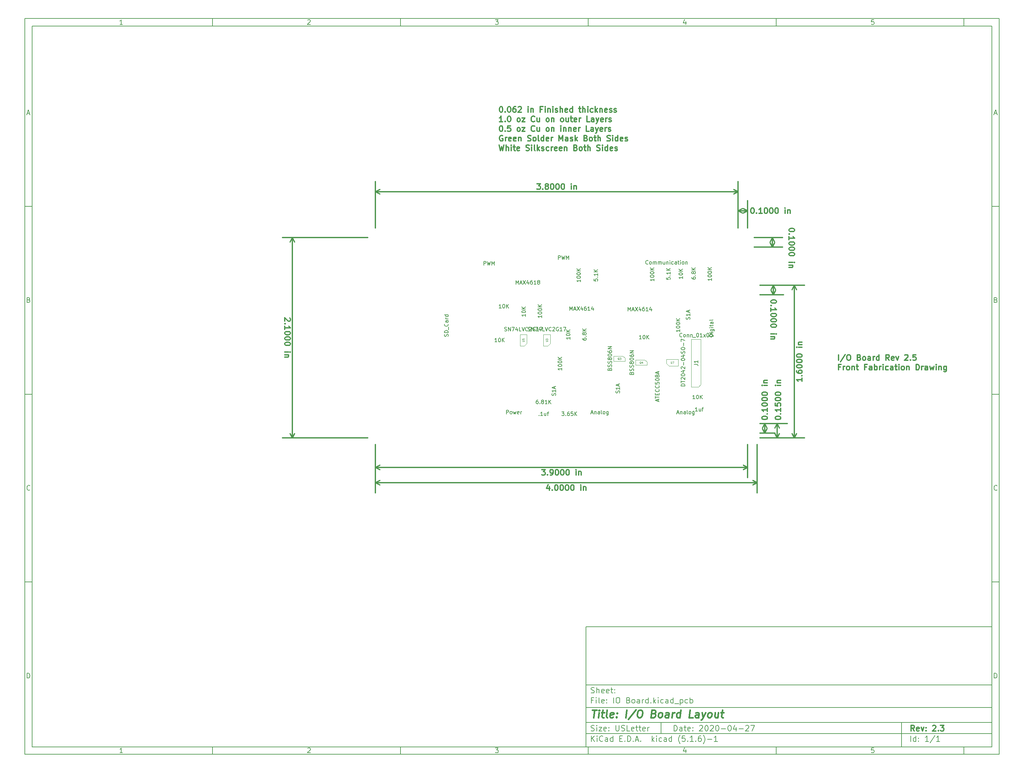
<source format=gbr>
G04 #@! TF.GenerationSoftware,KiCad,Pcbnew,(5.1.6)-1*
G04 #@! TF.CreationDate,2021-01-18T17:04:58-05:00*
G04 #@! TF.ProjectId,IO Board,494f2042-6f61-4726-942e-6b696361645f,2.3*
G04 #@! TF.SameCoordinates,Original*
G04 #@! TF.FileFunction,Other,Fab,Top*
%FSLAX46Y46*%
G04 Gerber Fmt 4.6, Leading zero omitted, Abs format (unit mm)*
G04 Created by KiCad (PCBNEW (5.1.6)-1) date 2021-01-18 17:04:58*
%MOMM*%
%LPD*%
G01*
G04 APERTURE LIST*
%ADD10C,0.100000*%
%ADD11C,0.150000*%
%ADD12C,0.300000*%
%ADD13C,0.400000*%
%ADD14C,0.075000*%
G04 APERTURE END LIST*
D10*
D11*
X159400000Y-171900000D02*
X159400000Y-203900000D01*
X267400000Y-203900000D01*
X267400000Y-171900000D01*
X159400000Y-171900000D01*
D10*
D11*
X10000000Y-10000000D02*
X10000000Y-205900000D01*
X269400000Y-205900000D01*
X269400000Y-10000000D01*
X10000000Y-10000000D01*
D10*
D11*
X12000000Y-12000000D02*
X12000000Y-203900000D01*
X267400000Y-203900000D01*
X267400000Y-12000000D01*
X12000000Y-12000000D01*
D10*
D11*
X60000000Y-12000000D02*
X60000000Y-10000000D01*
D10*
D11*
X110000000Y-12000000D02*
X110000000Y-10000000D01*
D10*
D11*
X160000000Y-12000000D02*
X160000000Y-10000000D01*
D10*
D11*
X210000000Y-12000000D02*
X210000000Y-10000000D01*
D10*
D11*
X260000000Y-12000000D02*
X260000000Y-10000000D01*
D10*
D11*
X36065476Y-11588095D02*
X35322619Y-11588095D01*
X35694047Y-11588095D02*
X35694047Y-10288095D01*
X35570238Y-10473809D01*
X35446428Y-10597619D01*
X35322619Y-10659523D01*
D10*
D11*
X85322619Y-10411904D02*
X85384523Y-10350000D01*
X85508333Y-10288095D01*
X85817857Y-10288095D01*
X85941666Y-10350000D01*
X86003571Y-10411904D01*
X86065476Y-10535714D01*
X86065476Y-10659523D01*
X86003571Y-10845238D01*
X85260714Y-11588095D01*
X86065476Y-11588095D01*
D10*
D11*
X135260714Y-10288095D02*
X136065476Y-10288095D01*
X135632142Y-10783333D01*
X135817857Y-10783333D01*
X135941666Y-10845238D01*
X136003571Y-10907142D01*
X136065476Y-11030952D01*
X136065476Y-11340476D01*
X136003571Y-11464285D01*
X135941666Y-11526190D01*
X135817857Y-11588095D01*
X135446428Y-11588095D01*
X135322619Y-11526190D01*
X135260714Y-11464285D01*
D10*
D11*
X185941666Y-10721428D02*
X185941666Y-11588095D01*
X185632142Y-10226190D02*
X185322619Y-11154761D01*
X186127380Y-11154761D01*
D10*
D11*
X236003571Y-10288095D02*
X235384523Y-10288095D01*
X235322619Y-10907142D01*
X235384523Y-10845238D01*
X235508333Y-10783333D01*
X235817857Y-10783333D01*
X235941666Y-10845238D01*
X236003571Y-10907142D01*
X236065476Y-11030952D01*
X236065476Y-11340476D01*
X236003571Y-11464285D01*
X235941666Y-11526190D01*
X235817857Y-11588095D01*
X235508333Y-11588095D01*
X235384523Y-11526190D01*
X235322619Y-11464285D01*
D10*
D11*
X60000000Y-203900000D02*
X60000000Y-205900000D01*
D10*
D11*
X110000000Y-203900000D02*
X110000000Y-205900000D01*
D10*
D11*
X160000000Y-203900000D02*
X160000000Y-205900000D01*
D10*
D11*
X210000000Y-203900000D02*
X210000000Y-205900000D01*
D10*
D11*
X260000000Y-203900000D02*
X260000000Y-205900000D01*
D10*
D11*
X36065476Y-205488095D02*
X35322619Y-205488095D01*
X35694047Y-205488095D02*
X35694047Y-204188095D01*
X35570238Y-204373809D01*
X35446428Y-204497619D01*
X35322619Y-204559523D01*
D10*
D11*
X85322619Y-204311904D02*
X85384523Y-204250000D01*
X85508333Y-204188095D01*
X85817857Y-204188095D01*
X85941666Y-204250000D01*
X86003571Y-204311904D01*
X86065476Y-204435714D01*
X86065476Y-204559523D01*
X86003571Y-204745238D01*
X85260714Y-205488095D01*
X86065476Y-205488095D01*
D10*
D11*
X135260714Y-204188095D02*
X136065476Y-204188095D01*
X135632142Y-204683333D01*
X135817857Y-204683333D01*
X135941666Y-204745238D01*
X136003571Y-204807142D01*
X136065476Y-204930952D01*
X136065476Y-205240476D01*
X136003571Y-205364285D01*
X135941666Y-205426190D01*
X135817857Y-205488095D01*
X135446428Y-205488095D01*
X135322619Y-205426190D01*
X135260714Y-205364285D01*
D10*
D11*
X185941666Y-204621428D02*
X185941666Y-205488095D01*
X185632142Y-204126190D02*
X185322619Y-205054761D01*
X186127380Y-205054761D01*
D10*
D11*
X236003571Y-204188095D02*
X235384523Y-204188095D01*
X235322619Y-204807142D01*
X235384523Y-204745238D01*
X235508333Y-204683333D01*
X235817857Y-204683333D01*
X235941666Y-204745238D01*
X236003571Y-204807142D01*
X236065476Y-204930952D01*
X236065476Y-205240476D01*
X236003571Y-205364285D01*
X235941666Y-205426190D01*
X235817857Y-205488095D01*
X235508333Y-205488095D01*
X235384523Y-205426190D01*
X235322619Y-205364285D01*
D10*
D11*
X10000000Y-60000000D02*
X12000000Y-60000000D01*
D10*
D11*
X10000000Y-110000000D02*
X12000000Y-110000000D01*
D10*
D11*
X10000000Y-160000000D02*
X12000000Y-160000000D01*
D10*
D11*
X10690476Y-35216666D02*
X11309523Y-35216666D01*
X10566666Y-35588095D02*
X11000000Y-34288095D01*
X11433333Y-35588095D01*
D10*
D11*
X11092857Y-84907142D02*
X11278571Y-84969047D01*
X11340476Y-85030952D01*
X11402380Y-85154761D01*
X11402380Y-85340476D01*
X11340476Y-85464285D01*
X11278571Y-85526190D01*
X11154761Y-85588095D01*
X10659523Y-85588095D01*
X10659523Y-84288095D01*
X11092857Y-84288095D01*
X11216666Y-84350000D01*
X11278571Y-84411904D01*
X11340476Y-84535714D01*
X11340476Y-84659523D01*
X11278571Y-84783333D01*
X11216666Y-84845238D01*
X11092857Y-84907142D01*
X10659523Y-84907142D01*
D10*
D11*
X11402380Y-135464285D02*
X11340476Y-135526190D01*
X11154761Y-135588095D01*
X11030952Y-135588095D01*
X10845238Y-135526190D01*
X10721428Y-135402380D01*
X10659523Y-135278571D01*
X10597619Y-135030952D01*
X10597619Y-134845238D01*
X10659523Y-134597619D01*
X10721428Y-134473809D01*
X10845238Y-134350000D01*
X11030952Y-134288095D01*
X11154761Y-134288095D01*
X11340476Y-134350000D01*
X11402380Y-134411904D01*
D10*
D11*
X10659523Y-185588095D02*
X10659523Y-184288095D01*
X10969047Y-184288095D01*
X11154761Y-184350000D01*
X11278571Y-184473809D01*
X11340476Y-184597619D01*
X11402380Y-184845238D01*
X11402380Y-185030952D01*
X11340476Y-185278571D01*
X11278571Y-185402380D01*
X11154761Y-185526190D01*
X10969047Y-185588095D01*
X10659523Y-185588095D01*
D10*
D11*
X269400000Y-60000000D02*
X267400000Y-60000000D01*
D10*
D11*
X269400000Y-110000000D02*
X267400000Y-110000000D01*
D10*
D11*
X269400000Y-160000000D02*
X267400000Y-160000000D01*
D10*
D11*
X268090476Y-35216666D02*
X268709523Y-35216666D01*
X267966666Y-35588095D02*
X268400000Y-34288095D01*
X268833333Y-35588095D01*
D10*
D11*
X268492857Y-84907142D02*
X268678571Y-84969047D01*
X268740476Y-85030952D01*
X268802380Y-85154761D01*
X268802380Y-85340476D01*
X268740476Y-85464285D01*
X268678571Y-85526190D01*
X268554761Y-85588095D01*
X268059523Y-85588095D01*
X268059523Y-84288095D01*
X268492857Y-84288095D01*
X268616666Y-84350000D01*
X268678571Y-84411904D01*
X268740476Y-84535714D01*
X268740476Y-84659523D01*
X268678571Y-84783333D01*
X268616666Y-84845238D01*
X268492857Y-84907142D01*
X268059523Y-84907142D01*
D10*
D11*
X268802380Y-135464285D02*
X268740476Y-135526190D01*
X268554761Y-135588095D01*
X268430952Y-135588095D01*
X268245238Y-135526190D01*
X268121428Y-135402380D01*
X268059523Y-135278571D01*
X267997619Y-135030952D01*
X267997619Y-134845238D01*
X268059523Y-134597619D01*
X268121428Y-134473809D01*
X268245238Y-134350000D01*
X268430952Y-134288095D01*
X268554761Y-134288095D01*
X268740476Y-134350000D01*
X268802380Y-134411904D01*
D10*
D11*
X268059523Y-185588095D02*
X268059523Y-184288095D01*
X268369047Y-184288095D01*
X268554761Y-184350000D01*
X268678571Y-184473809D01*
X268740476Y-184597619D01*
X268802380Y-184845238D01*
X268802380Y-185030952D01*
X268740476Y-185278571D01*
X268678571Y-185402380D01*
X268554761Y-185526190D01*
X268369047Y-185588095D01*
X268059523Y-185588095D01*
D10*
D11*
X182832142Y-199678571D02*
X182832142Y-198178571D01*
X183189285Y-198178571D01*
X183403571Y-198250000D01*
X183546428Y-198392857D01*
X183617857Y-198535714D01*
X183689285Y-198821428D01*
X183689285Y-199035714D01*
X183617857Y-199321428D01*
X183546428Y-199464285D01*
X183403571Y-199607142D01*
X183189285Y-199678571D01*
X182832142Y-199678571D01*
X184975000Y-199678571D02*
X184975000Y-198892857D01*
X184903571Y-198750000D01*
X184760714Y-198678571D01*
X184475000Y-198678571D01*
X184332142Y-198750000D01*
X184975000Y-199607142D02*
X184832142Y-199678571D01*
X184475000Y-199678571D01*
X184332142Y-199607142D01*
X184260714Y-199464285D01*
X184260714Y-199321428D01*
X184332142Y-199178571D01*
X184475000Y-199107142D01*
X184832142Y-199107142D01*
X184975000Y-199035714D01*
X185475000Y-198678571D02*
X186046428Y-198678571D01*
X185689285Y-198178571D02*
X185689285Y-199464285D01*
X185760714Y-199607142D01*
X185903571Y-199678571D01*
X186046428Y-199678571D01*
X187117857Y-199607142D02*
X186975000Y-199678571D01*
X186689285Y-199678571D01*
X186546428Y-199607142D01*
X186475000Y-199464285D01*
X186475000Y-198892857D01*
X186546428Y-198750000D01*
X186689285Y-198678571D01*
X186975000Y-198678571D01*
X187117857Y-198750000D01*
X187189285Y-198892857D01*
X187189285Y-199035714D01*
X186475000Y-199178571D01*
X187832142Y-199535714D02*
X187903571Y-199607142D01*
X187832142Y-199678571D01*
X187760714Y-199607142D01*
X187832142Y-199535714D01*
X187832142Y-199678571D01*
X187832142Y-198750000D02*
X187903571Y-198821428D01*
X187832142Y-198892857D01*
X187760714Y-198821428D01*
X187832142Y-198750000D01*
X187832142Y-198892857D01*
X189617857Y-198321428D02*
X189689285Y-198250000D01*
X189832142Y-198178571D01*
X190189285Y-198178571D01*
X190332142Y-198250000D01*
X190403571Y-198321428D01*
X190475000Y-198464285D01*
X190475000Y-198607142D01*
X190403571Y-198821428D01*
X189546428Y-199678571D01*
X190475000Y-199678571D01*
X191403571Y-198178571D02*
X191546428Y-198178571D01*
X191689285Y-198250000D01*
X191760714Y-198321428D01*
X191832142Y-198464285D01*
X191903571Y-198750000D01*
X191903571Y-199107142D01*
X191832142Y-199392857D01*
X191760714Y-199535714D01*
X191689285Y-199607142D01*
X191546428Y-199678571D01*
X191403571Y-199678571D01*
X191260714Y-199607142D01*
X191189285Y-199535714D01*
X191117857Y-199392857D01*
X191046428Y-199107142D01*
X191046428Y-198750000D01*
X191117857Y-198464285D01*
X191189285Y-198321428D01*
X191260714Y-198250000D01*
X191403571Y-198178571D01*
X192475000Y-198321428D02*
X192546428Y-198250000D01*
X192689285Y-198178571D01*
X193046428Y-198178571D01*
X193189285Y-198250000D01*
X193260714Y-198321428D01*
X193332142Y-198464285D01*
X193332142Y-198607142D01*
X193260714Y-198821428D01*
X192403571Y-199678571D01*
X193332142Y-199678571D01*
X194260714Y-198178571D02*
X194403571Y-198178571D01*
X194546428Y-198250000D01*
X194617857Y-198321428D01*
X194689285Y-198464285D01*
X194760714Y-198750000D01*
X194760714Y-199107142D01*
X194689285Y-199392857D01*
X194617857Y-199535714D01*
X194546428Y-199607142D01*
X194403571Y-199678571D01*
X194260714Y-199678571D01*
X194117857Y-199607142D01*
X194046428Y-199535714D01*
X193975000Y-199392857D01*
X193903571Y-199107142D01*
X193903571Y-198750000D01*
X193975000Y-198464285D01*
X194046428Y-198321428D01*
X194117857Y-198250000D01*
X194260714Y-198178571D01*
X195403571Y-199107142D02*
X196546428Y-199107142D01*
X197546428Y-198178571D02*
X197689285Y-198178571D01*
X197832142Y-198250000D01*
X197903571Y-198321428D01*
X197975000Y-198464285D01*
X198046428Y-198750000D01*
X198046428Y-199107142D01*
X197975000Y-199392857D01*
X197903571Y-199535714D01*
X197832142Y-199607142D01*
X197689285Y-199678571D01*
X197546428Y-199678571D01*
X197403571Y-199607142D01*
X197332142Y-199535714D01*
X197260714Y-199392857D01*
X197189285Y-199107142D01*
X197189285Y-198750000D01*
X197260714Y-198464285D01*
X197332142Y-198321428D01*
X197403571Y-198250000D01*
X197546428Y-198178571D01*
X199332142Y-198678571D02*
X199332142Y-199678571D01*
X198975000Y-198107142D02*
X198617857Y-199178571D01*
X199546428Y-199178571D01*
X200117857Y-199107142D02*
X201260714Y-199107142D01*
X201903571Y-198321428D02*
X201975000Y-198250000D01*
X202117857Y-198178571D01*
X202475000Y-198178571D01*
X202617857Y-198250000D01*
X202689285Y-198321428D01*
X202760714Y-198464285D01*
X202760714Y-198607142D01*
X202689285Y-198821428D01*
X201832142Y-199678571D01*
X202760714Y-199678571D01*
X203260714Y-198178571D02*
X204260714Y-198178571D01*
X203617857Y-199678571D01*
D10*
D11*
X159400000Y-200400000D02*
X267400000Y-200400000D01*
D10*
D11*
X160832142Y-202478571D02*
X160832142Y-200978571D01*
X161689285Y-202478571D02*
X161046428Y-201621428D01*
X161689285Y-200978571D02*
X160832142Y-201835714D01*
X162332142Y-202478571D02*
X162332142Y-201478571D01*
X162332142Y-200978571D02*
X162260714Y-201050000D01*
X162332142Y-201121428D01*
X162403571Y-201050000D01*
X162332142Y-200978571D01*
X162332142Y-201121428D01*
X163903571Y-202335714D02*
X163832142Y-202407142D01*
X163617857Y-202478571D01*
X163475000Y-202478571D01*
X163260714Y-202407142D01*
X163117857Y-202264285D01*
X163046428Y-202121428D01*
X162975000Y-201835714D01*
X162975000Y-201621428D01*
X163046428Y-201335714D01*
X163117857Y-201192857D01*
X163260714Y-201050000D01*
X163475000Y-200978571D01*
X163617857Y-200978571D01*
X163832142Y-201050000D01*
X163903571Y-201121428D01*
X165189285Y-202478571D02*
X165189285Y-201692857D01*
X165117857Y-201550000D01*
X164975000Y-201478571D01*
X164689285Y-201478571D01*
X164546428Y-201550000D01*
X165189285Y-202407142D02*
X165046428Y-202478571D01*
X164689285Y-202478571D01*
X164546428Y-202407142D01*
X164475000Y-202264285D01*
X164475000Y-202121428D01*
X164546428Y-201978571D01*
X164689285Y-201907142D01*
X165046428Y-201907142D01*
X165189285Y-201835714D01*
X166546428Y-202478571D02*
X166546428Y-200978571D01*
X166546428Y-202407142D02*
X166403571Y-202478571D01*
X166117857Y-202478571D01*
X165975000Y-202407142D01*
X165903571Y-202335714D01*
X165832142Y-202192857D01*
X165832142Y-201764285D01*
X165903571Y-201621428D01*
X165975000Y-201550000D01*
X166117857Y-201478571D01*
X166403571Y-201478571D01*
X166546428Y-201550000D01*
X168403571Y-201692857D02*
X168903571Y-201692857D01*
X169117857Y-202478571D02*
X168403571Y-202478571D01*
X168403571Y-200978571D01*
X169117857Y-200978571D01*
X169760714Y-202335714D02*
X169832142Y-202407142D01*
X169760714Y-202478571D01*
X169689285Y-202407142D01*
X169760714Y-202335714D01*
X169760714Y-202478571D01*
X170475000Y-202478571D02*
X170475000Y-200978571D01*
X170832142Y-200978571D01*
X171046428Y-201050000D01*
X171189285Y-201192857D01*
X171260714Y-201335714D01*
X171332142Y-201621428D01*
X171332142Y-201835714D01*
X171260714Y-202121428D01*
X171189285Y-202264285D01*
X171046428Y-202407142D01*
X170832142Y-202478571D01*
X170475000Y-202478571D01*
X171975000Y-202335714D02*
X172046428Y-202407142D01*
X171975000Y-202478571D01*
X171903571Y-202407142D01*
X171975000Y-202335714D01*
X171975000Y-202478571D01*
X172617857Y-202050000D02*
X173332142Y-202050000D01*
X172475000Y-202478571D02*
X172975000Y-200978571D01*
X173475000Y-202478571D01*
X173975000Y-202335714D02*
X174046428Y-202407142D01*
X173975000Y-202478571D01*
X173903571Y-202407142D01*
X173975000Y-202335714D01*
X173975000Y-202478571D01*
X176975000Y-202478571D02*
X176975000Y-200978571D01*
X177117857Y-201907142D02*
X177546428Y-202478571D01*
X177546428Y-201478571D02*
X176975000Y-202050000D01*
X178189285Y-202478571D02*
X178189285Y-201478571D01*
X178189285Y-200978571D02*
X178117857Y-201050000D01*
X178189285Y-201121428D01*
X178260714Y-201050000D01*
X178189285Y-200978571D01*
X178189285Y-201121428D01*
X179546428Y-202407142D02*
X179403571Y-202478571D01*
X179117857Y-202478571D01*
X178975000Y-202407142D01*
X178903571Y-202335714D01*
X178832142Y-202192857D01*
X178832142Y-201764285D01*
X178903571Y-201621428D01*
X178975000Y-201550000D01*
X179117857Y-201478571D01*
X179403571Y-201478571D01*
X179546428Y-201550000D01*
X180832142Y-202478571D02*
X180832142Y-201692857D01*
X180760714Y-201550000D01*
X180617857Y-201478571D01*
X180332142Y-201478571D01*
X180189285Y-201550000D01*
X180832142Y-202407142D02*
X180689285Y-202478571D01*
X180332142Y-202478571D01*
X180189285Y-202407142D01*
X180117857Y-202264285D01*
X180117857Y-202121428D01*
X180189285Y-201978571D01*
X180332142Y-201907142D01*
X180689285Y-201907142D01*
X180832142Y-201835714D01*
X182189285Y-202478571D02*
X182189285Y-200978571D01*
X182189285Y-202407142D02*
X182046428Y-202478571D01*
X181760714Y-202478571D01*
X181617857Y-202407142D01*
X181546428Y-202335714D01*
X181475000Y-202192857D01*
X181475000Y-201764285D01*
X181546428Y-201621428D01*
X181617857Y-201550000D01*
X181760714Y-201478571D01*
X182046428Y-201478571D01*
X182189285Y-201550000D01*
X184475000Y-203050000D02*
X184403571Y-202978571D01*
X184260714Y-202764285D01*
X184189285Y-202621428D01*
X184117857Y-202407142D01*
X184046428Y-202050000D01*
X184046428Y-201764285D01*
X184117857Y-201407142D01*
X184189285Y-201192857D01*
X184260714Y-201050000D01*
X184403571Y-200835714D01*
X184475000Y-200764285D01*
X185760714Y-200978571D02*
X185046428Y-200978571D01*
X184975000Y-201692857D01*
X185046428Y-201621428D01*
X185189285Y-201550000D01*
X185546428Y-201550000D01*
X185689285Y-201621428D01*
X185760714Y-201692857D01*
X185832142Y-201835714D01*
X185832142Y-202192857D01*
X185760714Y-202335714D01*
X185689285Y-202407142D01*
X185546428Y-202478571D01*
X185189285Y-202478571D01*
X185046428Y-202407142D01*
X184975000Y-202335714D01*
X186475000Y-202335714D02*
X186546428Y-202407142D01*
X186475000Y-202478571D01*
X186403571Y-202407142D01*
X186475000Y-202335714D01*
X186475000Y-202478571D01*
X187975000Y-202478571D02*
X187117857Y-202478571D01*
X187546428Y-202478571D02*
X187546428Y-200978571D01*
X187403571Y-201192857D01*
X187260714Y-201335714D01*
X187117857Y-201407142D01*
X188617857Y-202335714D02*
X188689285Y-202407142D01*
X188617857Y-202478571D01*
X188546428Y-202407142D01*
X188617857Y-202335714D01*
X188617857Y-202478571D01*
X189975000Y-200978571D02*
X189689285Y-200978571D01*
X189546428Y-201050000D01*
X189475000Y-201121428D01*
X189332142Y-201335714D01*
X189260714Y-201621428D01*
X189260714Y-202192857D01*
X189332142Y-202335714D01*
X189403571Y-202407142D01*
X189546428Y-202478571D01*
X189832142Y-202478571D01*
X189975000Y-202407142D01*
X190046428Y-202335714D01*
X190117857Y-202192857D01*
X190117857Y-201835714D01*
X190046428Y-201692857D01*
X189975000Y-201621428D01*
X189832142Y-201550000D01*
X189546428Y-201550000D01*
X189403571Y-201621428D01*
X189332142Y-201692857D01*
X189260714Y-201835714D01*
X190617857Y-203050000D02*
X190689285Y-202978571D01*
X190832142Y-202764285D01*
X190903571Y-202621428D01*
X190975000Y-202407142D01*
X191046428Y-202050000D01*
X191046428Y-201764285D01*
X190975000Y-201407142D01*
X190903571Y-201192857D01*
X190832142Y-201050000D01*
X190689285Y-200835714D01*
X190617857Y-200764285D01*
X191760714Y-201907142D02*
X192903571Y-201907142D01*
X194403571Y-202478571D02*
X193546428Y-202478571D01*
X193975000Y-202478571D02*
X193975000Y-200978571D01*
X193832142Y-201192857D01*
X193689285Y-201335714D01*
X193546428Y-201407142D01*
D10*
D11*
X159400000Y-197400000D02*
X267400000Y-197400000D01*
D10*
D12*
X246809285Y-199678571D02*
X246309285Y-198964285D01*
X245952142Y-199678571D02*
X245952142Y-198178571D01*
X246523571Y-198178571D01*
X246666428Y-198250000D01*
X246737857Y-198321428D01*
X246809285Y-198464285D01*
X246809285Y-198678571D01*
X246737857Y-198821428D01*
X246666428Y-198892857D01*
X246523571Y-198964285D01*
X245952142Y-198964285D01*
X248023571Y-199607142D02*
X247880714Y-199678571D01*
X247595000Y-199678571D01*
X247452142Y-199607142D01*
X247380714Y-199464285D01*
X247380714Y-198892857D01*
X247452142Y-198750000D01*
X247595000Y-198678571D01*
X247880714Y-198678571D01*
X248023571Y-198750000D01*
X248095000Y-198892857D01*
X248095000Y-199035714D01*
X247380714Y-199178571D01*
X248595000Y-198678571D02*
X248952142Y-199678571D01*
X249309285Y-198678571D01*
X249880714Y-199535714D02*
X249952142Y-199607142D01*
X249880714Y-199678571D01*
X249809285Y-199607142D01*
X249880714Y-199535714D01*
X249880714Y-199678571D01*
X249880714Y-198750000D02*
X249952142Y-198821428D01*
X249880714Y-198892857D01*
X249809285Y-198821428D01*
X249880714Y-198750000D01*
X249880714Y-198892857D01*
X251666428Y-198321428D02*
X251737857Y-198250000D01*
X251880714Y-198178571D01*
X252237857Y-198178571D01*
X252380714Y-198250000D01*
X252452142Y-198321428D01*
X252523571Y-198464285D01*
X252523571Y-198607142D01*
X252452142Y-198821428D01*
X251595000Y-199678571D01*
X252523571Y-199678571D01*
X253166428Y-199535714D02*
X253237857Y-199607142D01*
X253166428Y-199678571D01*
X253095000Y-199607142D01*
X253166428Y-199535714D01*
X253166428Y-199678571D01*
X253737857Y-198178571D02*
X254666428Y-198178571D01*
X254166428Y-198750000D01*
X254380714Y-198750000D01*
X254523571Y-198821428D01*
X254595000Y-198892857D01*
X254666428Y-199035714D01*
X254666428Y-199392857D01*
X254595000Y-199535714D01*
X254523571Y-199607142D01*
X254380714Y-199678571D01*
X253952142Y-199678571D01*
X253809285Y-199607142D01*
X253737857Y-199535714D01*
D10*
D11*
X160760714Y-199607142D02*
X160975000Y-199678571D01*
X161332142Y-199678571D01*
X161475000Y-199607142D01*
X161546428Y-199535714D01*
X161617857Y-199392857D01*
X161617857Y-199250000D01*
X161546428Y-199107142D01*
X161475000Y-199035714D01*
X161332142Y-198964285D01*
X161046428Y-198892857D01*
X160903571Y-198821428D01*
X160832142Y-198750000D01*
X160760714Y-198607142D01*
X160760714Y-198464285D01*
X160832142Y-198321428D01*
X160903571Y-198250000D01*
X161046428Y-198178571D01*
X161403571Y-198178571D01*
X161617857Y-198250000D01*
X162260714Y-199678571D02*
X162260714Y-198678571D01*
X162260714Y-198178571D02*
X162189285Y-198250000D01*
X162260714Y-198321428D01*
X162332142Y-198250000D01*
X162260714Y-198178571D01*
X162260714Y-198321428D01*
X162832142Y-198678571D02*
X163617857Y-198678571D01*
X162832142Y-199678571D01*
X163617857Y-199678571D01*
X164760714Y-199607142D02*
X164617857Y-199678571D01*
X164332142Y-199678571D01*
X164189285Y-199607142D01*
X164117857Y-199464285D01*
X164117857Y-198892857D01*
X164189285Y-198750000D01*
X164332142Y-198678571D01*
X164617857Y-198678571D01*
X164760714Y-198750000D01*
X164832142Y-198892857D01*
X164832142Y-199035714D01*
X164117857Y-199178571D01*
X165475000Y-199535714D02*
X165546428Y-199607142D01*
X165475000Y-199678571D01*
X165403571Y-199607142D01*
X165475000Y-199535714D01*
X165475000Y-199678571D01*
X165475000Y-198750000D02*
X165546428Y-198821428D01*
X165475000Y-198892857D01*
X165403571Y-198821428D01*
X165475000Y-198750000D01*
X165475000Y-198892857D01*
X167332142Y-198178571D02*
X167332142Y-199392857D01*
X167403571Y-199535714D01*
X167475000Y-199607142D01*
X167617857Y-199678571D01*
X167903571Y-199678571D01*
X168046428Y-199607142D01*
X168117857Y-199535714D01*
X168189285Y-199392857D01*
X168189285Y-198178571D01*
X168832142Y-199607142D02*
X169046428Y-199678571D01*
X169403571Y-199678571D01*
X169546428Y-199607142D01*
X169617857Y-199535714D01*
X169689285Y-199392857D01*
X169689285Y-199250000D01*
X169617857Y-199107142D01*
X169546428Y-199035714D01*
X169403571Y-198964285D01*
X169117857Y-198892857D01*
X168975000Y-198821428D01*
X168903571Y-198750000D01*
X168832142Y-198607142D01*
X168832142Y-198464285D01*
X168903571Y-198321428D01*
X168975000Y-198250000D01*
X169117857Y-198178571D01*
X169475000Y-198178571D01*
X169689285Y-198250000D01*
X171046428Y-199678571D02*
X170332142Y-199678571D01*
X170332142Y-198178571D01*
X172117857Y-199607142D02*
X171975000Y-199678571D01*
X171689285Y-199678571D01*
X171546428Y-199607142D01*
X171475000Y-199464285D01*
X171475000Y-198892857D01*
X171546428Y-198750000D01*
X171689285Y-198678571D01*
X171975000Y-198678571D01*
X172117857Y-198750000D01*
X172189285Y-198892857D01*
X172189285Y-199035714D01*
X171475000Y-199178571D01*
X172617857Y-198678571D02*
X173189285Y-198678571D01*
X172832142Y-198178571D02*
X172832142Y-199464285D01*
X172903571Y-199607142D01*
X173046428Y-199678571D01*
X173189285Y-199678571D01*
X173475000Y-198678571D02*
X174046428Y-198678571D01*
X173689285Y-198178571D02*
X173689285Y-199464285D01*
X173760714Y-199607142D01*
X173903571Y-199678571D01*
X174046428Y-199678571D01*
X175117857Y-199607142D02*
X174975000Y-199678571D01*
X174689285Y-199678571D01*
X174546428Y-199607142D01*
X174475000Y-199464285D01*
X174475000Y-198892857D01*
X174546428Y-198750000D01*
X174689285Y-198678571D01*
X174975000Y-198678571D01*
X175117857Y-198750000D01*
X175189285Y-198892857D01*
X175189285Y-199035714D01*
X174475000Y-199178571D01*
X175832142Y-199678571D02*
X175832142Y-198678571D01*
X175832142Y-198964285D02*
X175903571Y-198821428D01*
X175975000Y-198750000D01*
X176117857Y-198678571D01*
X176260714Y-198678571D01*
D10*
D11*
X245832142Y-202478571D02*
X245832142Y-200978571D01*
X247189285Y-202478571D02*
X247189285Y-200978571D01*
X247189285Y-202407142D02*
X247046428Y-202478571D01*
X246760714Y-202478571D01*
X246617857Y-202407142D01*
X246546428Y-202335714D01*
X246475000Y-202192857D01*
X246475000Y-201764285D01*
X246546428Y-201621428D01*
X246617857Y-201550000D01*
X246760714Y-201478571D01*
X247046428Y-201478571D01*
X247189285Y-201550000D01*
X247903571Y-202335714D02*
X247975000Y-202407142D01*
X247903571Y-202478571D01*
X247832142Y-202407142D01*
X247903571Y-202335714D01*
X247903571Y-202478571D01*
X247903571Y-201550000D02*
X247975000Y-201621428D01*
X247903571Y-201692857D01*
X247832142Y-201621428D01*
X247903571Y-201550000D01*
X247903571Y-201692857D01*
X250546428Y-202478571D02*
X249689285Y-202478571D01*
X250117857Y-202478571D02*
X250117857Y-200978571D01*
X249975000Y-201192857D01*
X249832142Y-201335714D01*
X249689285Y-201407142D01*
X252260714Y-200907142D02*
X250975000Y-202835714D01*
X253546428Y-202478571D02*
X252689285Y-202478571D01*
X253117857Y-202478571D02*
X253117857Y-200978571D01*
X252975000Y-201192857D01*
X252832142Y-201335714D01*
X252689285Y-201407142D01*
D10*
D11*
X159400000Y-193400000D02*
X267400000Y-193400000D01*
D10*
D13*
X161112380Y-194104761D02*
X162255238Y-194104761D01*
X161433809Y-196104761D02*
X161683809Y-194104761D01*
X162671904Y-196104761D02*
X162838571Y-194771428D01*
X162921904Y-194104761D02*
X162814761Y-194200000D01*
X162898095Y-194295238D01*
X163005238Y-194200000D01*
X162921904Y-194104761D01*
X162898095Y-194295238D01*
X163505238Y-194771428D02*
X164267142Y-194771428D01*
X163874285Y-194104761D02*
X163660000Y-195819047D01*
X163731428Y-196009523D01*
X163910000Y-196104761D01*
X164100476Y-196104761D01*
X165052857Y-196104761D02*
X164874285Y-196009523D01*
X164802857Y-195819047D01*
X165017142Y-194104761D01*
X166588571Y-196009523D02*
X166386190Y-196104761D01*
X166005238Y-196104761D01*
X165826666Y-196009523D01*
X165755238Y-195819047D01*
X165850476Y-195057142D01*
X165969523Y-194866666D01*
X166171904Y-194771428D01*
X166552857Y-194771428D01*
X166731428Y-194866666D01*
X166802857Y-195057142D01*
X166779047Y-195247619D01*
X165802857Y-195438095D01*
X167552857Y-195914285D02*
X167636190Y-196009523D01*
X167529047Y-196104761D01*
X167445714Y-196009523D01*
X167552857Y-195914285D01*
X167529047Y-196104761D01*
X167683809Y-194866666D02*
X167767142Y-194961904D01*
X167660000Y-195057142D01*
X167576666Y-194961904D01*
X167683809Y-194866666D01*
X167660000Y-195057142D01*
X170005238Y-196104761D02*
X170255238Y-194104761D01*
X172648095Y-194009523D02*
X170612380Y-196580952D01*
X173683809Y-194104761D02*
X174064761Y-194104761D01*
X174243333Y-194200000D01*
X174410000Y-194390476D01*
X174457619Y-194771428D01*
X174374285Y-195438095D01*
X174231428Y-195819047D01*
X174017142Y-196009523D01*
X173814761Y-196104761D01*
X173433809Y-196104761D01*
X173255238Y-196009523D01*
X173088571Y-195819047D01*
X173040952Y-195438095D01*
X173124285Y-194771428D01*
X173267142Y-194390476D01*
X173481428Y-194200000D01*
X173683809Y-194104761D01*
X177469523Y-195057142D02*
X177743333Y-195152380D01*
X177826666Y-195247619D01*
X177898095Y-195438095D01*
X177862380Y-195723809D01*
X177743333Y-195914285D01*
X177636190Y-196009523D01*
X177433809Y-196104761D01*
X176671904Y-196104761D01*
X176921904Y-194104761D01*
X177588571Y-194104761D01*
X177767142Y-194200000D01*
X177850476Y-194295238D01*
X177921904Y-194485714D01*
X177898095Y-194676190D01*
X177779047Y-194866666D01*
X177671904Y-194961904D01*
X177469523Y-195057142D01*
X176802857Y-195057142D01*
X178957619Y-196104761D02*
X178779047Y-196009523D01*
X178695714Y-195914285D01*
X178624285Y-195723809D01*
X178695714Y-195152380D01*
X178814761Y-194961904D01*
X178921904Y-194866666D01*
X179124285Y-194771428D01*
X179410000Y-194771428D01*
X179588571Y-194866666D01*
X179671904Y-194961904D01*
X179743333Y-195152380D01*
X179671904Y-195723809D01*
X179552857Y-195914285D01*
X179445714Y-196009523D01*
X179243333Y-196104761D01*
X178957619Y-196104761D01*
X181338571Y-196104761D02*
X181469523Y-195057142D01*
X181398095Y-194866666D01*
X181219523Y-194771428D01*
X180838571Y-194771428D01*
X180636190Y-194866666D01*
X181350476Y-196009523D02*
X181148095Y-196104761D01*
X180671904Y-196104761D01*
X180493333Y-196009523D01*
X180421904Y-195819047D01*
X180445714Y-195628571D01*
X180564761Y-195438095D01*
X180767142Y-195342857D01*
X181243333Y-195342857D01*
X181445714Y-195247619D01*
X182290952Y-196104761D02*
X182457619Y-194771428D01*
X182410000Y-195152380D02*
X182529047Y-194961904D01*
X182636190Y-194866666D01*
X182838571Y-194771428D01*
X183029047Y-194771428D01*
X184386190Y-196104761D02*
X184636190Y-194104761D01*
X184398095Y-196009523D02*
X184195714Y-196104761D01*
X183814761Y-196104761D01*
X183636190Y-196009523D01*
X183552857Y-195914285D01*
X183481428Y-195723809D01*
X183552857Y-195152380D01*
X183671904Y-194961904D01*
X183779047Y-194866666D01*
X183981428Y-194771428D01*
X184362380Y-194771428D01*
X184540952Y-194866666D01*
X187814761Y-196104761D02*
X186862380Y-196104761D01*
X187112380Y-194104761D01*
X189338571Y-196104761D02*
X189469523Y-195057142D01*
X189398095Y-194866666D01*
X189219523Y-194771428D01*
X188838571Y-194771428D01*
X188636190Y-194866666D01*
X189350476Y-196009523D02*
X189148095Y-196104761D01*
X188671904Y-196104761D01*
X188493333Y-196009523D01*
X188421904Y-195819047D01*
X188445714Y-195628571D01*
X188564761Y-195438095D01*
X188767142Y-195342857D01*
X189243333Y-195342857D01*
X189445714Y-195247619D01*
X190267142Y-194771428D02*
X190576666Y-196104761D01*
X191219523Y-194771428D02*
X190576666Y-196104761D01*
X190326666Y-196580952D01*
X190219523Y-196676190D01*
X190017142Y-196771428D01*
X192100476Y-196104761D02*
X191921904Y-196009523D01*
X191838571Y-195914285D01*
X191767142Y-195723809D01*
X191838571Y-195152380D01*
X191957619Y-194961904D01*
X192064761Y-194866666D01*
X192267142Y-194771428D01*
X192552857Y-194771428D01*
X192731428Y-194866666D01*
X192814761Y-194961904D01*
X192886190Y-195152380D01*
X192814761Y-195723809D01*
X192695714Y-195914285D01*
X192588571Y-196009523D01*
X192386190Y-196104761D01*
X192100476Y-196104761D01*
X194648095Y-194771428D02*
X194481428Y-196104761D01*
X193790952Y-194771428D02*
X193660000Y-195819047D01*
X193731428Y-196009523D01*
X193910000Y-196104761D01*
X194195714Y-196104761D01*
X194398095Y-196009523D01*
X194505238Y-195914285D01*
X195314761Y-194771428D02*
X196076666Y-194771428D01*
X195683809Y-194104761D02*
X195469523Y-195819047D01*
X195540952Y-196009523D01*
X195719523Y-196104761D01*
X195910000Y-196104761D01*
D10*
D11*
X161332142Y-191492857D02*
X160832142Y-191492857D01*
X160832142Y-192278571D02*
X160832142Y-190778571D01*
X161546428Y-190778571D01*
X162117857Y-192278571D02*
X162117857Y-191278571D01*
X162117857Y-190778571D02*
X162046428Y-190850000D01*
X162117857Y-190921428D01*
X162189285Y-190850000D01*
X162117857Y-190778571D01*
X162117857Y-190921428D01*
X163046428Y-192278571D02*
X162903571Y-192207142D01*
X162832142Y-192064285D01*
X162832142Y-190778571D01*
X164189285Y-192207142D02*
X164046428Y-192278571D01*
X163760714Y-192278571D01*
X163617857Y-192207142D01*
X163546428Y-192064285D01*
X163546428Y-191492857D01*
X163617857Y-191350000D01*
X163760714Y-191278571D01*
X164046428Y-191278571D01*
X164189285Y-191350000D01*
X164260714Y-191492857D01*
X164260714Y-191635714D01*
X163546428Y-191778571D01*
X164903571Y-192135714D02*
X164975000Y-192207142D01*
X164903571Y-192278571D01*
X164832142Y-192207142D01*
X164903571Y-192135714D01*
X164903571Y-192278571D01*
X164903571Y-191350000D02*
X164975000Y-191421428D01*
X164903571Y-191492857D01*
X164832142Y-191421428D01*
X164903571Y-191350000D01*
X164903571Y-191492857D01*
X166760714Y-192278571D02*
X166760714Y-190778571D01*
X167760714Y-190778571D02*
X168046428Y-190778571D01*
X168189285Y-190850000D01*
X168332142Y-190992857D01*
X168403571Y-191278571D01*
X168403571Y-191778571D01*
X168332142Y-192064285D01*
X168189285Y-192207142D01*
X168046428Y-192278571D01*
X167760714Y-192278571D01*
X167617857Y-192207142D01*
X167475000Y-192064285D01*
X167403571Y-191778571D01*
X167403571Y-191278571D01*
X167475000Y-190992857D01*
X167617857Y-190850000D01*
X167760714Y-190778571D01*
X170689285Y-191492857D02*
X170903571Y-191564285D01*
X170975000Y-191635714D01*
X171046428Y-191778571D01*
X171046428Y-191992857D01*
X170975000Y-192135714D01*
X170903571Y-192207142D01*
X170760714Y-192278571D01*
X170189285Y-192278571D01*
X170189285Y-190778571D01*
X170689285Y-190778571D01*
X170832142Y-190850000D01*
X170903571Y-190921428D01*
X170975000Y-191064285D01*
X170975000Y-191207142D01*
X170903571Y-191350000D01*
X170832142Y-191421428D01*
X170689285Y-191492857D01*
X170189285Y-191492857D01*
X171903571Y-192278571D02*
X171760714Y-192207142D01*
X171689285Y-192135714D01*
X171617857Y-191992857D01*
X171617857Y-191564285D01*
X171689285Y-191421428D01*
X171760714Y-191350000D01*
X171903571Y-191278571D01*
X172117857Y-191278571D01*
X172260714Y-191350000D01*
X172332142Y-191421428D01*
X172403571Y-191564285D01*
X172403571Y-191992857D01*
X172332142Y-192135714D01*
X172260714Y-192207142D01*
X172117857Y-192278571D01*
X171903571Y-192278571D01*
X173689285Y-192278571D02*
X173689285Y-191492857D01*
X173617857Y-191350000D01*
X173475000Y-191278571D01*
X173189285Y-191278571D01*
X173046428Y-191350000D01*
X173689285Y-192207142D02*
X173546428Y-192278571D01*
X173189285Y-192278571D01*
X173046428Y-192207142D01*
X172975000Y-192064285D01*
X172975000Y-191921428D01*
X173046428Y-191778571D01*
X173189285Y-191707142D01*
X173546428Y-191707142D01*
X173689285Y-191635714D01*
X174403571Y-192278571D02*
X174403571Y-191278571D01*
X174403571Y-191564285D02*
X174475000Y-191421428D01*
X174546428Y-191350000D01*
X174689285Y-191278571D01*
X174832142Y-191278571D01*
X175975000Y-192278571D02*
X175975000Y-190778571D01*
X175975000Y-192207142D02*
X175832142Y-192278571D01*
X175546428Y-192278571D01*
X175403571Y-192207142D01*
X175332142Y-192135714D01*
X175260714Y-191992857D01*
X175260714Y-191564285D01*
X175332142Y-191421428D01*
X175403571Y-191350000D01*
X175546428Y-191278571D01*
X175832142Y-191278571D01*
X175975000Y-191350000D01*
X176689285Y-192135714D02*
X176760714Y-192207142D01*
X176689285Y-192278571D01*
X176617857Y-192207142D01*
X176689285Y-192135714D01*
X176689285Y-192278571D01*
X177403571Y-192278571D02*
X177403571Y-190778571D01*
X177546428Y-191707142D02*
X177975000Y-192278571D01*
X177975000Y-191278571D02*
X177403571Y-191850000D01*
X178617857Y-192278571D02*
X178617857Y-191278571D01*
X178617857Y-190778571D02*
X178546428Y-190850000D01*
X178617857Y-190921428D01*
X178689285Y-190850000D01*
X178617857Y-190778571D01*
X178617857Y-190921428D01*
X179975000Y-192207142D02*
X179832142Y-192278571D01*
X179546428Y-192278571D01*
X179403571Y-192207142D01*
X179332142Y-192135714D01*
X179260714Y-191992857D01*
X179260714Y-191564285D01*
X179332142Y-191421428D01*
X179403571Y-191350000D01*
X179546428Y-191278571D01*
X179832142Y-191278571D01*
X179975000Y-191350000D01*
X181260714Y-192278571D02*
X181260714Y-191492857D01*
X181189285Y-191350000D01*
X181046428Y-191278571D01*
X180760714Y-191278571D01*
X180617857Y-191350000D01*
X181260714Y-192207142D02*
X181117857Y-192278571D01*
X180760714Y-192278571D01*
X180617857Y-192207142D01*
X180546428Y-192064285D01*
X180546428Y-191921428D01*
X180617857Y-191778571D01*
X180760714Y-191707142D01*
X181117857Y-191707142D01*
X181260714Y-191635714D01*
X182617857Y-192278571D02*
X182617857Y-190778571D01*
X182617857Y-192207142D02*
X182475000Y-192278571D01*
X182189285Y-192278571D01*
X182046428Y-192207142D01*
X181975000Y-192135714D01*
X181903571Y-191992857D01*
X181903571Y-191564285D01*
X181975000Y-191421428D01*
X182046428Y-191350000D01*
X182189285Y-191278571D01*
X182475000Y-191278571D01*
X182617857Y-191350000D01*
X182975000Y-192421428D02*
X184117857Y-192421428D01*
X184475000Y-191278571D02*
X184475000Y-192778571D01*
X184475000Y-191350000D02*
X184617857Y-191278571D01*
X184903571Y-191278571D01*
X185046428Y-191350000D01*
X185117857Y-191421428D01*
X185189285Y-191564285D01*
X185189285Y-191992857D01*
X185117857Y-192135714D01*
X185046428Y-192207142D01*
X184903571Y-192278571D01*
X184617857Y-192278571D01*
X184475000Y-192207142D01*
X186475000Y-192207142D02*
X186332142Y-192278571D01*
X186046428Y-192278571D01*
X185903571Y-192207142D01*
X185832142Y-192135714D01*
X185760714Y-191992857D01*
X185760714Y-191564285D01*
X185832142Y-191421428D01*
X185903571Y-191350000D01*
X186046428Y-191278571D01*
X186332142Y-191278571D01*
X186475000Y-191350000D01*
X187117857Y-192278571D02*
X187117857Y-190778571D01*
X187117857Y-191350000D02*
X187260714Y-191278571D01*
X187546428Y-191278571D01*
X187689285Y-191350000D01*
X187760714Y-191421428D01*
X187832142Y-191564285D01*
X187832142Y-191992857D01*
X187760714Y-192135714D01*
X187689285Y-192207142D01*
X187546428Y-192278571D01*
X187260714Y-192278571D01*
X187117857Y-192207142D01*
D10*
D11*
X159400000Y-187400000D02*
X267400000Y-187400000D01*
D10*
D11*
X160760714Y-189507142D02*
X160975000Y-189578571D01*
X161332142Y-189578571D01*
X161475000Y-189507142D01*
X161546428Y-189435714D01*
X161617857Y-189292857D01*
X161617857Y-189150000D01*
X161546428Y-189007142D01*
X161475000Y-188935714D01*
X161332142Y-188864285D01*
X161046428Y-188792857D01*
X160903571Y-188721428D01*
X160832142Y-188650000D01*
X160760714Y-188507142D01*
X160760714Y-188364285D01*
X160832142Y-188221428D01*
X160903571Y-188150000D01*
X161046428Y-188078571D01*
X161403571Y-188078571D01*
X161617857Y-188150000D01*
X162260714Y-189578571D02*
X162260714Y-188078571D01*
X162903571Y-189578571D02*
X162903571Y-188792857D01*
X162832142Y-188650000D01*
X162689285Y-188578571D01*
X162475000Y-188578571D01*
X162332142Y-188650000D01*
X162260714Y-188721428D01*
X164189285Y-189507142D02*
X164046428Y-189578571D01*
X163760714Y-189578571D01*
X163617857Y-189507142D01*
X163546428Y-189364285D01*
X163546428Y-188792857D01*
X163617857Y-188650000D01*
X163760714Y-188578571D01*
X164046428Y-188578571D01*
X164189285Y-188650000D01*
X164260714Y-188792857D01*
X164260714Y-188935714D01*
X163546428Y-189078571D01*
X165475000Y-189507142D02*
X165332142Y-189578571D01*
X165046428Y-189578571D01*
X164903571Y-189507142D01*
X164832142Y-189364285D01*
X164832142Y-188792857D01*
X164903571Y-188650000D01*
X165046428Y-188578571D01*
X165332142Y-188578571D01*
X165475000Y-188650000D01*
X165546428Y-188792857D01*
X165546428Y-188935714D01*
X164832142Y-189078571D01*
X165975000Y-188578571D02*
X166546428Y-188578571D01*
X166189285Y-188078571D02*
X166189285Y-189364285D01*
X166260714Y-189507142D01*
X166403571Y-189578571D01*
X166546428Y-189578571D01*
X167046428Y-189435714D02*
X167117857Y-189507142D01*
X167046428Y-189578571D01*
X166975000Y-189507142D01*
X167046428Y-189435714D01*
X167046428Y-189578571D01*
X167046428Y-188650000D02*
X167117857Y-188721428D01*
X167046428Y-188792857D01*
X166975000Y-188721428D01*
X167046428Y-188650000D01*
X167046428Y-188792857D01*
D10*
D11*
X179400000Y-197400000D02*
X179400000Y-200400000D01*
D10*
D11*
X243400000Y-197400000D02*
X243400000Y-203900000D01*
D12*
X136727857Y-33443571D02*
X136870714Y-33443571D01*
X137013571Y-33515000D01*
X137085000Y-33586428D01*
X137156428Y-33729285D01*
X137227857Y-34015000D01*
X137227857Y-34372142D01*
X137156428Y-34657857D01*
X137085000Y-34800714D01*
X137013571Y-34872142D01*
X136870714Y-34943571D01*
X136727857Y-34943571D01*
X136585000Y-34872142D01*
X136513571Y-34800714D01*
X136442142Y-34657857D01*
X136370714Y-34372142D01*
X136370714Y-34015000D01*
X136442142Y-33729285D01*
X136513571Y-33586428D01*
X136585000Y-33515000D01*
X136727857Y-33443571D01*
X137870714Y-34800714D02*
X137942142Y-34872142D01*
X137870714Y-34943571D01*
X137799285Y-34872142D01*
X137870714Y-34800714D01*
X137870714Y-34943571D01*
X138870714Y-33443571D02*
X139013571Y-33443571D01*
X139156428Y-33515000D01*
X139227857Y-33586428D01*
X139299285Y-33729285D01*
X139370714Y-34015000D01*
X139370714Y-34372142D01*
X139299285Y-34657857D01*
X139227857Y-34800714D01*
X139156428Y-34872142D01*
X139013571Y-34943571D01*
X138870714Y-34943571D01*
X138727857Y-34872142D01*
X138656428Y-34800714D01*
X138585000Y-34657857D01*
X138513571Y-34372142D01*
X138513571Y-34015000D01*
X138585000Y-33729285D01*
X138656428Y-33586428D01*
X138727857Y-33515000D01*
X138870714Y-33443571D01*
X140656428Y-33443571D02*
X140370714Y-33443571D01*
X140227857Y-33515000D01*
X140156428Y-33586428D01*
X140013571Y-33800714D01*
X139942142Y-34086428D01*
X139942142Y-34657857D01*
X140013571Y-34800714D01*
X140085000Y-34872142D01*
X140227857Y-34943571D01*
X140513571Y-34943571D01*
X140656428Y-34872142D01*
X140727857Y-34800714D01*
X140799285Y-34657857D01*
X140799285Y-34300714D01*
X140727857Y-34157857D01*
X140656428Y-34086428D01*
X140513571Y-34015000D01*
X140227857Y-34015000D01*
X140085000Y-34086428D01*
X140013571Y-34157857D01*
X139942142Y-34300714D01*
X141370714Y-33586428D02*
X141442142Y-33515000D01*
X141585000Y-33443571D01*
X141942142Y-33443571D01*
X142085000Y-33515000D01*
X142156428Y-33586428D01*
X142227857Y-33729285D01*
X142227857Y-33872142D01*
X142156428Y-34086428D01*
X141299285Y-34943571D01*
X142227857Y-34943571D01*
X144013571Y-34943571D02*
X144013571Y-33943571D01*
X144013571Y-33443571D02*
X143942142Y-33515000D01*
X144013571Y-33586428D01*
X144085000Y-33515000D01*
X144013571Y-33443571D01*
X144013571Y-33586428D01*
X144727857Y-33943571D02*
X144727857Y-34943571D01*
X144727857Y-34086428D02*
X144799285Y-34015000D01*
X144942142Y-33943571D01*
X145156428Y-33943571D01*
X145299285Y-34015000D01*
X145370714Y-34157857D01*
X145370714Y-34943571D01*
X147727857Y-34157857D02*
X147227857Y-34157857D01*
X147227857Y-34943571D02*
X147227857Y-33443571D01*
X147942142Y-33443571D01*
X148513571Y-34943571D02*
X148513571Y-33943571D01*
X148513571Y-33443571D02*
X148442142Y-33515000D01*
X148513571Y-33586428D01*
X148585000Y-33515000D01*
X148513571Y-33443571D01*
X148513571Y-33586428D01*
X149227857Y-33943571D02*
X149227857Y-34943571D01*
X149227857Y-34086428D02*
X149299285Y-34015000D01*
X149442142Y-33943571D01*
X149656428Y-33943571D01*
X149799285Y-34015000D01*
X149870714Y-34157857D01*
X149870714Y-34943571D01*
X150585000Y-34943571D02*
X150585000Y-33943571D01*
X150585000Y-33443571D02*
X150513571Y-33515000D01*
X150585000Y-33586428D01*
X150656428Y-33515000D01*
X150585000Y-33443571D01*
X150585000Y-33586428D01*
X151227857Y-34872142D02*
X151370714Y-34943571D01*
X151656428Y-34943571D01*
X151799285Y-34872142D01*
X151870714Y-34729285D01*
X151870714Y-34657857D01*
X151799285Y-34515000D01*
X151656428Y-34443571D01*
X151442142Y-34443571D01*
X151299285Y-34372142D01*
X151227857Y-34229285D01*
X151227857Y-34157857D01*
X151299285Y-34015000D01*
X151442142Y-33943571D01*
X151656428Y-33943571D01*
X151799285Y-34015000D01*
X152513571Y-34943571D02*
X152513571Y-33443571D01*
X153156428Y-34943571D02*
X153156428Y-34157857D01*
X153085000Y-34015000D01*
X152942142Y-33943571D01*
X152727857Y-33943571D01*
X152585000Y-34015000D01*
X152513571Y-34086428D01*
X154442142Y-34872142D02*
X154299285Y-34943571D01*
X154013571Y-34943571D01*
X153870714Y-34872142D01*
X153799285Y-34729285D01*
X153799285Y-34157857D01*
X153870714Y-34015000D01*
X154013571Y-33943571D01*
X154299285Y-33943571D01*
X154442142Y-34015000D01*
X154513571Y-34157857D01*
X154513571Y-34300714D01*
X153799285Y-34443571D01*
X155799285Y-34943571D02*
X155799285Y-33443571D01*
X155799285Y-34872142D02*
X155656428Y-34943571D01*
X155370714Y-34943571D01*
X155227857Y-34872142D01*
X155156428Y-34800714D01*
X155085000Y-34657857D01*
X155085000Y-34229285D01*
X155156428Y-34086428D01*
X155227857Y-34015000D01*
X155370714Y-33943571D01*
X155656428Y-33943571D01*
X155799285Y-34015000D01*
X157442142Y-33943571D02*
X158013571Y-33943571D01*
X157656428Y-33443571D02*
X157656428Y-34729285D01*
X157727857Y-34872142D01*
X157870714Y-34943571D01*
X158013571Y-34943571D01*
X158513571Y-34943571D02*
X158513571Y-33443571D01*
X159156428Y-34943571D02*
X159156428Y-34157857D01*
X159085000Y-34015000D01*
X158942142Y-33943571D01*
X158727857Y-33943571D01*
X158585000Y-34015000D01*
X158513571Y-34086428D01*
X159870714Y-34943571D02*
X159870714Y-33943571D01*
X159870714Y-33443571D02*
X159799285Y-33515000D01*
X159870714Y-33586428D01*
X159942142Y-33515000D01*
X159870714Y-33443571D01*
X159870714Y-33586428D01*
X161227857Y-34872142D02*
X161085000Y-34943571D01*
X160799285Y-34943571D01*
X160656428Y-34872142D01*
X160585000Y-34800714D01*
X160513571Y-34657857D01*
X160513571Y-34229285D01*
X160585000Y-34086428D01*
X160656428Y-34015000D01*
X160799285Y-33943571D01*
X161085000Y-33943571D01*
X161227857Y-34015000D01*
X161870714Y-34943571D02*
X161870714Y-33443571D01*
X162013571Y-34372142D02*
X162442142Y-34943571D01*
X162442142Y-33943571D02*
X161870714Y-34515000D01*
X163085000Y-33943571D02*
X163085000Y-34943571D01*
X163085000Y-34086428D02*
X163156428Y-34015000D01*
X163299285Y-33943571D01*
X163513571Y-33943571D01*
X163656428Y-34015000D01*
X163727857Y-34157857D01*
X163727857Y-34943571D01*
X165013571Y-34872142D02*
X164870714Y-34943571D01*
X164585000Y-34943571D01*
X164442142Y-34872142D01*
X164370714Y-34729285D01*
X164370714Y-34157857D01*
X164442142Y-34015000D01*
X164585000Y-33943571D01*
X164870714Y-33943571D01*
X165013571Y-34015000D01*
X165085000Y-34157857D01*
X165085000Y-34300714D01*
X164370714Y-34443571D01*
X165656428Y-34872142D02*
X165799285Y-34943571D01*
X166085000Y-34943571D01*
X166227857Y-34872142D01*
X166299285Y-34729285D01*
X166299285Y-34657857D01*
X166227857Y-34515000D01*
X166085000Y-34443571D01*
X165870714Y-34443571D01*
X165727857Y-34372142D01*
X165656428Y-34229285D01*
X165656428Y-34157857D01*
X165727857Y-34015000D01*
X165870714Y-33943571D01*
X166085000Y-33943571D01*
X166227857Y-34015000D01*
X166870714Y-34872142D02*
X167013571Y-34943571D01*
X167299285Y-34943571D01*
X167442142Y-34872142D01*
X167513571Y-34729285D01*
X167513571Y-34657857D01*
X167442142Y-34515000D01*
X167299285Y-34443571D01*
X167085000Y-34443571D01*
X166942142Y-34372142D01*
X166870714Y-34229285D01*
X166870714Y-34157857D01*
X166942142Y-34015000D01*
X167085000Y-33943571D01*
X167299285Y-33943571D01*
X167442142Y-34015000D01*
X137227857Y-37493571D02*
X136370714Y-37493571D01*
X136799285Y-37493571D02*
X136799285Y-35993571D01*
X136656428Y-36207857D01*
X136513571Y-36350714D01*
X136370714Y-36422142D01*
X137870714Y-37350714D02*
X137942142Y-37422142D01*
X137870714Y-37493571D01*
X137799285Y-37422142D01*
X137870714Y-37350714D01*
X137870714Y-37493571D01*
X138870714Y-35993571D02*
X139013571Y-35993571D01*
X139156428Y-36065000D01*
X139227857Y-36136428D01*
X139299285Y-36279285D01*
X139370714Y-36565000D01*
X139370714Y-36922142D01*
X139299285Y-37207857D01*
X139227857Y-37350714D01*
X139156428Y-37422142D01*
X139013571Y-37493571D01*
X138870714Y-37493571D01*
X138727857Y-37422142D01*
X138656428Y-37350714D01*
X138585000Y-37207857D01*
X138513571Y-36922142D01*
X138513571Y-36565000D01*
X138585000Y-36279285D01*
X138656428Y-36136428D01*
X138727857Y-36065000D01*
X138870714Y-35993571D01*
X141370714Y-37493571D02*
X141227857Y-37422142D01*
X141156428Y-37350714D01*
X141085000Y-37207857D01*
X141085000Y-36779285D01*
X141156428Y-36636428D01*
X141227857Y-36565000D01*
X141370714Y-36493571D01*
X141585000Y-36493571D01*
X141727857Y-36565000D01*
X141799285Y-36636428D01*
X141870714Y-36779285D01*
X141870714Y-37207857D01*
X141799285Y-37350714D01*
X141727857Y-37422142D01*
X141585000Y-37493571D01*
X141370714Y-37493571D01*
X142370714Y-36493571D02*
X143156428Y-36493571D01*
X142370714Y-37493571D01*
X143156428Y-37493571D01*
X145727857Y-37350714D02*
X145656428Y-37422142D01*
X145442142Y-37493571D01*
X145299285Y-37493571D01*
X145085000Y-37422142D01*
X144942142Y-37279285D01*
X144870714Y-37136428D01*
X144799285Y-36850714D01*
X144799285Y-36636428D01*
X144870714Y-36350714D01*
X144942142Y-36207857D01*
X145085000Y-36065000D01*
X145299285Y-35993571D01*
X145442142Y-35993571D01*
X145656428Y-36065000D01*
X145727857Y-36136428D01*
X147013571Y-36493571D02*
X147013571Y-37493571D01*
X146370714Y-36493571D02*
X146370714Y-37279285D01*
X146442142Y-37422142D01*
X146585000Y-37493571D01*
X146799285Y-37493571D01*
X146942142Y-37422142D01*
X147013571Y-37350714D01*
X149085000Y-37493571D02*
X148942142Y-37422142D01*
X148870714Y-37350714D01*
X148799285Y-37207857D01*
X148799285Y-36779285D01*
X148870714Y-36636428D01*
X148942142Y-36565000D01*
X149085000Y-36493571D01*
X149299285Y-36493571D01*
X149442142Y-36565000D01*
X149513571Y-36636428D01*
X149585000Y-36779285D01*
X149585000Y-37207857D01*
X149513571Y-37350714D01*
X149442142Y-37422142D01*
X149299285Y-37493571D01*
X149085000Y-37493571D01*
X150227857Y-36493571D02*
X150227857Y-37493571D01*
X150227857Y-36636428D02*
X150299285Y-36565000D01*
X150442142Y-36493571D01*
X150656428Y-36493571D01*
X150799285Y-36565000D01*
X150870714Y-36707857D01*
X150870714Y-37493571D01*
X152942142Y-37493571D02*
X152799285Y-37422142D01*
X152727857Y-37350714D01*
X152656428Y-37207857D01*
X152656428Y-36779285D01*
X152727857Y-36636428D01*
X152799285Y-36565000D01*
X152942142Y-36493571D01*
X153156428Y-36493571D01*
X153299285Y-36565000D01*
X153370714Y-36636428D01*
X153442142Y-36779285D01*
X153442142Y-37207857D01*
X153370714Y-37350714D01*
X153299285Y-37422142D01*
X153156428Y-37493571D01*
X152942142Y-37493571D01*
X154727857Y-36493571D02*
X154727857Y-37493571D01*
X154085000Y-36493571D02*
X154085000Y-37279285D01*
X154156428Y-37422142D01*
X154299285Y-37493571D01*
X154513571Y-37493571D01*
X154656428Y-37422142D01*
X154727857Y-37350714D01*
X155227857Y-36493571D02*
X155799285Y-36493571D01*
X155442142Y-35993571D02*
X155442142Y-37279285D01*
X155513571Y-37422142D01*
X155656428Y-37493571D01*
X155799285Y-37493571D01*
X156870714Y-37422142D02*
X156727857Y-37493571D01*
X156442142Y-37493571D01*
X156299285Y-37422142D01*
X156227857Y-37279285D01*
X156227857Y-36707857D01*
X156299285Y-36565000D01*
X156442142Y-36493571D01*
X156727857Y-36493571D01*
X156870714Y-36565000D01*
X156942142Y-36707857D01*
X156942142Y-36850714D01*
X156227857Y-36993571D01*
X157585000Y-37493571D02*
X157585000Y-36493571D01*
X157585000Y-36779285D02*
X157656428Y-36636428D01*
X157727857Y-36565000D01*
X157870714Y-36493571D01*
X158013571Y-36493571D01*
X160370714Y-37493571D02*
X159656428Y-37493571D01*
X159656428Y-35993571D01*
X161513571Y-37493571D02*
X161513571Y-36707857D01*
X161442142Y-36565000D01*
X161299285Y-36493571D01*
X161013571Y-36493571D01*
X160870714Y-36565000D01*
X161513571Y-37422142D02*
X161370714Y-37493571D01*
X161013571Y-37493571D01*
X160870714Y-37422142D01*
X160799285Y-37279285D01*
X160799285Y-37136428D01*
X160870714Y-36993571D01*
X161013571Y-36922142D01*
X161370714Y-36922142D01*
X161513571Y-36850714D01*
X162085000Y-36493571D02*
X162442142Y-37493571D01*
X162799285Y-36493571D02*
X162442142Y-37493571D01*
X162299285Y-37850714D01*
X162227857Y-37922142D01*
X162085000Y-37993571D01*
X163942142Y-37422142D02*
X163799285Y-37493571D01*
X163513571Y-37493571D01*
X163370714Y-37422142D01*
X163299285Y-37279285D01*
X163299285Y-36707857D01*
X163370714Y-36565000D01*
X163513571Y-36493571D01*
X163799285Y-36493571D01*
X163942142Y-36565000D01*
X164013571Y-36707857D01*
X164013571Y-36850714D01*
X163299285Y-36993571D01*
X164656428Y-37493571D02*
X164656428Y-36493571D01*
X164656428Y-36779285D02*
X164727857Y-36636428D01*
X164799285Y-36565000D01*
X164942142Y-36493571D01*
X165085000Y-36493571D01*
X165513571Y-37422142D02*
X165656428Y-37493571D01*
X165942142Y-37493571D01*
X166085000Y-37422142D01*
X166156428Y-37279285D01*
X166156428Y-37207857D01*
X166085000Y-37065000D01*
X165942142Y-36993571D01*
X165727857Y-36993571D01*
X165585000Y-36922142D01*
X165513571Y-36779285D01*
X165513571Y-36707857D01*
X165585000Y-36565000D01*
X165727857Y-36493571D01*
X165942142Y-36493571D01*
X166085000Y-36565000D01*
X136727857Y-38543571D02*
X136870714Y-38543571D01*
X137013571Y-38615000D01*
X137085000Y-38686428D01*
X137156428Y-38829285D01*
X137227857Y-39115000D01*
X137227857Y-39472142D01*
X137156428Y-39757857D01*
X137085000Y-39900714D01*
X137013571Y-39972142D01*
X136870714Y-40043571D01*
X136727857Y-40043571D01*
X136585000Y-39972142D01*
X136513571Y-39900714D01*
X136442142Y-39757857D01*
X136370714Y-39472142D01*
X136370714Y-39115000D01*
X136442142Y-38829285D01*
X136513571Y-38686428D01*
X136585000Y-38615000D01*
X136727857Y-38543571D01*
X137870714Y-39900714D02*
X137942142Y-39972142D01*
X137870714Y-40043571D01*
X137799285Y-39972142D01*
X137870714Y-39900714D01*
X137870714Y-40043571D01*
X139299285Y-38543571D02*
X138585000Y-38543571D01*
X138513571Y-39257857D01*
X138585000Y-39186428D01*
X138727857Y-39115000D01*
X139085000Y-39115000D01*
X139227857Y-39186428D01*
X139299285Y-39257857D01*
X139370714Y-39400714D01*
X139370714Y-39757857D01*
X139299285Y-39900714D01*
X139227857Y-39972142D01*
X139085000Y-40043571D01*
X138727857Y-40043571D01*
X138585000Y-39972142D01*
X138513571Y-39900714D01*
X141370714Y-40043571D02*
X141227857Y-39972142D01*
X141156428Y-39900714D01*
X141085000Y-39757857D01*
X141085000Y-39329285D01*
X141156428Y-39186428D01*
X141227857Y-39115000D01*
X141370714Y-39043571D01*
X141585000Y-39043571D01*
X141727857Y-39115000D01*
X141799285Y-39186428D01*
X141870714Y-39329285D01*
X141870714Y-39757857D01*
X141799285Y-39900714D01*
X141727857Y-39972142D01*
X141585000Y-40043571D01*
X141370714Y-40043571D01*
X142370714Y-39043571D02*
X143156428Y-39043571D01*
X142370714Y-40043571D01*
X143156428Y-40043571D01*
X145727857Y-39900714D02*
X145656428Y-39972142D01*
X145442142Y-40043571D01*
X145299285Y-40043571D01*
X145085000Y-39972142D01*
X144942142Y-39829285D01*
X144870714Y-39686428D01*
X144799285Y-39400714D01*
X144799285Y-39186428D01*
X144870714Y-38900714D01*
X144942142Y-38757857D01*
X145085000Y-38615000D01*
X145299285Y-38543571D01*
X145442142Y-38543571D01*
X145656428Y-38615000D01*
X145727857Y-38686428D01*
X147013571Y-39043571D02*
X147013571Y-40043571D01*
X146370714Y-39043571D02*
X146370714Y-39829285D01*
X146442142Y-39972142D01*
X146585000Y-40043571D01*
X146799285Y-40043571D01*
X146942142Y-39972142D01*
X147013571Y-39900714D01*
X149085000Y-40043571D02*
X148942142Y-39972142D01*
X148870714Y-39900714D01*
X148799285Y-39757857D01*
X148799285Y-39329285D01*
X148870714Y-39186428D01*
X148942142Y-39115000D01*
X149085000Y-39043571D01*
X149299285Y-39043571D01*
X149442142Y-39115000D01*
X149513571Y-39186428D01*
X149585000Y-39329285D01*
X149585000Y-39757857D01*
X149513571Y-39900714D01*
X149442142Y-39972142D01*
X149299285Y-40043571D01*
X149085000Y-40043571D01*
X150227857Y-39043571D02*
X150227857Y-40043571D01*
X150227857Y-39186428D02*
X150299285Y-39115000D01*
X150442142Y-39043571D01*
X150656428Y-39043571D01*
X150799285Y-39115000D01*
X150870714Y-39257857D01*
X150870714Y-40043571D01*
X152727857Y-40043571D02*
X152727857Y-39043571D01*
X152727857Y-38543571D02*
X152656428Y-38615000D01*
X152727857Y-38686428D01*
X152799285Y-38615000D01*
X152727857Y-38543571D01*
X152727857Y-38686428D01*
X153442142Y-39043571D02*
X153442142Y-40043571D01*
X153442142Y-39186428D02*
X153513571Y-39115000D01*
X153656428Y-39043571D01*
X153870714Y-39043571D01*
X154013571Y-39115000D01*
X154085000Y-39257857D01*
X154085000Y-40043571D01*
X154799285Y-39043571D02*
X154799285Y-40043571D01*
X154799285Y-39186428D02*
X154870714Y-39115000D01*
X155013571Y-39043571D01*
X155227857Y-39043571D01*
X155370714Y-39115000D01*
X155442142Y-39257857D01*
X155442142Y-40043571D01*
X156727857Y-39972142D02*
X156585000Y-40043571D01*
X156299285Y-40043571D01*
X156156428Y-39972142D01*
X156085000Y-39829285D01*
X156085000Y-39257857D01*
X156156428Y-39115000D01*
X156299285Y-39043571D01*
X156585000Y-39043571D01*
X156727857Y-39115000D01*
X156799285Y-39257857D01*
X156799285Y-39400714D01*
X156085000Y-39543571D01*
X157442142Y-40043571D02*
X157442142Y-39043571D01*
X157442142Y-39329285D02*
X157513571Y-39186428D01*
X157585000Y-39115000D01*
X157727857Y-39043571D01*
X157870714Y-39043571D01*
X160227857Y-40043571D02*
X159513571Y-40043571D01*
X159513571Y-38543571D01*
X161370714Y-40043571D02*
X161370714Y-39257857D01*
X161299285Y-39115000D01*
X161156428Y-39043571D01*
X160870714Y-39043571D01*
X160727857Y-39115000D01*
X161370714Y-39972142D02*
X161227857Y-40043571D01*
X160870714Y-40043571D01*
X160727857Y-39972142D01*
X160656428Y-39829285D01*
X160656428Y-39686428D01*
X160727857Y-39543571D01*
X160870714Y-39472142D01*
X161227857Y-39472142D01*
X161370714Y-39400714D01*
X161942142Y-39043571D02*
X162299285Y-40043571D01*
X162656428Y-39043571D02*
X162299285Y-40043571D01*
X162156428Y-40400714D01*
X162085000Y-40472142D01*
X161942142Y-40543571D01*
X163799285Y-39972142D02*
X163656428Y-40043571D01*
X163370714Y-40043571D01*
X163227857Y-39972142D01*
X163156428Y-39829285D01*
X163156428Y-39257857D01*
X163227857Y-39115000D01*
X163370714Y-39043571D01*
X163656428Y-39043571D01*
X163799285Y-39115000D01*
X163870714Y-39257857D01*
X163870714Y-39400714D01*
X163156428Y-39543571D01*
X164513571Y-40043571D02*
X164513571Y-39043571D01*
X164513571Y-39329285D02*
X164585000Y-39186428D01*
X164656428Y-39115000D01*
X164799285Y-39043571D01*
X164942142Y-39043571D01*
X165370714Y-39972142D02*
X165513571Y-40043571D01*
X165799285Y-40043571D01*
X165942142Y-39972142D01*
X166013571Y-39829285D01*
X166013571Y-39757857D01*
X165942142Y-39615000D01*
X165799285Y-39543571D01*
X165585000Y-39543571D01*
X165442142Y-39472142D01*
X165370714Y-39329285D01*
X165370714Y-39257857D01*
X165442142Y-39115000D01*
X165585000Y-39043571D01*
X165799285Y-39043571D01*
X165942142Y-39115000D01*
X137227857Y-41165000D02*
X137085000Y-41093571D01*
X136870714Y-41093571D01*
X136656428Y-41165000D01*
X136513571Y-41307857D01*
X136442142Y-41450714D01*
X136370714Y-41736428D01*
X136370714Y-41950714D01*
X136442142Y-42236428D01*
X136513571Y-42379285D01*
X136656428Y-42522142D01*
X136870714Y-42593571D01*
X137013571Y-42593571D01*
X137227857Y-42522142D01*
X137299285Y-42450714D01*
X137299285Y-41950714D01*
X137013571Y-41950714D01*
X137942142Y-42593571D02*
X137942142Y-41593571D01*
X137942142Y-41879285D02*
X138013571Y-41736428D01*
X138085000Y-41665000D01*
X138227857Y-41593571D01*
X138370714Y-41593571D01*
X139442142Y-42522142D02*
X139299285Y-42593571D01*
X139013571Y-42593571D01*
X138870714Y-42522142D01*
X138799285Y-42379285D01*
X138799285Y-41807857D01*
X138870714Y-41665000D01*
X139013571Y-41593571D01*
X139299285Y-41593571D01*
X139442142Y-41665000D01*
X139513571Y-41807857D01*
X139513571Y-41950714D01*
X138799285Y-42093571D01*
X140727857Y-42522142D02*
X140585000Y-42593571D01*
X140299285Y-42593571D01*
X140156428Y-42522142D01*
X140085000Y-42379285D01*
X140085000Y-41807857D01*
X140156428Y-41665000D01*
X140299285Y-41593571D01*
X140585000Y-41593571D01*
X140727857Y-41665000D01*
X140799285Y-41807857D01*
X140799285Y-41950714D01*
X140085000Y-42093571D01*
X141442142Y-41593571D02*
X141442142Y-42593571D01*
X141442142Y-41736428D02*
X141513571Y-41665000D01*
X141656428Y-41593571D01*
X141870714Y-41593571D01*
X142013571Y-41665000D01*
X142085000Y-41807857D01*
X142085000Y-42593571D01*
X143870714Y-42522142D02*
X144085000Y-42593571D01*
X144442142Y-42593571D01*
X144585000Y-42522142D01*
X144656428Y-42450714D01*
X144727857Y-42307857D01*
X144727857Y-42165000D01*
X144656428Y-42022142D01*
X144585000Y-41950714D01*
X144442142Y-41879285D01*
X144156428Y-41807857D01*
X144013571Y-41736428D01*
X143942142Y-41665000D01*
X143870714Y-41522142D01*
X143870714Y-41379285D01*
X143942142Y-41236428D01*
X144013571Y-41165000D01*
X144156428Y-41093571D01*
X144513571Y-41093571D01*
X144727857Y-41165000D01*
X145585000Y-42593571D02*
X145442142Y-42522142D01*
X145370714Y-42450714D01*
X145299285Y-42307857D01*
X145299285Y-41879285D01*
X145370714Y-41736428D01*
X145442142Y-41665000D01*
X145585000Y-41593571D01*
X145799285Y-41593571D01*
X145942142Y-41665000D01*
X146013571Y-41736428D01*
X146085000Y-41879285D01*
X146085000Y-42307857D01*
X146013571Y-42450714D01*
X145942142Y-42522142D01*
X145799285Y-42593571D01*
X145585000Y-42593571D01*
X146942142Y-42593571D02*
X146799285Y-42522142D01*
X146727857Y-42379285D01*
X146727857Y-41093571D01*
X148156428Y-42593571D02*
X148156428Y-41093571D01*
X148156428Y-42522142D02*
X148013571Y-42593571D01*
X147727857Y-42593571D01*
X147585000Y-42522142D01*
X147513571Y-42450714D01*
X147442142Y-42307857D01*
X147442142Y-41879285D01*
X147513571Y-41736428D01*
X147585000Y-41665000D01*
X147727857Y-41593571D01*
X148013571Y-41593571D01*
X148156428Y-41665000D01*
X149442142Y-42522142D02*
X149299285Y-42593571D01*
X149013571Y-42593571D01*
X148870714Y-42522142D01*
X148799285Y-42379285D01*
X148799285Y-41807857D01*
X148870714Y-41665000D01*
X149013571Y-41593571D01*
X149299285Y-41593571D01*
X149442142Y-41665000D01*
X149513571Y-41807857D01*
X149513571Y-41950714D01*
X148799285Y-42093571D01*
X150156428Y-42593571D02*
X150156428Y-41593571D01*
X150156428Y-41879285D02*
X150227857Y-41736428D01*
X150299285Y-41665000D01*
X150442142Y-41593571D01*
X150585000Y-41593571D01*
X152227857Y-42593571D02*
X152227857Y-41093571D01*
X152727857Y-42165000D01*
X153227857Y-41093571D01*
X153227857Y-42593571D01*
X154585000Y-42593571D02*
X154585000Y-41807857D01*
X154513571Y-41665000D01*
X154370714Y-41593571D01*
X154085000Y-41593571D01*
X153942142Y-41665000D01*
X154585000Y-42522142D02*
X154442142Y-42593571D01*
X154085000Y-42593571D01*
X153942142Y-42522142D01*
X153870714Y-42379285D01*
X153870714Y-42236428D01*
X153942142Y-42093571D01*
X154085000Y-42022142D01*
X154442142Y-42022142D01*
X154585000Y-41950714D01*
X155227857Y-42522142D02*
X155370714Y-42593571D01*
X155656428Y-42593571D01*
X155799285Y-42522142D01*
X155870714Y-42379285D01*
X155870714Y-42307857D01*
X155799285Y-42165000D01*
X155656428Y-42093571D01*
X155442142Y-42093571D01*
X155299285Y-42022142D01*
X155227857Y-41879285D01*
X155227857Y-41807857D01*
X155299285Y-41665000D01*
X155442142Y-41593571D01*
X155656428Y-41593571D01*
X155799285Y-41665000D01*
X156513571Y-42593571D02*
X156513571Y-41093571D01*
X156656428Y-42022142D02*
X157085000Y-42593571D01*
X157085000Y-41593571D02*
X156513571Y-42165000D01*
X159370714Y-41807857D02*
X159585000Y-41879285D01*
X159656428Y-41950714D01*
X159727857Y-42093571D01*
X159727857Y-42307857D01*
X159656428Y-42450714D01*
X159585000Y-42522142D01*
X159442142Y-42593571D01*
X158870714Y-42593571D01*
X158870714Y-41093571D01*
X159370714Y-41093571D01*
X159513571Y-41165000D01*
X159585000Y-41236428D01*
X159656428Y-41379285D01*
X159656428Y-41522142D01*
X159585000Y-41665000D01*
X159513571Y-41736428D01*
X159370714Y-41807857D01*
X158870714Y-41807857D01*
X160585000Y-42593571D02*
X160442142Y-42522142D01*
X160370714Y-42450714D01*
X160299285Y-42307857D01*
X160299285Y-41879285D01*
X160370714Y-41736428D01*
X160442142Y-41665000D01*
X160585000Y-41593571D01*
X160799285Y-41593571D01*
X160942142Y-41665000D01*
X161013571Y-41736428D01*
X161085000Y-41879285D01*
X161085000Y-42307857D01*
X161013571Y-42450714D01*
X160942142Y-42522142D01*
X160799285Y-42593571D01*
X160585000Y-42593571D01*
X161513571Y-41593571D02*
X162085000Y-41593571D01*
X161727857Y-41093571D02*
X161727857Y-42379285D01*
X161799285Y-42522142D01*
X161942142Y-42593571D01*
X162085000Y-42593571D01*
X162585000Y-42593571D02*
X162585000Y-41093571D01*
X163227857Y-42593571D02*
X163227857Y-41807857D01*
X163156428Y-41665000D01*
X163013571Y-41593571D01*
X162799285Y-41593571D01*
X162656428Y-41665000D01*
X162585000Y-41736428D01*
X165013571Y-42522142D02*
X165227857Y-42593571D01*
X165585000Y-42593571D01*
X165727857Y-42522142D01*
X165799285Y-42450714D01*
X165870714Y-42307857D01*
X165870714Y-42165000D01*
X165799285Y-42022142D01*
X165727857Y-41950714D01*
X165585000Y-41879285D01*
X165299285Y-41807857D01*
X165156428Y-41736428D01*
X165085000Y-41665000D01*
X165013571Y-41522142D01*
X165013571Y-41379285D01*
X165085000Y-41236428D01*
X165156428Y-41165000D01*
X165299285Y-41093571D01*
X165656428Y-41093571D01*
X165870714Y-41165000D01*
X166513571Y-42593571D02*
X166513571Y-41593571D01*
X166513571Y-41093571D02*
X166442142Y-41165000D01*
X166513571Y-41236428D01*
X166585000Y-41165000D01*
X166513571Y-41093571D01*
X166513571Y-41236428D01*
X167870714Y-42593571D02*
X167870714Y-41093571D01*
X167870714Y-42522142D02*
X167727857Y-42593571D01*
X167442142Y-42593571D01*
X167299285Y-42522142D01*
X167227857Y-42450714D01*
X167156428Y-42307857D01*
X167156428Y-41879285D01*
X167227857Y-41736428D01*
X167299285Y-41665000D01*
X167442142Y-41593571D01*
X167727857Y-41593571D01*
X167870714Y-41665000D01*
X169156428Y-42522142D02*
X169013571Y-42593571D01*
X168727857Y-42593571D01*
X168585000Y-42522142D01*
X168513571Y-42379285D01*
X168513571Y-41807857D01*
X168585000Y-41665000D01*
X168727857Y-41593571D01*
X169013571Y-41593571D01*
X169156428Y-41665000D01*
X169227857Y-41807857D01*
X169227857Y-41950714D01*
X168513571Y-42093571D01*
X169799285Y-42522142D02*
X169942142Y-42593571D01*
X170227857Y-42593571D01*
X170370714Y-42522142D01*
X170442142Y-42379285D01*
X170442142Y-42307857D01*
X170370714Y-42165000D01*
X170227857Y-42093571D01*
X170013571Y-42093571D01*
X169870714Y-42022142D01*
X169799285Y-41879285D01*
X169799285Y-41807857D01*
X169870714Y-41665000D01*
X170013571Y-41593571D01*
X170227857Y-41593571D01*
X170370714Y-41665000D01*
X136299285Y-43643571D02*
X136656428Y-45143571D01*
X136942142Y-44072142D01*
X137227857Y-45143571D01*
X137585000Y-43643571D01*
X138156428Y-45143571D02*
X138156428Y-43643571D01*
X138799285Y-45143571D02*
X138799285Y-44357857D01*
X138727857Y-44215000D01*
X138585000Y-44143571D01*
X138370714Y-44143571D01*
X138227857Y-44215000D01*
X138156428Y-44286428D01*
X139513571Y-45143571D02*
X139513571Y-44143571D01*
X139513571Y-43643571D02*
X139442142Y-43715000D01*
X139513571Y-43786428D01*
X139585000Y-43715000D01*
X139513571Y-43643571D01*
X139513571Y-43786428D01*
X140013571Y-44143571D02*
X140585000Y-44143571D01*
X140227857Y-43643571D02*
X140227857Y-44929285D01*
X140299285Y-45072142D01*
X140442142Y-45143571D01*
X140585000Y-45143571D01*
X141656428Y-45072142D02*
X141513571Y-45143571D01*
X141227857Y-45143571D01*
X141085000Y-45072142D01*
X141013571Y-44929285D01*
X141013571Y-44357857D01*
X141085000Y-44215000D01*
X141227857Y-44143571D01*
X141513571Y-44143571D01*
X141656428Y-44215000D01*
X141727857Y-44357857D01*
X141727857Y-44500714D01*
X141013571Y-44643571D01*
X143442142Y-45072142D02*
X143656428Y-45143571D01*
X144013571Y-45143571D01*
X144156428Y-45072142D01*
X144227857Y-45000714D01*
X144299285Y-44857857D01*
X144299285Y-44715000D01*
X144227857Y-44572142D01*
X144156428Y-44500714D01*
X144013571Y-44429285D01*
X143727857Y-44357857D01*
X143585000Y-44286428D01*
X143513571Y-44215000D01*
X143442142Y-44072142D01*
X143442142Y-43929285D01*
X143513571Y-43786428D01*
X143585000Y-43715000D01*
X143727857Y-43643571D01*
X144085000Y-43643571D01*
X144299285Y-43715000D01*
X144942142Y-45143571D02*
X144942142Y-44143571D01*
X144942142Y-43643571D02*
X144870714Y-43715000D01*
X144942142Y-43786428D01*
X145013571Y-43715000D01*
X144942142Y-43643571D01*
X144942142Y-43786428D01*
X145870714Y-45143571D02*
X145727857Y-45072142D01*
X145656428Y-44929285D01*
X145656428Y-43643571D01*
X146442142Y-45143571D02*
X146442142Y-43643571D01*
X146585000Y-44572142D02*
X147013571Y-45143571D01*
X147013571Y-44143571D02*
X146442142Y-44715000D01*
X147585000Y-45072142D02*
X147727857Y-45143571D01*
X148013571Y-45143571D01*
X148156428Y-45072142D01*
X148227857Y-44929285D01*
X148227857Y-44857857D01*
X148156428Y-44715000D01*
X148013571Y-44643571D01*
X147799285Y-44643571D01*
X147656428Y-44572142D01*
X147585000Y-44429285D01*
X147585000Y-44357857D01*
X147656428Y-44215000D01*
X147799285Y-44143571D01*
X148013571Y-44143571D01*
X148156428Y-44215000D01*
X149513571Y-45072142D02*
X149370714Y-45143571D01*
X149085000Y-45143571D01*
X148942142Y-45072142D01*
X148870714Y-45000714D01*
X148799285Y-44857857D01*
X148799285Y-44429285D01*
X148870714Y-44286428D01*
X148942142Y-44215000D01*
X149085000Y-44143571D01*
X149370714Y-44143571D01*
X149513571Y-44215000D01*
X150156428Y-45143571D02*
X150156428Y-44143571D01*
X150156428Y-44429285D02*
X150227857Y-44286428D01*
X150299285Y-44215000D01*
X150442142Y-44143571D01*
X150585000Y-44143571D01*
X151656428Y-45072142D02*
X151513571Y-45143571D01*
X151227857Y-45143571D01*
X151085000Y-45072142D01*
X151013571Y-44929285D01*
X151013571Y-44357857D01*
X151085000Y-44215000D01*
X151227857Y-44143571D01*
X151513571Y-44143571D01*
X151656428Y-44215000D01*
X151727857Y-44357857D01*
X151727857Y-44500714D01*
X151013571Y-44643571D01*
X152942142Y-45072142D02*
X152799285Y-45143571D01*
X152513571Y-45143571D01*
X152370714Y-45072142D01*
X152299285Y-44929285D01*
X152299285Y-44357857D01*
X152370714Y-44215000D01*
X152513571Y-44143571D01*
X152799285Y-44143571D01*
X152942142Y-44215000D01*
X153013571Y-44357857D01*
X153013571Y-44500714D01*
X152299285Y-44643571D01*
X153656428Y-44143571D02*
X153656428Y-45143571D01*
X153656428Y-44286428D02*
X153727857Y-44215000D01*
X153870714Y-44143571D01*
X154085000Y-44143571D01*
X154227857Y-44215000D01*
X154299285Y-44357857D01*
X154299285Y-45143571D01*
X156656428Y-44357857D02*
X156870714Y-44429285D01*
X156942142Y-44500714D01*
X157013571Y-44643571D01*
X157013571Y-44857857D01*
X156942142Y-45000714D01*
X156870714Y-45072142D01*
X156727857Y-45143571D01*
X156156428Y-45143571D01*
X156156428Y-43643571D01*
X156656428Y-43643571D01*
X156799285Y-43715000D01*
X156870714Y-43786428D01*
X156942142Y-43929285D01*
X156942142Y-44072142D01*
X156870714Y-44215000D01*
X156799285Y-44286428D01*
X156656428Y-44357857D01*
X156156428Y-44357857D01*
X157870714Y-45143571D02*
X157727857Y-45072142D01*
X157656428Y-45000714D01*
X157585000Y-44857857D01*
X157585000Y-44429285D01*
X157656428Y-44286428D01*
X157727857Y-44215000D01*
X157870714Y-44143571D01*
X158085000Y-44143571D01*
X158227857Y-44215000D01*
X158299285Y-44286428D01*
X158370714Y-44429285D01*
X158370714Y-44857857D01*
X158299285Y-45000714D01*
X158227857Y-45072142D01*
X158085000Y-45143571D01*
X157870714Y-45143571D01*
X158799285Y-44143571D02*
X159370714Y-44143571D01*
X159013571Y-43643571D02*
X159013571Y-44929285D01*
X159085000Y-45072142D01*
X159227857Y-45143571D01*
X159370714Y-45143571D01*
X159870714Y-45143571D02*
X159870714Y-43643571D01*
X160513571Y-45143571D02*
X160513571Y-44357857D01*
X160442142Y-44215000D01*
X160299285Y-44143571D01*
X160085000Y-44143571D01*
X159942142Y-44215000D01*
X159870714Y-44286428D01*
X162299285Y-45072142D02*
X162513571Y-45143571D01*
X162870714Y-45143571D01*
X163013571Y-45072142D01*
X163085000Y-45000714D01*
X163156428Y-44857857D01*
X163156428Y-44715000D01*
X163085000Y-44572142D01*
X163013571Y-44500714D01*
X162870714Y-44429285D01*
X162585000Y-44357857D01*
X162442142Y-44286428D01*
X162370714Y-44215000D01*
X162299285Y-44072142D01*
X162299285Y-43929285D01*
X162370714Y-43786428D01*
X162442142Y-43715000D01*
X162585000Y-43643571D01*
X162942142Y-43643571D01*
X163156428Y-43715000D01*
X163799285Y-45143571D02*
X163799285Y-44143571D01*
X163799285Y-43643571D02*
X163727857Y-43715000D01*
X163799285Y-43786428D01*
X163870714Y-43715000D01*
X163799285Y-43643571D01*
X163799285Y-43786428D01*
X165156428Y-45143571D02*
X165156428Y-43643571D01*
X165156428Y-45072142D02*
X165013571Y-45143571D01*
X164727857Y-45143571D01*
X164585000Y-45072142D01*
X164513571Y-45000714D01*
X164442142Y-44857857D01*
X164442142Y-44429285D01*
X164513571Y-44286428D01*
X164585000Y-44215000D01*
X164727857Y-44143571D01*
X165013571Y-44143571D01*
X165156428Y-44215000D01*
X166442142Y-45072142D02*
X166299285Y-45143571D01*
X166013571Y-45143571D01*
X165870714Y-45072142D01*
X165799285Y-44929285D01*
X165799285Y-44357857D01*
X165870714Y-44215000D01*
X166013571Y-44143571D01*
X166299285Y-44143571D01*
X166442142Y-44215000D01*
X166513571Y-44357857D01*
X166513571Y-44500714D01*
X165799285Y-44643571D01*
X167085000Y-45072142D02*
X167227857Y-45143571D01*
X167513571Y-45143571D01*
X167656428Y-45072142D01*
X167727857Y-44929285D01*
X167727857Y-44857857D01*
X167656428Y-44715000D01*
X167513571Y-44643571D01*
X167299285Y-44643571D01*
X167156428Y-44572142D01*
X167085000Y-44429285D01*
X167085000Y-44357857D01*
X167156428Y-44215000D01*
X167299285Y-44143571D01*
X167513571Y-44143571D01*
X167656428Y-44215000D01*
X206188571Y-116398857D02*
X206188571Y-116256000D01*
X206260000Y-116113142D01*
X206331428Y-116041714D01*
X206474285Y-115970285D01*
X206760000Y-115898857D01*
X207117142Y-115898857D01*
X207402857Y-115970285D01*
X207545714Y-116041714D01*
X207617142Y-116113142D01*
X207688571Y-116256000D01*
X207688571Y-116398857D01*
X207617142Y-116541714D01*
X207545714Y-116613142D01*
X207402857Y-116684571D01*
X207117142Y-116756000D01*
X206760000Y-116756000D01*
X206474285Y-116684571D01*
X206331428Y-116613142D01*
X206260000Y-116541714D01*
X206188571Y-116398857D01*
X207545714Y-115256000D02*
X207617142Y-115184571D01*
X207688571Y-115256000D01*
X207617142Y-115327428D01*
X207545714Y-115256000D01*
X207688571Y-115256000D01*
X207688571Y-113756000D02*
X207688571Y-114613142D01*
X207688571Y-114184571D02*
X206188571Y-114184571D01*
X206402857Y-114327428D01*
X206545714Y-114470285D01*
X206617142Y-114613142D01*
X206188571Y-112827428D02*
X206188571Y-112684571D01*
X206260000Y-112541714D01*
X206331428Y-112470285D01*
X206474285Y-112398857D01*
X206760000Y-112327428D01*
X207117142Y-112327428D01*
X207402857Y-112398857D01*
X207545714Y-112470285D01*
X207617142Y-112541714D01*
X207688571Y-112684571D01*
X207688571Y-112827428D01*
X207617142Y-112970285D01*
X207545714Y-113041714D01*
X207402857Y-113113142D01*
X207117142Y-113184571D01*
X206760000Y-113184571D01*
X206474285Y-113113142D01*
X206331428Y-113041714D01*
X206260000Y-112970285D01*
X206188571Y-112827428D01*
X206188571Y-111398857D02*
X206188571Y-111256000D01*
X206260000Y-111113142D01*
X206331428Y-111041714D01*
X206474285Y-110970285D01*
X206760000Y-110898857D01*
X207117142Y-110898857D01*
X207402857Y-110970285D01*
X207545714Y-111041714D01*
X207617142Y-111113142D01*
X207688571Y-111256000D01*
X207688571Y-111398857D01*
X207617142Y-111541714D01*
X207545714Y-111613142D01*
X207402857Y-111684571D01*
X207117142Y-111756000D01*
X206760000Y-111756000D01*
X206474285Y-111684571D01*
X206331428Y-111613142D01*
X206260000Y-111541714D01*
X206188571Y-111398857D01*
X206188571Y-109970285D02*
X206188571Y-109827428D01*
X206260000Y-109684571D01*
X206331428Y-109613142D01*
X206474285Y-109541714D01*
X206760000Y-109470285D01*
X207117142Y-109470285D01*
X207402857Y-109541714D01*
X207545714Y-109613142D01*
X207617142Y-109684571D01*
X207688571Y-109827428D01*
X207688571Y-109970285D01*
X207617142Y-110113142D01*
X207545714Y-110184571D01*
X207402857Y-110256000D01*
X207117142Y-110327428D01*
X206760000Y-110327428D01*
X206474285Y-110256000D01*
X206331428Y-110184571D01*
X206260000Y-110113142D01*
X206188571Y-109970285D01*
X207688571Y-107684571D02*
X206688571Y-107684571D01*
X206188571Y-107684571D02*
X206260000Y-107756000D01*
X206331428Y-107684571D01*
X206260000Y-107613142D01*
X206188571Y-107684571D01*
X206331428Y-107684571D01*
X206688571Y-106970285D02*
X207688571Y-106970285D01*
X206831428Y-106970285D02*
X206760000Y-106898857D01*
X206688571Y-106756000D01*
X206688571Y-106541714D01*
X206760000Y-106398857D01*
X206902857Y-106327428D01*
X207688571Y-106327428D01*
X207010000Y-120396000D02*
X207010000Y-117856000D01*
X205740000Y-120396000D02*
X209710000Y-120396000D01*
X205740000Y-117856000D02*
X209710000Y-117856000D01*
X207010000Y-117856000D02*
X207596421Y-118982504D01*
X207010000Y-117856000D02*
X206423579Y-118982504D01*
X207010000Y-120396000D02*
X207596421Y-119269496D01*
X207010000Y-120396000D02*
X206423579Y-119269496D01*
X209744571Y-116398857D02*
X209744571Y-116256000D01*
X209816000Y-116113142D01*
X209887428Y-116041714D01*
X210030285Y-115970285D01*
X210316000Y-115898857D01*
X210673142Y-115898857D01*
X210958857Y-115970285D01*
X211101714Y-116041714D01*
X211173142Y-116113142D01*
X211244571Y-116256000D01*
X211244571Y-116398857D01*
X211173142Y-116541714D01*
X211101714Y-116613142D01*
X210958857Y-116684571D01*
X210673142Y-116756000D01*
X210316000Y-116756000D01*
X210030285Y-116684571D01*
X209887428Y-116613142D01*
X209816000Y-116541714D01*
X209744571Y-116398857D01*
X211101714Y-115256000D02*
X211173142Y-115184571D01*
X211244571Y-115256000D01*
X211173142Y-115327428D01*
X211101714Y-115256000D01*
X211244571Y-115256000D01*
X211244571Y-113756000D02*
X211244571Y-114613142D01*
X211244571Y-114184571D02*
X209744571Y-114184571D01*
X209958857Y-114327428D01*
X210101714Y-114470285D01*
X210173142Y-114613142D01*
X209744571Y-112398857D02*
X209744571Y-113113142D01*
X210458857Y-113184571D01*
X210387428Y-113113142D01*
X210316000Y-112970285D01*
X210316000Y-112613142D01*
X210387428Y-112470285D01*
X210458857Y-112398857D01*
X210601714Y-112327428D01*
X210958857Y-112327428D01*
X211101714Y-112398857D01*
X211173142Y-112470285D01*
X211244571Y-112613142D01*
X211244571Y-112970285D01*
X211173142Y-113113142D01*
X211101714Y-113184571D01*
X209744571Y-111398857D02*
X209744571Y-111256000D01*
X209816000Y-111113142D01*
X209887428Y-111041714D01*
X210030285Y-110970285D01*
X210316000Y-110898857D01*
X210673142Y-110898857D01*
X210958857Y-110970285D01*
X211101714Y-111041714D01*
X211173142Y-111113142D01*
X211244571Y-111256000D01*
X211244571Y-111398857D01*
X211173142Y-111541714D01*
X211101714Y-111613142D01*
X210958857Y-111684571D01*
X210673142Y-111756000D01*
X210316000Y-111756000D01*
X210030285Y-111684571D01*
X209887428Y-111613142D01*
X209816000Y-111541714D01*
X209744571Y-111398857D01*
X209744571Y-109970285D02*
X209744571Y-109827428D01*
X209816000Y-109684571D01*
X209887428Y-109613142D01*
X210030285Y-109541714D01*
X210316000Y-109470285D01*
X210673142Y-109470285D01*
X210958857Y-109541714D01*
X211101714Y-109613142D01*
X211173142Y-109684571D01*
X211244571Y-109827428D01*
X211244571Y-109970285D01*
X211173142Y-110113142D01*
X211101714Y-110184571D01*
X210958857Y-110256000D01*
X210673142Y-110327428D01*
X210316000Y-110327428D01*
X210030285Y-110256000D01*
X209887428Y-110184571D01*
X209816000Y-110113142D01*
X209744571Y-109970285D01*
X211244571Y-107684571D02*
X210244571Y-107684571D01*
X209744571Y-107684571D02*
X209816000Y-107756000D01*
X209887428Y-107684571D01*
X209816000Y-107613142D01*
X209744571Y-107684571D01*
X209887428Y-107684571D01*
X210244571Y-106970285D02*
X211244571Y-106970285D01*
X210387428Y-106970285D02*
X210316000Y-106898857D01*
X210244571Y-106756000D01*
X210244571Y-106541714D01*
X210316000Y-106398857D01*
X210458857Y-106327428D01*
X211244571Y-106327428D01*
X210312000Y-121666000D02*
X210312000Y-117856000D01*
X205740000Y-121666000D02*
X213012000Y-121666000D01*
X205740000Y-117856000D02*
X213012000Y-117856000D01*
X210312000Y-117856000D02*
X210898421Y-118982504D01*
X210312000Y-117856000D02*
X209725579Y-118982504D01*
X210312000Y-121666000D02*
X210898421Y-120539496D01*
X210312000Y-121666000D02*
X209725579Y-120539496D01*
X210117428Y-85277142D02*
X210117428Y-85420000D01*
X210046000Y-85562857D01*
X209974571Y-85634285D01*
X209831714Y-85705714D01*
X209546000Y-85777142D01*
X209188857Y-85777142D01*
X208903142Y-85705714D01*
X208760285Y-85634285D01*
X208688857Y-85562857D01*
X208617428Y-85420000D01*
X208617428Y-85277142D01*
X208688857Y-85134285D01*
X208760285Y-85062857D01*
X208903142Y-84991428D01*
X209188857Y-84920000D01*
X209546000Y-84920000D01*
X209831714Y-84991428D01*
X209974571Y-85062857D01*
X210046000Y-85134285D01*
X210117428Y-85277142D01*
X208760285Y-86420000D02*
X208688857Y-86491428D01*
X208617428Y-86420000D01*
X208688857Y-86348571D01*
X208760285Y-86420000D01*
X208617428Y-86420000D01*
X208617428Y-87920000D02*
X208617428Y-87062857D01*
X208617428Y-87491428D02*
X210117428Y-87491428D01*
X209903142Y-87348571D01*
X209760285Y-87205714D01*
X209688857Y-87062857D01*
X210117428Y-88848571D02*
X210117428Y-88991428D01*
X210046000Y-89134285D01*
X209974571Y-89205714D01*
X209831714Y-89277142D01*
X209546000Y-89348571D01*
X209188857Y-89348571D01*
X208903142Y-89277142D01*
X208760285Y-89205714D01*
X208688857Y-89134285D01*
X208617428Y-88991428D01*
X208617428Y-88848571D01*
X208688857Y-88705714D01*
X208760285Y-88634285D01*
X208903142Y-88562857D01*
X209188857Y-88491428D01*
X209546000Y-88491428D01*
X209831714Y-88562857D01*
X209974571Y-88634285D01*
X210046000Y-88705714D01*
X210117428Y-88848571D01*
X210117428Y-90277142D02*
X210117428Y-90420000D01*
X210046000Y-90562857D01*
X209974571Y-90634285D01*
X209831714Y-90705714D01*
X209546000Y-90777142D01*
X209188857Y-90777142D01*
X208903142Y-90705714D01*
X208760285Y-90634285D01*
X208688857Y-90562857D01*
X208617428Y-90420000D01*
X208617428Y-90277142D01*
X208688857Y-90134285D01*
X208760285Y-90062857D01*
X208903142Y-89991428D01*
X209188857Y-89920000D01*
X209546000Y-89920000D01*
X209831714Y-89991428D01*
X209974571Y-90062857D01*
X210046000Y-90134285D01*
X210117428Y-90277142D01*
X210117428Y-91705714D02*
X210117428Y-91848571D01*
X210046000Y-91991428D01*
X209974571Y-92062857D01*
X209831714Y-92134285D01*
X209546000Y-92205714D01*
X209188857Y-92205714D01*
X208903142Y-92134285D01*
X208760285Y-92062857D01*
X208688857Y-91991428D01*
X208617428Y-91848571D01*
X208617428Y-91705714D01*
X208688857Y-91562857D01*
X208760285Y-91491428D01*
X208903142Y-91420000D01*
X209188857Y-91348571D01*
X209546000Y-91348571D01*
X209831714Y-91420000D01*
X209974571Y-91491428D01*
X210046000Y-91562857D01*
X210117428Y-91705714D01*
X208617428Y-93991428D02*
X209617428Y-93991428D01*
X210117428Y-93991428D02*
X210046000Y-93920000D01*
X209974571Y-93991428D01*
X210046000Y-94062857D01*
X210117428Y-93991428D01*
X209974571Y-93991428D01*
X209617428Y-94705714D02*
X208617428Y-94705714D01*
X209474571Y-94705714D02*
X209546000Y-94777142D01*
X209617428Y-94920000D01*
X209617428Y-95134285D01*
X209546000Y-95277142D01*
X209403142Y-95348571D01*
X208617428Y-95348571D01*
X209296000Y-81026000D02*
X209296000Y-83566000D01*
X205740000Y-81026000D02*
X211996000Y-81026000D01*
X205740000Y-83566000D02*
X211996000Y-83566000D01*
X209296000Y-83566000D02*
X208709579Y-82439496D01*
X209296000Y-83566000D02*
X209882421Y-82439496D01*
X209296000Y-81026000D02*
X208709579Y-82152504D01*
X209296000Y-81026000D02*
X209882421Y-82152504D01*
X214943428Y-66227142D02*
X214943428Y-66370000D01*
X214872000Y-66512857D01*
X214800571Y-66584285D01*
X214657714Y-66655714D01*
X214372000Y-66727142D01*
X214014857Y-66727142D01*
X213729142Y-66655714D01*
X213586285Y-66584285D01*
X213514857Y-66512857D01*
X213443428Y-66370000D01*
X213443428Y-66227142D01*
X213514857Y-66084285D01*
X213586285Y-66012857D01*
X213729142Y-65941428D01*
X214014857Y-65870000D01*
X214372000Y-65870000D01*
X214657714Y-65941428D01*
X214800571Y-66012857D01*
X214872000Y-66084285D01*
X214943428Y-66227142D01*
X213586285Y-67370000D02*
X213514857Y-67441428D01*
X213443428Y-67370000D01*
X213514857Y-67298571D01*
X213586285Y-67370000D01*
X213443428Y-67370000D01*
X213443428Y-68870000D02*
X213443428Y-68012857D01*
X213443428Y-68441428D02*
X214943428Y-68441428D01*
X214729142Y-68298571D01*
X214586285Y-68155714D01*
X214514857Y-68012857D01*
X214943428Y-69798571D02*
X214943428Y-69941428D01*
X214872000Y-70084285D01*
X214800571Y-70155714D01*
X214657714Y-70227142D01*
X214372000Y-70298571D01*
X214014857Y-70298571D01*
X213729142Y-70227142D01*
X213586285Y-70155714D01*
X213514857Y-70084285D01*
X213443428Y-69941428D01*
X213443428Y-69798571D01*
X213514857Y-69655714D01*
X213586285Y-69584285D01*
X213729142Y-69512857D01*
X214014857Y-69441428D01*
X214372000Y-69441428D01*
X214657714Y-69512857D01*
X214800571Y-69584285D01*
X214872000Y-69655714D01*
X214943428Y-69798571D01*
X214943428Y-71227142D02*
X214943428Y-71370000D01*
X214872000Y-71512857D01*
X214800571Y-71584285D01*
X214657714Y-71655714D01*
X214372000Y-71727142D01*
X214014857Y-71727142D01*
X213729142Y-71655714D01*
X213586285Y-71584285D01*
X213514857Y-71512857D01*
X213443428Y-71370000D01*
X213443428Y-71227142D01*
X213514857Y-71084285D01*
X213586285Y-71012857D01*
X213729142Y-70941428D01*
X214014857Y-70870000D01*
X214372000Y-70870000D01*
X214657714Y-70941428D01*
X214800571Y-71012857D01*
X214872000Y-71084285D01*
X214943428Y-71227142D01*
X214943428Y-72655714D02*
X214943428Y-72798571D01*
X214872000Y-72941428D01*
X214800571Y-73012857D01*
X214657714Y-73084285D01*
X214372000Y-73155714D01*
X214014857Y-73155714D01*
X213729142Y-73084285D01*
X213586285Y-73012857D01*
X213514857Y-72941428D01*
X213443428Y-72798571D01*
X213443428Y-72655714D01*
X213514857Y-72512857D01*
X213586285Y-72441428D01*
X213729142Y-72370000D01*
X214014857Y-72298571D01*
X214372000Y-72298571D01*
X214657714Y-72370000D01*
X214800571Y-72441428D01*
X214872000Y-72512857D01*
X214943428Y-72655714D01*
X213443428Y-74941428D02*
X214443428Y-74941428D01*
X214943428Y-74941428D02*
X214872000Y-74870000D01*
X214800571Y-74941428D01*
X214872000Y-75012857D01*
X214943428Y-74941428D01*
X214800571Y-74941428D01*
X214443428Y-75655714D02*
X213443428Y-75655714D01*
X214300571Y-75655714D02*
X214372000Y-75727142D01*
X214443428Y-75870000D01*
X214443428Y-76084285D01*
X214372000Y-76227142D01*
X214229142Y-76298571D01*
X213443428Y-76298571D01*
X209042000Y-68326000D02*
X209042000Y-70866000D01*
X204216000Y-68326000D02*
X211742000Y-68326000D01*
X204216000Y-70866000D02*
X211742000Y-70866000D01*
X209042000Y-70866000D02*
X208455579Y-69739496D01*
X209042000Y-70866000D02*
X209628421Y-69739496D01*
X209042000Y-68326000D02*
X208455579Y-69452504D01*
X209042000Y-68326000D02*
X209628421Y-69452504D01*
X203641142Y-60392571D02*
X203784000Y-60392571D01*
X203926857Y-60464000D01*
X203998285Y-60535428D01*
X204069714Y-60678285D01*
X204141142Y-60964000D01*
X204141142Y-61321142D01*
X204069714Y-61606857D01*
X203998285Y-61749714D01*
X203926857Y-61821142D01*
X203784000Y-61892571D01*
X203641142Y-61892571D01*
X203498285Y-61821142D01*
X203426857Y-61749714D01*
X203355428Y-61606857D01*
X203284000Y-61321142D01*
X203284000Y-60964000D01*
X203355428Y-60678285D01*
X203426857Y-60535428D01*
X203498285Y-60464000D01*
X203641142Y-60392571D01*
X204784000Y-61749714D02*
X204855428Y-61821142D01*
X204784000Y-61892571D01*
X204712571Y-61821142D01*
X204784000Y-61749714D01*
X204784000Y-61892571D01*
X206284000Y-61892571D02*
X205426857Y-61892571D01*
X205855428Y-61892571D02*
X205855428Y-60392571D01*
X205712571Y-60606857D01*
X205569714Y-60749714D01*
X205426857Y-60821142D01*
X207212571Y-60392571D02*
X207355428Y-60392571D01*
X207498285Y-60464000D01*
X207569714Y-60535428D01*
X207641142Y-60678285D01*
X207712571Y-60964000D01*
X207712571Y-61321142D01*
X207641142Y-61606857D01*
X207569714Y-61749714D01*
X207498285Y-61821142D01*
X207355428Y-61892571D01*
X207212571Y-61892571D01*
X207069714Y-61821142D01*
X206998285Y-61749714D01*
X206926857Y-61606857D01*
X206855428Y-61321142D01*
X206855428Y-60964000D01*
X206926857Y-60678285D01*
X206998285Y-60535428D01*
X207069714Y-60464000D01*
X207212571Y-60392571D01*
X208641142Y-60392571D02*
X208784000Y-60392571D01*
X208926857Y-60464000D01*
X208998285Y-60535428D01*
X209069714Y-60678285D01*
X209141142Y-60964000D01*
X209141142Y-61321142D01*
X209069714Y-61606857D01*
X208998285Y-61749714D01*
X208926857Y-61821142D01*
X208784000Y-61892571D01*
X208641142Y-61892571D01*
X208498285Y-61821142D01*
X208426857Y-61749714D01*
X208355428Y-61606857D01*
X208284000Y-61321142D01*
X208284000Y-60964000D01*
X208355428Y-60678285D01*
X208426857Y-60535428D01*
X208498285Y-60464000D01*
X208641142Y-60392571D01*
X210069714Y-60392571D02*
X210212571Y-60392571D01*
X210355428Y-60464000D01*
X210426857Y-60535428D01*
X210498285Y-60678285D01*
X210569714Y-60964000D01*
X210569714Y-61321142D01*
X210498285Y-61606857D01*
X210426857Y-61749714D01*
X210355428Y-61821142D01*
X210212571Y-61892571D01*
X210069714Y-61892571D01*
X209926857Y-61821142D01*
X209855428Y-61749714D01*
X209784000Y-61606857D01*
X209712571Y-61321142D01*
X209712571Y-60964000D01*
X209784000Y-60678285D01*
X209855428Y-60535428D01*
X209926857Y-60464000D01*
X210069714Y-60392571D01*
X212355428Y-61892571D02*
X212355428Y-60892571D01*
X212355428Y-60392571D02*
X212284000Y-60464000D01*
X212355428Y-60535428D01*
X212426857Y-60464000D01*
X212355428Y-60392571D01*
X212355428Y-60535428D01*
X213069714Y-60892571D02*
X213069714Y-61892571D01*
X213069714Y-61035428D02*
X213141142Y-60964000D01*
X213284000Y-60892571D01*
X213498285Y-60892571D01*
X213641142Y-60964000D01*
X213712571Y-61106857D01*
X213712571Y-61892571D01*
X199898000Y-61214000D02*
X202438000Y-61214000D01*
X199898000Y-65786000D02*
X199898000Y-58514000D01*
X202438000Y-65786000D02*
X202438000Y-58514000D01*
X202438000Y-61214000D02*
X201311496Y-61800421D01*
X202438000Y-61214000D02*
X201311496Y-60627579D01*
X199898000Y-61214000D02*
X201024504Y-61800421D01*
X199898000Y-61214000D02*
X201024504Y-60627579D01*
X216912571Y-105738857D02*
X216912571Y-106596000D01*
X216912571Y-106167428D02*
X215412571Y-106167428D01*
X215626857Y-106310285D01*
X215769714Y-106453142D01*
X215841142Y-106596000D01*
X216769714Y-105096000D02*
X216841142Y-105024571D01*
X216912571Y-105096000D01*
X216841142Y-105167428D01*
X216769714Y-105096000D01*
X216912571Y-105096000D01*
X215412571Y-103738857D02*
X215412571Y-104024571D01*
X215484000Y-104167428D01*
X215555428Y-104238857D01*
X215769714Y-104381714D01*
X216055428Y-104453142D01*
X216626857Y-104453142D01*
X216769714Y-104381714D01*
X216841142Y-104310285D01*
X216912571Y-104167428D01*
X216912571Y-103881714D01*
X216841142Y-103738857D01*
X216769714Y-103667428D01*
X216626857Y-103596000D01*
X216269714Y-103596000D01*
X216126857Y-103667428D01*
X216055428Y-103738857D01*
X215984000Y-103881714D01*
X215984000Y-104167428D01*
X216055428Y-104310285D01*
X216126857Y-104381714D01*
X216269714Y-104453142D01*
X215412571Y-102667428D02*
X215412571Y-102524571D01*
X215484000Y-102381714D01*
X215555428Y-102310285D01*
X215698285Y-102238857D01*
X215984000Y-102167428D01*
X216341142Y-102167428D01*
X216626857Y-102238857D01*
X216769714Y-102310285D01*
X216841142Y-102381714D01*
X216912571Y-102524571D01*
X216912571Y-102667428D01*
X216841142Y-102810285D01*
X216769714Y-102881714D01*
X216626857Y-102953142D01*
X216341142Y-103024571D01*
X215984000Y-103024571D01*
X215698285Y-102953142D01*
X215555428Y-102881714D01*
X215484000Y-102810285D01*
X215412571Y-102667428D01*
X215412571Y-101238857D02*
X215412571Y-101096000D01*
X215484000Y-100953142D01*
X215555428Y-100881714D01*
X215698285Y-100810285D01*
X215984000Y-100738857D01*
X216341142Y-100738857D01*
X216626857Y-100810285D01*
X216769714Y-100881714D01*
X216841142Y-100953142D01*
X216912571Y-101096000D01*
X216912571Y-101238857D01*
X216841142Y-101381714D01*
X216769714Y-101453142D01*
X216626857Y-101524571D01*
X216341142Y-101596000D01*
X215984000Y-101596000D01*
X215698285Y-101524571D01*
X215555428Y-101453142D01*
X215484000Y-101381714D01*
X215412571Y-101238857D01*
X215412571Y-99810285D02*
X215412571Y-99667428D01*
X215484000Y-99524571D01*
X215555428Y-99453142D01*
X215698285Y-99381714D01*
X215984000Y-99310285D01*
X216341142Y-99310285D01*
X216626857Y-99381714D01*
X216769714Y-99453142D01*
X216841142Y-99524571D01*
X216912571Y-99667428D01*
X216912571Y-99810285D01*
X216841142Y-99953142D01*
X216769714Y-100024571D01*
X216626857Y-100096000D01*
X216341142Y-100167428D01*
X215984000Y-100167428D01*
X215698285Y-100096000D01*
X215555428Y-100024571D01*
X215484000Y-99953142D01*
X215412571Y-99810285D01*
X216912571Y-97524571D02*
X215912571Y-97524571D01*
X215412571Y-97524571D02*
X215484000Y-97596000D01*
X215555428Y-97524571D01*
X215484000Y-97453142D01*
X215412571Y-97524571D01*
X215555428Y-97524571D01*
X215912571Y-96810285D02*
X216912571Y-96810285D01*
X216055428Y-96810285D02*
X215984000Y-96738857D01*
X215912571Y-96596000D01*
X215912571Y-96381714D01*
X215984000Y-96238857D01*
X216126857Y-96167428D01*
X216912571Y-96167428D01*
X214884000Y-121666000D02*
X214884000Y-81026000D01*
X205740000Y-121666000D02*
X217584000Y-121666000D01*
X205740000Y-81026000D02*
X217584000Y-81026000D01*
X214884000Y-81026000D02*
X215470421Y-82152504D01*
X214884000Y-81026000D02*
X214297579Y-82152504D01*
X214884000Y-121666000D02*
X215470421Y-120539496D01*
X214884000Y-121666000D02*
X214297579Y-120539496D01*
X147586571Y-130068571D02*
X148515142Y-130068571D01*
X148015142Y-130640000D01*
X148229428Y-130640000D01*
X148372285Y-130711428D01*
X148443714Y-130782857D01*
X148515142Y-130925714D01*
X148515142Y-131282857D01*
X148443714Y-131425714D01*
X148372285Y-131497142D01*
X148229428Y-131568571D01*
X147800857Y-131568571D01*
X147658000Y-131497142D01*
X147586571Y-131425714D01*
X149158000Y-131425714D02*
X149229428Y-131497142D01*
X149158000Y-131568571D01*
X149086571Y-131497142D01*
X149158000Y-131425714D01*
X149158000Y-131568571D01*
X149943714Y-131568571D02*
X150229428Y-131568571D01*
X150372285Y-131497142D01*
X150443714Y-131425714D01*
X150586571Y-131211428D01*
X150658000Y-130925714D01*
X150658000Y-130354285D01*
X150586571Y-130211428D01*
X150515142Y-130140000D01*
X150372285Y-130068571D01*
X150086571Y-130068571D01*
X149943714Y-130140000D01*
X149872285Y-130211428D01*
X149800857Y-130354285D01*
X149800857Y-130711428D01*
X149872285Y-130854285D01*
X149943714Y-130925714D01*
X150086571Y-130997142D01*
X150372285Y-130997142D01*
X150515142Y-130925714D01*
X150586571Y-130854285D01*
X150658000Y-130711428D01*
X151586571Y-130068571D02*
X151729428Y-130068571D01*
X151872285Y-130140000D01*
X151943714Y-130211428D01*
X152015142Y-130354285D01*
X152086571Y-130640000D01*
X152086571Y-130997142D01*
X152015142Y-131282857D01*
X151943714Y-131425714D01*
X151872285Y-131497142D01*
X151729428Y-131568571D01*
X151586571Y-131568571D01*
X151443714Y-131497142D01*
X151372285Y-131425714D01*
X151300857Y-131282857D01*
X151229428Y-130997142D01*
X151229428Y-130640000D01*
X151300857Y-130354285D01*
X151372285Y-130211428D01*
X151443714Y-130140000D01*
X151586571Y-130068571D01*
X153015142Y-130068571D02*
X153158000Y-130068571D01*
X153300857Y-130140000D01*
X153372285Y-130211428D01*
X153443714Y-130354285D01*
X153515142Y-130640000D01*
X153515142Y-130997142D01*
X153443714Y-131282857D01*
X153372285Y-131425714D01*
X153300857Y-131497142D01*
X153158000Y-131568571D01*
X153015142Y-131568571D01*
X152872285Y-131497142D01*
X152800857Y-131425714D01*
X152729428Y-131282857D01*
X152658000Y-130997142D01*
X152658000Y-130640000D01*
X152729428Y-130354285D01*
X152800857Y-130211428D01*
X152872285Y-130140000D01*
X153015142Y-130068571D01*
X154443714Y-130068571D02*
X154586571Y-130068571D01*
X154729428Y-130140000D01*
X154800857Y-130211428D01*
X154872285Y-130354285D01*
X154943714Y-130640000D01*
X154943714Y-130997142D01*
X154872285Y-131282857D01*
X154800857Y-131425714D01*
X154729428Y-131497142D01*
X154586571Y-131568571D01*
X154443714Y-131568571D01*
X154300857Y-131497142D01*
X154229428Y-131425714D01*
X154158000Y-131282857D01*
X154086571Y-130997142D01*
X154086571Y-130640000D01*
X154158000Y-130354285D01*
X154229428Y-130211428D01*
X154300857Y-130140000D01*
X154443714Y-130068571D01*
X156729428Y-131568571D02*
X156729428Y-130568571D01*
X156729428Y-130068571D02*
X156658000Y-130140000D01*
X156729428Y-130211428D01*
X156800857Y-130140000D01*
X156729428Y-130068571D01*
X156729428Y-130211428D01*
X157443714Y-130568571D02*
X157443714Y-131568571D01*
X157443714Y-130711428D02*
X157515142Y-130640000D01*
X157658000Y-130568571D01*
X157872285Y-130568571D01*
X158015142Y-130640000D01*
X158086571Y-130782857D01*
X158086571Y-131568571D01*
X103378000Y-129540000D02*
X202438000Y-129540000D01*
X103378000Y-123444000D02*
X103378000Y-132240000D01*
X202438000Y-123444000D02*
X202438000Y-132240000D01*
X202438000Y-129540000D02*
X201311496Y-130126421D01*
X202438000Y-129540000D02*
X201311496Y-128953579D01*
X103378000Y-129540000D02*
X104504504Y-130126421D01*
X103378000Y-129540000D02*
X104504504Y-128953579D01*
X149642285Y-134632571D02*
X149642285Y-135632571D01*
X149285142Y-134061142D02*
X148928000Y-135132571D01*
X149856571Y-135132571D01*
X150428000Y-135489714D02*
X150499428Y-135561142D01*
X150428000Y-135632571D01*
X150356571Y-135561142D01*
X150428000Y-135489714D01*
X150428000Y-135632571D01*
X151428000Y-134132571D02*
X151570857Y-134132571D01*
X151713714Y-134204000D01*
X151785142Y-134275428D01*
X151856571Y-134418285D01*
X151928000Y-134704000D01*
X151928000Y-135061142D01*
X151856571Y-135346857D01*
X151785142Y-135489714D01*
X151713714Y-135561142D01*
X151570857Y-135632571D01*
X151428000Y-135632571D01*
X151285142Y-135561142D01*
X151213714Y-135489714D01*
X151142285Y-135346857D01*
X151070857Y-135061142D01*
X151070857Y-134704000D01*
X151142285Y-134418285D01*
X151213714Y-134275428D01*
X151285142Y-134204000D01*
X151428000Y-134132571D01*
X152856571Y-134132571D02*
X152999428Y-134132571D01*
X153142285Y-134204000D01*
X153213714Y-134275428D01*
X153285142Y-134418285D01*
X153356571Y-134704000D01*
X153356571Y-135061142D01*
X153285142Y-135346857D01*
X153213714Y-135489714D01*
X153142285Y-135561142D01*
X152999428Y-135632571D01*
X152856571Y-135632571D01*
X152713714Y-135561142D01*
X152642285Y-135489714D01*
X152570857Y-135346857D01*
X152499428Y-135061142D01*
X152499428Y-134704000D01*
X152570857Y-134418285D01*
X152642285Y-134275428D01*
X152713714Y-134204000D01*
X152856571Y-134132571D01*
X154285142Y-134132571D02*
X154428000Y-134132571D01*
X154570857Y-134204000D01*
X154642285Y-134275428D01*
X154713714Y-134418285D01*
X154785142Y-134704000D01*
X154785142Y-135061142D01*
X154713714Y-135346857D01*
X154642285Y-135489714D01*
X154570857Y-135561142D01*
X154428000Y-135632571D01*
X154285142Y-135632571D01*
X154142285Y-135561142D01*
X154070857Y-135489714D01*
X153999428Y-135346857D01*
X153928000Y-135061142D01*
X153928000Y-134704000D01*
X153999428Y-134418285D01*
X154070857Y-134275428D01*
X154142285Y-134204000D01*
X154285142Y-134132571D01*
X155713714Y-134132571D02*
X155856571Y-134132571D01*
X155999428Y-134204000D01*
X156070857Y-134275428D01*
X156142285Y-134418285D01*
X156213714Y-134704000D01*
X156213714Y-135061142D01*
X156142285Y-135346857D01*
X156070857Y-135489714D01*
X155999428Y-135561142D01*
X155856571Y-135632571D01*
X155713714Y-135632571D01*
X155570857Y-135561142D01*
X155499428Y-135489714D01*
X155428000Y-135346857D01*
X155356571Y-135061142D01*
X155356571Y-134704000D01*
X155428000Y-134418285D01*
X155499428Y-134275428D01*
X155570857Y-134204000D01*
X155713714Y-134132571D01*
X157999428Y-135632571D02*
X157999428Y-134632571D01*
X157999428Y-134132571D02*
X157928000Y-134204000D01*
X157999428Y-134275428D01*
X158070857Y-134204000D01*
X157999428Y-134132571D01*
X157999428Y-134275428D01*
X158713714Y-134632571D02*
X158713714Y-135632571D01*
X158713714Y-134775428D02*
X158785142Y-134704000D01*
X158928000Y-134632571D01*
X159142285Y-134632571D01*
X159285142Y-134704000D01*
X159356571Y-134846857D01*
X159356571Y-135632571D01*
X103378000Y-133604000D02*
X204978000Y-133604000D01*
X103378000Y-123444000D02*
X103378000Y-136304000D01*
X204978000Y-123444000D02*
X204978000Y-136304000D01*
X204978000Y-133604000D02*
X203851496Y-134190421D01*
X204978000Y-133604000D02*
X203851496Y-133017579D01*
X103378000Y-133604000D02*
X104504504Y-134190421D01*
X103378000Y-133604000D02*
X104504504Y-133017579D01*
X80608571Y-89746000D02*
X80680000Y-89817428D01*
X80751428Y-89960285D01*
X80751428Y-90317428D01*
X80680000Y-90460285D01*
X80608571Y-90531714D01*
X80465714Y-90603142D01*
X80322857Y-90603142D01*
X80108571Y-90531714D01*
X79251428Y-89674571D01*
X79251428Y-90603142D01*
X79394285Y-91246000D02*
X79322857Y-91317428D01*
X79251428Y-91246000D01*
X79322857Y-91174571D01*
X79394285Y-91246000D01*
X79251428Y-91246000D01*
X79251428Y-92746000D02*
X79251428Y-91888857D01*
X79251428Y-92317428D02*
X80751428Y-92317428D01*
X80537142Y-92174571D01*
X80394285Y-92031714D01*
X80322857Y-91888857D01*
X80751428Y-93674571D02*
X80751428Y-93817428D01*
X80680000Y-93960285D01*
X80608571Y-94031714D01*
X80465714Y-94103142D01*
X80180000Y-94174571D01*
X79822857Y-94174571D01*
X79537142Y-94103142D01*
X79394285Y-94031714D01*
X79322857Y-93960285D01*
X79251428Y-93817428D01*
X79251428Y-93674571D01*
X79322857Y-93531714D01*
X79394285Y-93460285D01*
X79537142Y-93388857D01*
X79822857Y-93317428D01*
X80180000Y-93317428D01*
X80465714Y-93388857D01*
X80608571Y-93460285D01*
X80680000Y-93531714D01*
X80751428Y-93674571D01*
X80751428Y-95103142D02*
X80751428Y-95246000D01*
X80680000Y-95388857D01*
X80608571Y-95460285D01*
X80465714Y-95531714D01*
X80180000Y-95603142D01*
X79822857Y-95603142D01*
X79537142Y-95531714D01*
X79394285Y-95460285D01*
X79322857Y-95388857D01*
X79251428Y-95246000D01*
X79251428Y-95103142D01*
X79322857Y-94960285D01*
X79394285Y-94888857D01*
X79537142Y-94817428D01*
X79822857Y-94746000D01*
X80180000Y-94746000D01*
X80465714Y-94817428D01*
X80608571Y-94888857D01*
X80680000Y-94960285D01*
X80751428Y-95103142D01*
X80751428Y-96531714D02*
X80751428Y-96674571D01*
X80680000Y-96817428D01*
X80608571Y-96888857D01*
X80465714Y-96960285D01*
X80180000Y-97031714D01*
X79822857Y-97031714D01*
X79537142Y-96960285D01*
X79394285Y-96888857D01*
X79322857Y-96817428D01*
X79251428Y-96674571D01*
X79251428Y-96531714D01*
X79322857Y-96388857D01*
X79394285Y-96317428D01*
X79537142Y-96246000D01*
X79822857Y-96174571D01*
X80180000Y-96174571D01*
X80465714Y-96246000D01*
X80608571Y-96317428D01*
X80680000Y-96388857D01*
X80751428Y-96531714D01*
X79251428Y-98817428D02*
X80251428Y-98817428D01*
X80751428Y-98817428D02*
X80680000Y-98746000D01*
X80608571Y-98817428D01*
X80680000Y-98888857D01*
X80751428Y-98817428D01*
X80608571Y-98817428D01*
X80251428Y-99531714D02*
X79251428Y-99531714D01*
X80108571Y-99531714D02*
X80180000Y-99603142D01*
X80251428Y-99746000D01*
X80251428Y-99960285D01*
X80180000Y-100103142D01*
X80037142Y-100174571D01*
X79251428Y-100174571D01*
X81280000Y-68326000D02*
X81280000Y-121666000D01*
X101346000Y-68326000D02*
X78580000Y-68326000D01*
X101346000Y-121666000D02*
X78580000Y-121666000D01*
X81280000Y-121666000D02*
X80693579Y-120539496D01*
X81280000Y-121666000D02*
X81866421Y-120539496D01*
X81280000Y-68326000D02*
X80693579Y-69452504D01*
X81280000Y-68326000D02*
X81866421Y-69452504D01*
X146316571Y-53962571D02*
X147245142Y-53962571D01*
X146745142Y-54534000D01*
X146959428Y-54534000D01*
X147102285Y-54605428D01*
X147173714Y-54676857D01*
X147245142Y-54819714D01*
X147245142Y-55176857D01*
X147173714Y-55319714D01*
X147102285Y-55391142D01*
X146959428Y-55462571D01*
X146530857Y-55462571D01*
X146388000Y-55391142D01*
X146316571Y-55319714D01*
X147888000Y-55319714D02*
X147959428Y-55391142D01*
X147888000Y-55462571D01*
X147816571Y-55391142D01*
X147888000Y-55319714D01*
X147888000Y-55462571D01*
X148816571Y-54605428D02*
X148673714Y-54534000D01*
X148602285Y-54462571D01*
X148530857Y-54319714D01*
X148530857Y-54248285D01*
X148602285Y-54105428D01*
X148673714Y-54034000D01*
X148816571Y-53962571D01*
X149102285Y-53962571D01*
X149245142Y-54034000D01*
X149316571Y-54105428D01*
X149388000Y-54248285D01*
X149388000Y-54319714D01*
X149316571Y-54462571D01*
X149245142Y-54534000D01*
X149102285Y-54605428D01*
X148816571Y-54605428D01*
X148673714Y-54676857D01*
X148602285Y-54748285D01*
X148530857Y-54891142D01*
X148530857Y-55176857D01*
X148602285Y-55319714D01*
X148673714Y-55391142D01*
X148816571Y-55462571D01*
X149102285Y-55462571D01*
X149245142Y-55391142D01*
X149316571Y-55319714D01*
X149388000Y-55176857D01*
X149388000Y-54891142D01*
X149316571Y-54748285D01*
X149245142Y-54676857D01*
X149102285Y-54605428D01*
X150316571Y-53962571D02*
X150459428Y-53962571D01*
X150602285Y-54034000D01*
X150673714Y-54105428D01*
X150745142Y-54248285D01*
X150816571Y-54534000D01*
X150816571Y-54891142D01*
X150745142Y-55176857D01*
X150673714Y-55319714D01*
X150602285Y-55391142D01*
X150459428Y-55462571D01*
X150316571Y-55462571D01*
X150173714Y-55391142D01*
X150102285Y-55319714D01*
X150030857Y-55176857D01*
X149959428Y-54891142D01*
X149959428Y-54534000D01*
X150030857Y-54248285D01*
X150102285Y-54105428D01*
X150173714Y-54034000D01*
X150316571Y-53962571D01*
X151745142Y-53962571D02*
X151888000Y-53962571D01*
X152030857Y-54034000D01*
X152102285Y-54105428D01*
X152173714Y-54248285D01*
X152245142Y-54534000D01*
X152245142Y-54891142D01*
X152173714Y-55176857D01*
X152102285Y-55319714D01*
X152030857Y-55391142D01*
X151888000Y-55462571D01*
X151745142Y-55462571D01*
X151602285Y-55391142D01*
X151530857Y-55319714D01*
X151459428Y-55176857D01*
X151388000Y-54891142D01*
X151388000Y-54534000D01*
X151459428Y-54248285D01*
X151530857Y-54105428D01*
X151602285Y-54034000D01*
X151745142Y-53962571D01*
X153173714Y-53962571D02*
X153316571Y-53962571D01*
X153459428Y-54034000D01*
X153530857Y-54105428D01*
X153602285Y-54248285D01*
X153673714Y-54534000D01*
X153673714Y-54891142D01*
X153602285Y-55176857D01*
X153530857Y-55319714D01*
X153459428Y-55391142D01*
X153316571Y-55462571D01*
X153173714Y-55462571D01*
X153030857Y-55391142D01*
X152959428Y-55319714D01*
X152888000Y-55176857D01*
X152816571Y-54891142D01*
X152816571Y-54534000D01*
X152888000Y-54248285D01*
X152959428Y-54105428D01*
X153030857Y-54034000D01*
X153173714Y-53962571D01*
X155459428Y-55462571D02*
X155459428Y-54462571D01*
X155459428Y-53962571D02*
X155388000Y-54034000D01*
X155459428Y-54105428D01*
X155530857Y-54034000D01*
X155459428Y-53962571D01*
X155459428Y-54105428D01*
X156173714Y-54462571D02*
X156173714Y-55462571D01*
X156173714Y-54605428D02*
X156245142Y-54534000D01*
X156388000Y-54462571D01*
X156602285Y-54462571D01*
X156745142Y-54534000D01*
X156816571Y-54676857D01*
X156816571Y-55462571D01*
X103378000Y-56134000D02*
X199898000Y-56134000D01*
X103378000Y-65786000D02*
X103378000Y-53434000D01*
X199898000Y-65786000D02*
X199898000Y-53434000D01*
X199898000Y-56134000D02*
X198771496Y-56720421D01*
X199898000Y-56134000D02*
X198771496Y-55547579D01*
X103378000Y-56134000D02*
X104504504Y-56720421D01*
X103378000Y-56134000D02*
X104504504Y-55547579D01*
X226612142Y-101003571D02*
X226612142Y-99503571D01*
X228397857Y-99432142D02*
X227112142Y-101360714D01*
X229183571Y-99503571D02*
X229469285Y-99503571D01*
X229612142Y-99575000D01*
X229755000Y-99717857D01*
X229826428Y-100003571D01*
X229826428Y-100503571D01*
X229755000Y-100789285D01*
X229612142Y-100932142D01*
X229469285Y-101003571D01*
X229183571Y-101003571D01*
X229040714Y-100932142D01*
X228897857Y-100789285D01*
X228826428Y-100503571D01*
X228826428Y-100003571D01*
X228897857Y-99717857D01*
X229040714Y-99575000D01*
X229183571Y-99503571D01*
X232112142Y-100217857D02*
X232326428Y-100289285D01*
X232397857Y-100360714D01*
X232469285Y-100503571D01*
X232469285Y-100717857D01*
X232397857Y-100860714D01*
X232326428Y-100932142D01*
X232183571Y-101003571D01*
X231612142Y-101003571D01*
X231612142Y-99503571D01*
X232112142Y-99503571D01*
X232255000Y-99575000D01*
X232326428Y-99646428D01*
X232397857Y-99789285D01*
X232397857Y-99932142D01*
X232326428Y-100075000D01*
X232255000Y-100146428D01*
X232112142Y-100217857D01*
X231612142Y-100217857D01*
X233326428Y-101003571D02*
X233183571Y-100932142D01*
X233112142Y-100860714D01*
X233040714Y-100717857D01*
X233040714Y-100289285D01*
X233112142Y-100146428D01*
X233183571Y-100075000D01*
X233326428Y-100003571D01*
X233540714Y-100003571D01*
X233683571Y-100075000D01*
X233755000Y-100146428D01*
X233826428Y-100289285D01*
X233826428Y-100717857D01*
X233755000Y-100860714D01*
X233683571Y-100932142D01*
X233540714Y-101003571D01*
X233326428Y-101003571D01*
X235112142Y-101003571D02*
X235112142Y-100217857D01*
X235040714Y-100075000D01*
X234897857Y-100003571D01*
X234612142Y-100003571D01*
X234469285Y-100075000D01*
X235112142Y-100932142D02*
X234969285Y-101003571D01*
X234612142Y-101003571D01*
X234469285Y-100932142D01*
X234397857Y-100789285D01*
X234397857Y-100646428D01*
X234469285Y-100503571D01*
X234612142Y-100432142D01*
X234969285Y-100432142D01*
X235112142Y-100360714D01*
X235826428Y-101003571D02*
X235826428Y-100003571D01*
X235826428Y-100289285D02*
X235897857Y-100146428D01*
X235969285Y-100075000D01*
X236112142Y-100003571D01*
X236255000Y-100003571D01*
X237397857Y-101003571D02*
X237397857Y-99503571D01*
X237397857Y-100932142D02*
X237255000Y-101003571D01*
X236969285Y-101003571D01*
X236826428Y-100932142D01*
X236755000Y-100860714D01*
X236683571Y-100717857D01*
X236683571Y-100289285D01*
X236755000Y-100146428D01*
X236826428Y-100075000D01*
X236969285Y-100003571D01*
X237255000Y-100003571D01*
X237397857Y-100075000D01*
X240112142Y-101003571D02*
X239612142Y-100289285D01*
X239255000Y-101003571D02*
X239255000Y-99503571D01*
X239826428Y-99503571D01*
X239969285Y-99575000D01*
X240040714Y-99646428D01*
X240112142Y-99789285D01*
X240112142Y-100003571D01*
X240040714Y-100146428D01*
X239969285Y-100217857D01*
X239826428Y-100289285D01*
X239255000Y-100289285D01*
X241326428Y-100932142D02*
X241183571Y-101003571D01*
X240897857Y-101003571D01*
X240755000Y-100932142D01*
X240683571Y-100789285D01*
X240683571Y-100217857D01*
X240755000Y-100075000D01*
X240897857Y-100003571D01*
X241183571Y-100003571D01*
X241326428Y-100075000D01*
X241397857Y-100217857D01*
X241397857Y-100360714D01*
X240683571Y-100503571D01*
X241897857Y-100003571D02*
X242255000Y-101003571D01*
X242612142Y-100003571D01*
X244255000Y-99646428D02*
X244326428Y-99575000D01*
X244469285Y-99503571D01*
X244826428Y-99503571D01*
X244969285Y-99575000D01*
X245040714Y-99646428D01*
X245112142Y-99789285D01*
X245112142Y-99932142D01*
X245040714Y-100146428D01*
X244183571Y-101003571D01*
X245112142Y-101003571D01*
X245755000Y-100860714D02*
X245826428Y-100932142D01*
X245755000Y-101003571D01*
X245683571Y-100932142D01*
X245755000Y-100860714D01*
X245755000Y-101003571D01*
X247183571Y-99503571D02*
X246469285Y-99503571D01*
X246397857Y-100217857D01*
X246469285Y-100146428D01*
X246612142Y-100075000D01*
X246969285Y-100075000D01*
X247112142Y-100146428D01*
X247183571Y-100217857D01*
X247255000Y-100360714D01*
X247255000Y-100717857D01*
X247183571Y-100860714D01*
X247112142Y-100932142D01*
X246969285Y-101003571D01*
X246612142Y-101003571D01*
X246469285Y-100932142D01*
X246397857Y-100860714D01*
X227112142Y-102767857D02*
X226612142Y-102767857D01*
X226612142Y-103553571D02*
X226612142Y-102053571D01*
X227326428Y-102053571D01*
X227897857Y-103553571D02*
X227897857Y-102553571D01*
X227897857Y-102839285D02*
X227969285Y-102696428D01*
X228040714Y-102625000D01*
X228183571Y-102553571D01*
X228326428Y-102553571D01*
X229040714Y-103553571D02*
X228897857Y-103482142D01*
X228826428Y-103410714D01*
X228755000Y-103267857D01*
X228755000Y-102839285D01*
X228826428Y-102696428D01*
X228897857Y-102625000D01*
X229040714Y-102553571D01*
X229255000Y-102553571D01*
X229397857Y-102625000D01*
X229469285Y-102696428D01*
X229540714Y-102839285D01*
X229540714Y-103267857D01*
X229469285Y-103410714D01*
X229397857Y-103482142D01*
X229255000Y-103553571D01*
X229040714Y-103553571D01*
X230183571Y-102553571D02*
X230183571Y-103553571D01*
X230183571Y-102696428D02*
X230255000Y-102625000D01*
X230397857Y-102553571D01*
X230612142Y-102553571D01*
X230755000Y-102625000D01*
X230826428Y-102767857D01*
X230826428Y-103553571D01*
X231326428Y-102553571D02*
X231897857Y-102553571D01*
X231540714Y-102053571D02*
X231540714Y-103339285D01*
X231612142Y-103482142D01*
X231755000Y-103553571D01*
X231897857Y-103553571D01*
X234040714Y-102767857D02*
X233540714Y-102767857D01*
X233540714Y-103553571D02*
X233540714Y-102053571D01*
X234255000Y-102053571D01*
X235469285Y-103553571D02*
X235469285Y-102767857D01*
X235397857Y-102625000D01*
X235255000Y-102553571D01*
X234969285Y-102553571D01*
X234826428Y-102625000D01*
X235469285Y-103482142D02*
X235326428Y-103553571D01*
X234969285Y-103553571D01*
X234826428Y-103482142D01*
X234755000Y-103339285D01*
X234755000Y-103196428D01*
X234826428Y-103053571D01*
X234969285Y-102982142D01*
X235326428Y-102982142D01*
X235469285Y-102910714D01*
X236183571Y-103553571D02*
X236183571Y-102053571D01*
X236183571Y-102625000D02*
X236326428Y-102553571D01*
X236612142Y-102553571D01*
X236755000Y-102625000D01*
X236826428Y-102696428D01*
X236897857Y-102839285D01*
X236897857Y-103267857D01*
X236826428Y-103410714D01*
X236755000Y-103482142D01*
X236612142Y-103553571D01*
X236326428Y-103553571D01*
X236183571Y-103482142D01*
X237540714Y-103553571D02*
X237540714Y-102553571D01*
X237540714Y-102839285D02*
X237612142Y-102696428D01*
X237683571Y-102625000D01*
X237826428Y-102553571D01*
X237969285Y-102553571D01*
X238469285Y-103553571D02*
X238469285Y-102553571D01*
X238469285Y-102053571D02*
X238397857Y-102125000D01*
X238469285Y-102196428D01*
X238540714Y-102125000D01*
X238469285Y-102053571D01*
X238469285Y-102196428D01*
X239826428Y-103482142D02*
X239683571Y-103553571D01*
X239397857Y-103553571D01*
X239255000Y-103482142D01*
X239183571Y-103410714D01*
X239112142Y-103267857D01*
X239112142Y-102839285D01*
X239183571Y-102696428D01*
X239255000Y-102625000D01*
X239397857Y-102553571D01*
X239683571Y-102553571D01*
X239826428Y-102625000D01*
X241112142Y-103553571D02*
X241112142Y-102767857D01*
X241040714Y-102625000D01*
X240897857Y-102553571D01*
X240612142Y-102553571D01*
X240469285Y-102625000D01*
X241112142Y-103482142D02*
X240969285Y-103553571D01*
X240612142Y-103553571D01*
X240469285Y-103482142D01*
X240397857Y-103339285D01*
X240397857Y-103196428D01*
X240469285Y-103053571D01*
X240612142Y-102982142D01*
X240969285Y-102982142D01*
X241112142Y-102910714D01*
X241612142Y-102553571D02*
X242183571Y-102553571D01*
X241826428Y-102053571D02*
X241826428Y-103339285D01*
X241897857Y-103482142D01*
X242040714Y-103553571D01*
X242183571Y-103553571D01*
X242683571Y-103553571D02*
X242683571Y-102553571D01*
X242683571Y-102053571D02*
X242612142Y-102125000D01*
X242683571Y-102196428D01*
X242755000Y-102125000D01*
X242683571Y-102053571D01*
X242683571Y-102196428D01*
X243612142Y-103553571D02*
X243469285Y-103482142D01*
X243397857Y-103410714D01*
X243326428Y-103267857D01*
X243326428Y-102839285D01*
X243397857Y-102696428D01*
X243469285Y-102625000D01*
X243612142Y-102553571D01*
X243826428Y-102553571D01*
X243969285Y-102625000D01*
X244040714Y-102696428D01*
X244112142Y-102839285D01*
X244112142Y-103267857D01*
X244040714Y-103410714D01*
X243969285Y-103482142D01*
X243826428Y-103553571D01*
X243612142Y-103553571D01*
X244755000Y-102553571D02*
X244755000Y-103553571D01*
X244755000Y-102696428D02*
X244826428Y-102625000D01*
X244969285Y-102553571D01*
X245183571Y-102553571D01*
X245326428Y-102625000D01*
X245397857Y-102767857D01*
X245397857Y-103553571D01*
X247255000Y-103553571D02*
X247255000Y-102053571D01*
X247612142Y-102053571D01*
X247826428Y-102125000D01*
X247969285Y-102267857D01*
X248040714Y-102410714D01*
X248112142Y-102696428D01*
X248112142Y-102910714D01*
X248040714Y-103196428D01*
X247969285Y-103339285D01*
X247826428Y-103482142D01*
X247612142Y-103553571D01*
X247255000Y-103553571D01*
X248755000Y-103553571D02*
X248755000Y-102553571D01*
X248755000Y-102839285D02*
X248826428Y-102696428D01*
X248897857Y-102625000D01*
X249040714Y-102553571D01*
X249183571Y-102553571D01*
X250326428Y-103553571D02*
X250326428Y-102767857D01*
X250255000Y-102625000D01*
X250112142Y-102553571D01*
X249826428Y-102553571D01*
X249683571Y-102625000D01*
X250326428Y-103482142D02*
X250183571Y-103553571D01*
X249826428Y-103553571D01*
X249683571Y-103482142D01*
X249612142Y-103339285D01*
X249612142Y-103196428D01*
X249683571Y-103053571D01*
X249826428Y-102982142D01*
X250183571Y-102982142D01*
X250326428Y-102910714D01*
X250897857Y-102553571D02*
X251183571Y-103553571D01*
X251469285Y-102839285D01*
X251755000Y-103553571D01*
X252040714Y-102553571D01*
X252612142Y-103553571D02*
X252612142Y-102553571D01*
X252612142Y-102053571D02*
X252540714Y-102125000D01*
X252612142Y-102196428D01*
X252683571Y-102125000D01*
X252612142Y-102053571D01*
X252612142Y-102196428D01*
X253326428Y-102553571D02*
X253326428Y-103553571D01*
X253326428Y-102696428D02*
X253397857Y-102625000D01*
X253540714Y-102553571D01*
X253755000Y-102553571D01*
X253897857Y-102625000D01*
X253969285Y-102767857D01*
X253969285Y-103553571D01*
X255326428Y-102553571D02*
X255326428Y-103767857D01*
X255255000Y-103910714D01*
X255183571Y-103982142D01*
X255040714Y-104053571D01*
X254826428Y-104053571D01*
X254683571Y-103982142D01*
X255326428Y-103482142D02*
X255183571Y-103553571D01*
X254897857Y-103553571D01*
X254755000Y-103482142D01*
X254683571Y-103410714D01*
X254612142Y-103267857D01*
X254612142Y-102839285D01*
X254683571Y-102696428D01*
X254755000Y-102625000D01*
X254897857Y-102553571D01*
X255183571Y-102553571D01*
X255326428Y-102625000D01*
D10*
X175067000Y-100890600D02*
X172617000Y-100890600D01*
X175637000Y-101440600D02*
X175637000Y-102290600D01*
X175067000Y-100890600D02*
X175637000Y-101440600D01*
X175637000Y-102290600D02*
X172597000Y-102290600D01*
X172597000Y-100890600D02*
X172597000Y-102290600D01*
X169235200Y-99842600D02*
X166785200Y-99842600D01*
X169805200Y-100392600D02*
X169805200Y-101242600D01*
X169235200Y-99842600D02*
X169805200Y-100392600D01*
X169805200Y-101242600D02*
X166765200Y-101242600D01*
X166765200Y-99842600D02*
X166765200Y-101242600D01*
X149871000Y-96531000D02*
X149221000Y-97181000D01*
X148071000Y-97181000D02*
X149221000Y-97181000D01*
X149871000Y-96531000D02*
X149871000Y-94081000D01*
X148071000Y-94081000D02*
X149871000Y-94081000D01*
X148071000Y-97181000D02*
X148071000Y-94081000D01*
X143648000Y-96531000D02*
X142998000Y-97181000D01*
X141848000Y-97181000D02*
X142998000Y-97181000D01*
X143648000Y-96531000D02*
X143648000Y-94081000D01*
X141848000Y-94081000D02*
X143648000Y-94081000D01*
X141848000Y-97181000D02*
X141848000Y-94081000D01*
X181472000Y-102500000D02*
X180822000Y-101850000D01*
X180822000Y-100700000D02*
X180822000Y-101850000D01*
X181472000Y-102500000D02*
X183922000Y-102500000D01*
X183922000Y-100700000D02*
X183922000Y-102500000D01*
X180822000Y-100700000D02*
X183922000Y-100700000D01*
X189970000Y-107435000D02*
X189335000Y-108070000D01*
X189970000Y-95370000D02*
X189970000Y-107435000D01*
X187430000Y-95370000D02*
X189970000Y-95370000D01*
X187430000Y-108070000D02*
X187430000Y-95370000D01*
X189335000Y-108070000D02*
X187430000Y-108070000D01*
D11*
X151283761Y-110374876D02*
X151331380Y-110232019D01*
X151331380Y-109993923D01*
X151283761Y-109898685D01*
X151236142Y-109851066D01*
X151140904Y-109803447D01*
X151045666Y-109803447D01*
X150950428Y-109851066D01*
X150902809Y-109898685D01*
X150855190Y-109993923D01*
X150807571Y-110184400D01*
X150759952Y-110279638D01*
X150712333Y-110327257D01*
X150617095Y-110374876D01*
X150521857Y-110374876D01*
X150426619Y-110327257D01*
X150379000Y-110279638D01*
X150331380Y-110184400D01*
X150331380Y-109946304D01*
X150379000Y-109803447D01*
X151331380Y-108851066D02*
X151331380Y-109422495D01*
X151331380Y-109136780D02*
X150331380Y-109136780D01*
X150474238Y-109232019D01*
X150569476Y-109327257D01*
X150617095Y-109422495D01*
X151045666Y-108470114D02*
X151045666Y-107993923D01*
X151331380Y-108565352D02*
X150331380Y-108232019D01*
X151331380Y-107898685D01*
X168304761Y-109690476D02*
X168352380Y-109547619D01*
X168352380Y-109309523D01*
X168304761Y-109214285D01*
X168257142Y-109166666D01*
X168161904Y-109119047D01*
X168066666Y-109119047D01*
X167971428Y-109166666D01*
X167923809Y-109214285D01*
X167876190Y-109309523D01*
X167828571Y-109500000D01*
X167780952Y-109595238D01*
X167733333Y-109642857D01*
X167638095Y-109690476D01*
X167542857Y-109690476D01*
X167447619Y-109642857D01*
X167400000Y-109595238D01*
X167352380Y-109500000D01*
X167352380Y-109261904D01*
X167400000Y-109119047D01*
X168352380Y-108166666D02*
X168352380Y-108738095D01*
X168352380Y-108452380D02*
X167352380Y-108452380D01*
X167495238Y-108547619D01*
X167590476Y-108642857D01*
X167638095Y-108738095D01*
X168066666Y-107785714D02*
X168066666Y-107309523D01*
X168352380Y-107880952D02*
X167352380Y-107547619D01*
X168352380Y-107214285D01*
X187004761Y-90090476D02*
X187052380Y-89947619D01*
X187052380Y-89709523D01*
X187004761Y-89614285D01*
X186957142Y-89566666D01*
X186861904Y-89519047D01*
X186766666Y-89519047D01*
X186671428Y-89566666D01*
X186623809Y-89614285D01*
X186576190Y-89709523D01*
X186528571Y-89900000D01*
X186480952Y-89995238D01*
X186433333Y-90042857D01*
X186338095Y-90090476D01*
X186242857Y-90090476D01*
X186147619Y-90042857D01*
X186100000Y-89995238D01*
X186052380Y-89900000D01*
X186052380Y-89661904D01*
X186100000Y-89519047D01*
X187052380Y-88566666D02*
X187052380Y-89138095D01*
X187052380Y-88852380D02*
X186052380Y-88852380D01*
X186195238Y-88947619D01*
X186290476Y-89042857D01*
X186338095Y-89138095D01*
X186766666Y-88185714D02*
X186766666Y-87709523D01*
X187052380Y-88280952D02*
X186052380Y-87947619D01*
X187052380Y-87614285D01*
X192831980Y-79170066D02*
X192831980Y-79741495D01*
X192831980Y-79455780D02*
X191831980Y-79455780D01*
X191974838Y-79551019D01*
X192070076Y-79646257D01*
X192117695Y-79741495D01*
X191831980Y-78551019D02*
X191831980Y-78455780D01*
X191879600Y-78360542D01*
X191927219Y-78312923D01*
X192022457Y-78265304D01*
X192212933Y-78217685D01*
X192451028Y-78217685D01*
X192641504Y-78265304D01*
X192736742Y-78312923D01*
X192784361Y-78360542D01*
X192831980Y-78455780D01*
X192831980Y-78551019D01*
X192784361Y-78646257D01*
X192736742Y-78693876D01*
X192641504Y-78741495D01*
X192451028Y-78789114D01*
X192212933Y-78789114D01*
X192022457Y-78741495D01*
X191927219Y-78693876D01*
X191879600Y-78646257D01*
X191831980Y-78551019D01*
X191831980Y-77598638D02*
X191831980Y-77503400D01*
X191879600Y-77408161D01*
X191927219Y-77360542D01*
X192022457Y-77312923D01*
X192212933Y-77265304D01*
X192451028Y-77265304D01*
X192641504Y-77312923D01*
X192736742Y-77360542D01*
X192784361Y-77408161D01*
X192831980Y-77503400D01*
X192831980Y-77598638D01*
X192784361Y-77693876D01*
X192736742Y-77741495D01*
X192641504Y-77789114D01*
X192451028Y-77836733D01*
X192212933Y-77836733D01*
X192022457Y-77789114D01*
X191927219Y-77741495D01*
X191879600Y-77693876D01*
X191831980Y-77598638D01*
X192831980Y-76836733D02*
X191831980Y-76836733D01*
X192831980Y-76265304D02*
X192260552Y-76693876D01*
X191831980Y-76265304D02*
X192403409Y-76836733D01*
X184399180Y-92784466D02*
X184399180Y-93355895D01*
X184399180Y-93070180D02*
X183399180Y-93070180D01*
X183542038Y-93165419D01*
X183637276Y-93260657D01*
X183684895Y-93355895D01*
X183399180Y-92165419D02*
X183399180Y-92070180D01*
X183446800Y-91974942D01*
X183494419Y-91927323D01*
X183589657Y-91879704D01*
X183780133Y-91832085D01*
X184018228Y-91832085D01*
X184208704Y-91879704D01*
X184303942Y-91927323D01*
X184351561Y-91974942D01*
X184399180Y-92070180D01*
X184399180Y-92165419D01*
X184351561Y-92260657D01*
X184303942Y-92308276D01*
X184208704Y-92355895D01*
X184018228Y-92403514D01*
X183780133Y-92403514D01*
X183589657Y-92355895D01*
X183494419Y-92308276D01*
X183446800Y-92260657D01*
X183399180Y-92165419D01*
X183399180Y-91213038D02*
X183399180Y-91117800D01*
X183446800Y-91022561D01*
X183494419Y-90974942D01*
X183589657Y-90927323D01*
X183780133Y-90879704D01*
X184018228Y-90879704D01*
X184208704Y-90927323D01*
X184303942Y-90974942D01*
X184351561Y-91022561D01*
X184399180Y-91117800D01*
X184399180Y-91213038D01*
X184351561Y-91308276D01*
X184303942Y-91355895D01*
X184208704Y-91403514D01*
X184018228Y-91451133D01*
X183780133Y-91451133D01*
X183589657Y-91403514D01*
X183494419Y-91355895D01*
X183446800Y-91308276D01*
X183399180Y-91213038D01*
X184399180Y-90451133D02*
X183399180Y-90451133D01*
X184399180Y-89879704D02*
X183827752Y-90308276D01*
X183399180Y-89879704D02*
X183970609Y-90451133D01*
X171545571Y-104423933D02*
X171593190Y-104281076D01*
X171640809Y-104233457D01*
X171736047Y-104185838D01*
X171878904Y-104185838D01*
X171974142Y-104233457D01*
X172021761Y-104281076D01*
X172069380Y-104376314D01*
X172069380Y-104757266D01*
X171069380Y-104757266D01*
X171069380Y-104423933D01*
X171117000Y-104328695D01*
X171164619Y-104281076D01*
X171259857Y-104233457D01*
X171355095Y-104233457D01*
X171450333Y-104281076D01*
X171497952Y-104328695D01*
X171545571Y-104423933D01*
X171545571Y-104757266D01*
X172021761Y-103804885D02*
X172069380Y-103662028D01*
X172069380Y-103423933D01*
X172021761Y-103328695D01*
X171974142Y-103281076D01*
X171878904Y-103233457D01*
X171783666Y-103233457D01*
X171688428Y-103281076D01*
X171640809Y-103328695D01*
X171593190Y-103423933D01*
X171545571Y-103614409D01*
X171497952Y-103709647D01*
X171450333Y-103757266D01*
X171355095Y-103804885D01*
X171259857Y-103804885D01*
X171164619Y-103757266D01*
X171117000Y-103709647D01*
X171069380Y-103614409D01*
X171069380Y-103376314D01*
X171117000Y-103233457D01*
X172021761Y-102852504D02*
X172069380Y-102709647D01*
X172069380Y-102471552D01*
X172021761Y-102376314D01*
X171974142Y-102328695D01*
X171878904Y-102281076D01*
X171783666Y-102281076D01*
X171688428Y-102328695D01*
X171640809Y-102376314D01*
X171593190Y-102471552D01*
X171545571Y-102662028D01*
X171497952Y-102757266D01*
X171450333Y-102804885D01*
X171355095Y-102852504D01*
X171259857Y-102852504D01*
X171164619Y-102804885D01*
X171117000Y-102757266D01*
X171069380Y-102662028D01*
X171069380Y-102423933D01*
X171117000Y-102281076D01*
X171497952Y-101709647D02*
X171450333Y-101804885D01*
X171402714Y-101852504D01*
X171307476Y-101900123D01*
X171259857Y-101900123D01*
X171164619Y-101852504D01*
X171117000Y-101804885D01*
X171069380Y-101709647D01*
X171069380Y-101519171D01*
X171117000Y-101423933D01*
X171164619Y-101376314D01*
X171259857Y-101328695D01*
X171307476Y-101328695D01*
X171402714Y-101376314D01*
X171450333Y-101423933D01*
X171497952Y-101519171D01*
X171497952Y-101709647D01*
X171545571Y-101804885D01*
X171593190Y-101852504D01*
X171688428Y-101900123D01*
X171878904Y-101900123D01*
X171974142Y-101852504D01*
X172021761Y-101804885D01*
X172069380Y-101709647D01*
X172069380Y-101519171D01*
X172021761Y-101423933D01*
X171974142Y-101376314D01*
X171878904Y-101328695D01*
X171688428Y-101328695D01*
X171593190Y-101376314D01*
X171545571Y-101423933D01*
X171497952Y-101519171D01*
X171069380Y-100709647D02*
X171069380Y-100614409D01*
X171117000Y-100519171D01*
X171164619Y-100471552D01*
X171259857Y-100423933D01*
X171450333Y-100376314D01*
X171688428Y-100376314D01*
X171878904Y-100423933D01*
X171974142Y-100471552D01*
X172021761Y-100519171D01*
X172069380Y-100614409D01*
X172069380Y-100709647D01*
X172021761Y-100804885D01*
X171974142Y-100852504D01*
X171878904Y-100900123D01*
X171688428Y-100947742D01*
X171450333Y-100947742D01*
X171259857Y-100900123D01*
X171164619Y-100852504D01*
X171117000Y-100804885D01*
X171069380Y-100709647D01*
X171069380Y-99519171D02*
X171069380Y-99709647D01*
X171117000Y-99804885D01*
X171164619Y-99852504D01*
X171307476Y-99947742D01*
X171497952Y-99995361D01*
X171878904Y-99995361D01*
X171974142Y-99947742D01*
X172021761Y-99900123D01*
X172069380Y-99804885D01*
X172069380Y-99614409D01*
X172021761Y-99519171D01*
X171974142Y-99471552D01*
X171878904Y-99423933D01*
X171640809Y-99423933D01*
X171545571Y-99471552D01*
X171497952Y-99519171D01*
X171450333Y-99614409D01*
X171450333Y-99804885D01*
X171497952Y-99900123D01*
X171545571Y-99947742D01*
X171640809Y-99995361D01*
X172069380Y-98995361D02*
X171069380Y-98995361D01*
X172069380Y-98423933D01*
X171069380Y-98423933D01*
D14*
X174069380Y-101864409D02*
X174021761Y-101840600D01*
X173974142Y-101792980D01*
X173902714Y-101721552D01*
X173855095Y-101697742D01*
X173807476Y-101697742D01*
X173831285Y-101816790D02*
X173783666Y-101792980D01*
X173736047Y-101745361D01*
X173712238Y-101650123D01*
X173712238Y-101483457D01*
X173736047Y-101388219D01*
X173783666Y-101340600D01*
X173831285Y-101316790D01*
X173926523Y-101316790D01*
X173974142Y-101340600D01*
X174021761Y-101388219D01*
X174045571Y-101483457D01*
X174045571Y-101650123D01*
X174021761Y-101745361D01*
X173974142Y-101792980D01*
X173926523Y-101816790D01*
X173831285Y-101816790D01*
X174474142Y-101483457D02*
X174474142Y-101816790D01*
X174355095Y-101292980D02*
X174236047Y-101650123D01*
X174545571Y-101650123D01*
D11*
X165713771Y-103375933D02*
X165761390Y-103233076D01*
X165809009Y-103185457D01*
X165904247Y-103137838D01*
X166047104Y-103137838D01*
X166142342Y-103185457D01*
X166189961Y-103233076D01*
X166237580Y-103328314D01*
X166237580Y-103709266D01*
X165237580Y-103709266D01*
X165237580Y-103375933D01*
X165285200Y-103280695D01*
X165332819Y-103233076D01*
X165428057Y-103185457D01*
X165523295Y-103185457D01*
X165618533Y-103233076D01*
X165666152Y-103280695D01*
X165713771Y-103375933D01*
X165713771Y-103709266D01*
X166189961Y-102756885D02*
X166237580Y-102614028D01*
X166237580Y-102375933D01*
X166189961Y-102280695D01*
X166142342Y-102233076D01*
X166047104Y-102185457D01*
X165951866Y-102185457D01*
X165856628Y-102233076D01*
X165809009Y-102280695D01*
X165761390Y-102375933D01*
X165713771Y-102566409D01*
X165666152Y-102661647D01*
X165618533Y-102709266D01*
X165523295Y-102756885D01*
X165428057Y-102756885D01*
X165332819Y-102709266D01*
X165285200Y-102661647D01*
X165237580Y-102566409D01*
X165237580Y-102328314D01*
X165285200Y-102185457D01*
X166189961Y-101804504D02*
X166237580Y-101661647D01*
X166237580Y-101423552D01*
X166189961Y-101328314D01*
X166142342Y-101280695D01*
X166047104Y-101233076D01*
X165951866Y-101233076D01*
X165856628Y-101280695D01*
X165809009Y-101328314D01*
X165761390Y-101423552D01*
X165713771Y-101614028D01*
X165666152Y-101709266D01*
X165618533Y-101756885D01*
X165523295Y-101804504D01*
X165428057Y-101804504D01*
X165332819Y-101756885D01*
X165285200Y-101709266D01*
X165237580Y-101614028D01*
X165237580Y-101375933D01*
X165285200Y-101233076D01*
X165666152Y-100661647D02*
X165618533Y-100756885D01*
X165570914Y-100804504D01*
X165475676Y-100852123D01*
X165428057Y-100852123D01*
X165332819Y-100804504D01*
X165285200Y-100756885D01*
X165237580Y-100661647D01*
X165237580Y-100471171D01*
X165285200Y-100375933D01*
X165332819Y-100328314D01*
X165428057Y-100280695D01*
X165475676Y-100280695D01*
X165570914Y-100328314D01*
X165618533Y-100375933D01*
X165666152Y-100471171D01*
X165666152Y-100661647D01*
X165713771Y-100756885D01*
X165761390Y-100804504D01*
X165856628Y-100852123D01*
X166047104Y-100852123D01*
X166142342Y-100804504D01*
X166189961Y-100756885D01*
X166237580Y-100661647D01*
X166237580Y-100471171D01*
X166189961Y-100375933D01*
X166142342Y-100328314D01*
X166047104Y-100280695D01*
X165856628Y-100280695D01*
X165761390Y-100328314D01*
X165713771Y-100375933D01*
X165666152Y-100471171D01*
X165237580Y-99661647D02*
X165237580Y-99566409D01*
X165285200Y-99471171D01*
X165332819Y-99423552D01*
X165428057Y-99375933D01*
X165618533Y-99328314D01*
X165856628Y-99328314D01*
X166047104Y-99375933D01*
X166142342Y-99423552D01*
X166189961Y-99471171D01*
X166237580Y-99566409D01*
X166237580Y-99661647D01*
X166189961Y-99756885D01*
X166142342Y-99804504D01*
X166047104Y-99852123D01*
X165856628Y-99899742D01*
X165618533Y-99899742D01*
X165428057Y-99852123D01*
X165332819Y-99804504D01*
X165285200Y-99756885D01*
X165237580Y-99661647D01*
X165237580Y-98471171D02*
X165237580Y-98661647D01*
X165285200Y-98756885D01*
X165332819Y-98804504D01*
X165475676Y-98899742D01*
X165666152Y-98947361D01*
X166047104Y-98947361D01*
X166142342Y-98899742D01*
X166189961Y-98852123D01*
X166237580Y-98756885D01*
X166237580Y-98566409D01*
X166189961Y-98471171D01*
X166142342Y-98423552D01*
X166047104Y-98375933D01*
X165809009Y-98375933D01*
X165713771Y-98423552D01*
X165666152Y-98471171D01*
X165618533Y-98566409D01*
X165618533Y-98756885D01*
X165666152Y-98852123D01*
X165713771Y-98899742D01*
X165809009Y-98947361D01*
X166237580Y-97947361D02*
X165237580Y-97947361D01*
X166237580Y-97375933D01*
X165237580Y-97375933D01*
D14*
X168237580Y-100816409D02*
X168189961Y-100792600D01*
X168142342Y-100744980D01*
X168070914Y-100673552D01*
X168023295Y-100649742D01*
X167975676Y-100649742D01*
X167999485Y-100768790D02*
X167951866Y-100744980D01*
X167904247Y-100697361D01*
X167880438Y-100602123D01*
X167880438Y-100435457D01*
X167904247Y-100340219D01*
X167951866Y-100292600D01*
X167999485Y-100268790D01*
X168094723Y-100268790D01*
X168142342Y-100292600D01*
X168189961Y-100340219D01*
X168213771Y-100435457D01*
X168213771Y-100602123D01*
X168189961Y-100697361D01*
X168142342Y-100744980D01*
X168094723Y-100768790D01*
X167999485Y-100768790D01*
X168380438Y-100268790D02*
X168689961Y-100268790D01*
X168523295Y-100459266D01*
X168594723Y-100459266D01*
X168642342Y-100483076D01*
X168666152Y-100506885D01*
X168689961Y-100554504D01*
X168689961Y-100673552D01*
X168666152Y-100721171D01*
X168642342Y-100744980D01*
X168594723Y-100768790D01*
X168451866Y-100768790D01*
X168404247Y-100744980D01*
X168380438Y-100721171D01*
D11*
X193238380Y-94646476D02*
X192238380Y-94646476D01*
X192238380Y-94408380D01*
X192286000Y-94265523D01*
X192381238Y-94170285D01*
X192476476Y-94122666D01*
X192666952Y-94075047D01*
X192809809Y-94075047D01*
X193000285Y-94122666D01*
X193095523Y-94170285D01*
X193190761Y-94265523D01*
X193238380Y-94408380D01*
X193238380Y-94646476D01*
X193238380Y-93646476D02*
X192571714Y-93646476D01*
X192238380Y-93646476D02*
X192286000Y-93694095D01*
X192333619Y-93646476D01*
X192286000Y-93598857D01*
X192238380Y-93646476D01*
X192333619Y-93646476D01*
X192571714Y-92741714D02*
X193381238Y-92741714D01*
X193476476Y-92789333D01*
X193524095Y-92836952D01*
X193571714Y-92932190D01*
X193571714Y-93075047D01*
X193524095Y-93170285D01*
X193190761Y-92741714D02*
X193238380Y-92836952D01*
X193238380Y-93027428D01*
X193190761Y-93122666D01*
X193143142Y-93170285D01*
X193047904Y-93217904D01*
X192762190Y-93217904D01*
X192666952Y-93170285D01*
X192619333Y-93122666D01*
X192571714Y-93027428D01*
X192571714Y-92836952D01*
X192619333Y-92741714D01*
X193238380Y-92265523D02*
X192571714Y-92265523D01*
X192238380Y-92265523D02*
X192286000Y-92313142D01*
X192333619Y-92265523D01*
X192286000Y-92217904D01*
X192238380Y-92265523D01*
X192333619Y-92265523D01*
X192571714Y-91932190D02*
X192571714Y-91551238D01*
X192238380Y-91789333D02*
X193095523Y-91789333D01*
X193190761Y-91741714D01*
X193238380Y-91646476D01*
X193238380Y-91551238D01*
X193238380Y-90789333D02*
X192714571Y-90789333D01*
X192619333Y-90836952D01*
X192571714Y-90932190D01*
X192571714Y-91122666D01*
X192619333Y-91217904D01*
X193190761Y-90789333D02*
X193238380Y-90884571D01*
X193238380Y-91122666D01*
X193190761Y-91217904D01*
X193095523Y-91265523D01*
X193000285Y-91265523D01*
X192905047Y-91217904D01*
X192857428Y-91122666D01*
X192857428Y-90884571D01*
X192809809Y-90789333D01*
X193238380Y-90170285D02*
X193190761Y-90265523D01*
X193095523Y-90313142D01*
X192238380Y-90313142D01*
X138231809Y-115260380D02*
X138231809Y-114260380D01*
X138612761Y-114260380D01*
X138708000Y-114308000D01*
X138755619Y-114355619D01*
X138803238Y-114450857D01*
X138803238Y-114593714D01*
X138755619Y-114688952D01*
X138708000Y-114736571D01*
X138612761Y-114784190D01*
X138231809Y-114784190D01*
X139374666Y-115260380D02*
X139279428Y-115212761D01*
X139231809Y-115165142D01*
X139184190Y-115069904D01*
X139184190Y-114784190D01*
X139231809Y-114688952D01*
X139279428Y-114641333D01*
X139374666Y-114593714D01*
X139517523Y-114593714D01*
X139612761Y-114641333D01*
X139660380Y-114688952D01*
X139708000Y-114784190D01*
X139708000Y-115069904D01*
X139660380Y-115165142D01*
X139612761Y-115212761D01*
X139517523Y-115260380D01*
X139374666Y-115260380D01*
X140041333Y-114593714D02*
X140231809Y-115260380D01*
X140422285Y-114784190D01*
X140612761Y-115260380D01*
X140803238Y-114593714D01*
X141565142Y-115212761D02*
X141469904Y-115260380D01*
X141279428Y-115260380D01*
X141184190Y-115212761D01*
X141136571Y-115117523D01*
X141136571Y-114736571D01*
X141184190Y-114641333D01*
X141279428Y-114593714D01*
X141469904Y-114593714D01*
X141565142Y-114641333D01*
X141612761Y-114736571D01*
X141612761Y-114831809D01*
X141136571Y-114927047D01*
X142041333Y-115260380D02*
X142041333Y-114593714D01*
X142041333Y-114784190D02*
X142088952Y-114688952D01*
X142136571Y-114641333D01*
X142231809Y-114593714D01*
X142327047Y-114593714D01*
X160758476Y-114974666D02*
X161234666Y-114974666D01*
X160663238Y-115260380D02*
X160996571Y-114260380D01*
X161329904Y-115260380D01*
X161663238Y-114593714D02*
X161663238Y-115260380D01*
X161663238Y-114688952D02*
X161710857Y-114641333D01*
X161806095Y-114593714D01*
X161948952Y-114593714D01*
X162044190Y-114641333D01*
X162091809Y-114736571D01*
X162091809Y-115260380D01*
X162996571Y-115260380D02*
X162996571Y-114736571D01*
X162948952Y-114641333D01*
X162853714Y-114593714D01*
X162663238Y-114593714D01*
X162568000Y-114641333D01*
X162996571Y-115212761D02*
X162901333Y-115260380D01*
X162663238Y-115260380D01*
X162568000Y-115212761D01*
X162520380Y-115117523D01*
X162520380Y-115022285D01*
X162568000Y-114927047D01*
X162663238Y-114879428D01*
X162901333Y-114879428D01*
X162996571Y-114831809D01*
X163615619Y-115260380D02*
X163520380Y-115212761D01*
X163472761Y-115117523D01*
X163472761Y-114260380D01*
X164139428Y-115260380D02*
X164044190Y-115212761D01*
X163996571Y-115165142D01*
X163948952Y-115069904D01*
X163948952Y-114784190D01*
X163996571Y-114688952D01*
X164044190Y-114641333D01*
X164139428Y-114593714D01*
X164282285Y-114593714D01*
X164377523Y-114641333D01*
X164425142Y-114688952D01*
X164472761Y-114784190D01*
X164472761Y-115069904D01*
X164425142Y-115165142D01*
X164377523Y-115212761D01*
X164282285Y-115260380D01*
X164139428Y-115260380D01*
X165329904Y-114593714D02*
X165329904Y-115403238D01*
X165282285Y-115498476D01*
X165234666Y-115546095D01*
X165139428Y-115593714D01*
X164996571Y-115593714D01*
X164901333Y-115546095D01*
X165329904Y-115212761D02*
X165234666Y-115260380D01*
X165044190Y-115260380D01*
X164948952Y-115212761D01*
X164901333Y-115165142D01*
X164853714Y-115069904D01*
X164853714Y-114784190D01*
X164901333Y-114688952D01*
X164948952Y-114641333D01*
X165044190Y-114593714D01*
X165234666Y-114593714D01*
X165329904Y-114641333D01*
X183618476Y-114974666D02*
X184094666Y-114974666D01*
X183523238Y-115260380D02*
X183856571Y-114260380D01*
X184189904Y-115260380D01*
X184523238Y-114593714D02*
X184523238Y-115260380D01*
X184523238Y-114688952D02*
X184570857Y-114641333D01*
X184666095Y-114593714D01*
X184808952Y-114593714D01*
X184904190Y-114641333D01*
X184951809Y-114736571D01*
X184951809Y-115260380D01*
X185856571Y-115260380D02*
X185856571Y-114736571D01*
X185808952Y-114641333D01*
X185713714Y-114593714D01*
X185523238Y-114593714D01*
X185428000Y-114641333D01*
X185856571Y-115212761D02*
X185761333Y-115260380D01*
X185523238Y-115260380D01*
X185428000Y-115212761D01*
X185380380Y-115117523D01*
X185380380Y-115022285D01*
X185428000Y-114927047D01*
X185523238Y-114879428D01*
X185761333Y-114879428D01*
X185856571Y-114831809D01*
X186475619Y-115260380D02*
X186380380Y-115212761D01*
X186332761Y-115117523D01*
X186332761Y-114260380D01*
X186999428Y-115260380D02*
X186904190Y-115212761D01*
X186856571Y-115165142D01*
X186808952Y-115069904D01*
X186808952Y-114784190D01*
X186856571Y-114688952D01*
X186904190Y-114641333D01*
X186999428Y-114593714D01*
X187142285Y-114593714D01*
X187237523Y-114641333D01*
X187285142Y-114688952D01*
X187332761Y-114784190D01*
X187332761Y-115069904D01*
X187285142Y-115165142D01*
X187237523Y-115212761D01*
X187142285Y-115260380D01*
X186999428Y-115260380D01*
X188189904Y-114593714D02*
X188189904Y-115403238D01*
X188142285Y-115498476D01*
X188094666Y-115546095D01*
X187999428Y-115593714D01*
X187856571Y-115593714D01*
X187761333Y-115546095D01*
X188189904Y-115212761D02*
X188094666Y-115260380D01*
X187904190Y-115260380D01*
X187808952Y-115212761D01*
X187761333Y-115165142D01*
X187713714Y-115069904D01*
X187713714Y-114784190D01*
X187761333Y-114688952D01*
X187808952Y-114641333D01*
X187904190Y-114593714D01*
X188094666Y-114593714D01*
X188189904Y-114641333D01*
X132199238Y-75636380D02*
X132199238Y-74636380D01*
X132580190Y-74636380D01*
X132675428Y-74684000D01*
X132723047Y-74731619D01*
X132770666Y-74826857D01*
X132770666Y-74969714D01*
X132723047Y-75064952D01*
X132675428Y-75112571D01*
X132580190Y-75160190D01*
X132199238Y-75160190D01*
X133104000Y-74636380D02*
X133342095Y-75636380D01*
X133532571Y-74922095D01*
X133723047Y-75636380D01*
X133961142Y-74636380D01*
X134342095Y-75636380D02*
X134342095Y-74636380D01*
X134675428Y-75350666D01*
X135008761Y-74636380D01*
X135008761Y-75636380D01*
X152011238Y-74112380D02*
X152011238Y-73112380D01*
X152392190Y-73112380D01*
X152487428Y-73160000D01*
X152535047Y-73207619D01*
X152582666Y-73302857D01*
X152582666Y-73445714D01*
X152535047Y-73540952D01*
X152487428Y-73588571D01*
X152392190Y-73636190D01*
X152011238Y-73636190D01*
X152916000Y-73112380D02*
X153154095Y-74112380D01*
X153344571Y-73398095D01*
X153535047Y-74112380D01*
X153773142Y-73112380D01*
X154154095Y-74112380D02*
X154154095Y-73112380D01*
X154487428Y-73826666D01*
X154820761Y-73112380D01*
X154820761Y-74112380D01*
X175919428Y-75287142D02*
X175871809Y-75334761D01*
X175728952Y-75382380D01*
X175633714Y-75382380D01*
X175490857Y-75334761D01*
X175395619Y-75239523D01*
X175348000Y-75144285D01*
X175300380Y-74953809D01*
X175300380Y-74810952D01*
X175348000Y-74620476D01*
X175395619Y-74525238D01*
X175490857Y-74430000D01*
X175633714Y-74382380D01*
X175728952Y-74382380D01*
X175871809Y-74430000D01*
X175919428Y-74477619D01*
X176490857Y-75382380D02*
X176395619Y-75334761D01*
X176348000Y-75287142D01*
X176300380Y-75191904D01*
X176300380Y-74906190D01*
X176348000Y-74810952D01*
X176395619Y-74763333D01*
X176490857Y-74715714D01*
X176633714Y-74715714D01*
X176728952Y-74763333D01*
X176776571Y-74810952D01*
X176824190Y-74906190D01*
X176824190Y-75191904D01*
X176776571Y-75287142D01*
X176728952Y-75334761D01*
X176633714Y-75382380D01*
X176490857Y-75382380D01*
X177252761Y-75382380D02*
X177252761Y-74715714D01*
X177252761Y-74810952D02*
X177300380Y-74763333D01*
X177395619Y-74715714D01*
X177538476Y-74715714D01*
X177633714Y-74763333D01*
X177681333Y-74858571D01*
X177681333Y-75382380D01*
X177681333Y-74858571D02*
X177728952Y-74763333D01*
X177824190Y-74715714D01*
X177967047Y-74715714D01*
X178062285Y-74763333D01*
X178109904Y-74858571D01*
X178109904Y-75382380D01*
X178586095Y-75382380D02*
X178586095Y-74715714D01*
X178586095Y-74810952D02*
X178633714Y-74763333D01*
X178728952Y-74715714D01*
X178871809Y-74715714D01*
X178967047Y-74763333D01*
X179014666Y-74858571D01*
X179014666Y-75382380D01*
X179014666Y-74858571D02*
X179062285Y-74763333D01*
X179157523Y-74715714D01*
X179300380Y-74715714D01*
X179395619Y-74763333D01*
X179443238Y-74858571D01*
X179443238Y-75382380D01*
X180348000Y-74715714D02*
X180348000Y-75382380D01*
X179919428Y-74715714D02*
X179919428Y-75239523D01*
X179967047Y-75334761D01*
X180062285Y-75382380D01*
X180205142Y-75382380D01*
X180300380Y-75334761D01*
X180348000Y-75287142D01*
X180824190Y-74715714D02*
X180824190Y-75382380D01*
X180824190Y-74810952D02*
X180871809Y-74763333D01*
X180967047Y-74715714D01*
X181109904Y-74715714D01*
X181205142Y-74763333D01*
X181252761Y-74858571D01*
X181252761Y-75382380D01*
X181728952Y-75382380D02*
X181728952Y-74715714D01*
X181728952Y-74382380D02*
X181681333Y-74430000D01*
X181728952Y-74477619D01*
X181776571Y-74430000D01*
X181728952Y-74382380D01*
X181728952Y-74477619D01*
X182633714Y-75334761D02*
X182538476Y-75382380D01*
X182348000Y-75382380D01*
X182252761Y-75334761D01*
X182205142Y-75287142D01*
X182157523Y-75191904D01*
X182157523Y-74906190D01*
X182205142Y-74810952D01*
X182252761Y-74763333D01*
X182348000Y-74715714D01*
X182538476Y-74715714D01*
X182633714Y-74763333D01*
X183490857Y-75382380D02*
X183490857Y-74858571D01*
X183443238Y-74763333D01*
X183348000Y-74715714D01*
X183157523Y-74715714D01*
X183062285Y-74763333D01*
X183490857Y-75334761D02*
X183395619Y-75382380D01*
X183157523Y-75382380D01*
X183062285Y-75334761D01*
X183014666Y-75239523D01*
X183014666Y-75144285D01*
X183062285Y-75049047D01*
X183157523Y-75001428D01*
X183395619Y-75001428D01*
X183490857Y-74953809D01*
X183824190Y-74715714D02*
X184205142Y-74715714D01*
X183967047Y-74382380D02*
X183967047Y-75239523D01*
X184014666Y-75334761D01*
X184109904Y-75382380D01*
X184205142Y-75382380D01*
X184538476Y-75382380D02*
X184538476Y-74715714D01*
X184538476Y-74382380D02*
X184490857Y-74430000D01*
X184538476Y-74477619D01*
X184586095Y-74430000D01*
X184538476Y-74382380D01*
X184538476Y-74477619D01*
X185157523Y-75382380D02*
X185062285Y-75334761D01*
X185014666Y-75287142D01*
X184967047Y-75191904D01*
X184967047Y-74906190D01*
X185014666Y-74810952D01*
X185062285Y-74763333D01*
X185157523Y-74715714D01*
X185300380Y-74715714D01*
X185395619Y-74763333D01*
X185443238Y-74810952D01*
X185490857Y-74906190D01*
X185490857Y-75191904D01*
X185443238Y-75287142D01*
X185395619Y-75334761D01*
X185300380Y-75382380D01*
X185157523Y-75382380D01*
X185919428Y-74715714D02*
X185919428Y-75382380D01*
X185919428Y-74810952D02*
X185967047Y-74763333D01*
X186062285Y-74715714D01*
X186205142Y-74715714D01*
X186300380Y-74763333D01*
X186348000Y-74858571D01*
X186348000Y-75382380D01*
X143947190Y-93135761D02*
X144090047Y-93183380D01*
X144328142Y-93183380D01*
X144423380Y-93135761D01*
X144471000Y-93088142D01*
X144518619Y-92992904D01*
X144518619Y-92897666D01*
X144471000Y-92802428D01*
X144423380Y-92754809D01*
X144328142Y-92707190D01*
X144137666Y-92659571D01*
X144042428Y-92611952D01*
X143994809Y-92564333D01*
X143947190Y-92469095D01*
X143947190Y-92373857D01*
X143994809Y-92278619D01*
X144042428Y-92231000D01*
X144137666Y-92183380D01*
X144375761Y-92183380D01*
X144518619Y-92231000D01*
X144947190Y-93183380D02*
X144947190Y-92183380D01*
X145518619Y-93183380D01*
X145518619Y-92183380D01*
X145899571Y-92183380D02*
X146566238Y-92183380D01*
X146137666Y-93183380D01*
X147375761Y-92516714D02*
X147375761Y-93183380D01*
X147137666Y-92135761D02*
X146899571Y-92850047D01*
X147518619Y-92850047D01*
X148375761Y-93183380D02*
X147899571Y-93183380D01*
X147899571Y-92183380D01*
X148566238Y-92183380D02*
X148899571Y-93183380D01*
X149232904Y-92183380D01*
X150137666Y-93088142D02*
X150090047Y-93135761D01*
X149947190Y-93183380D01*
X149851952Y-93183380D01*
X149709095Y-93135761D01*
X149613857Y-93040523D01*
X149566238Y-92945285D01*
X149518619Y-92754809D01*
X149518619Y-92611952D01*
X149566238Y-92421476D01*
X149613857Y-92326238D01*
X149709095Y-92231000D01*
X149851952Y-92183380D01*
X149947190Y-92183380D01*
X150090047Y-92231000D01*
X150137666Y-92278619D01*
X150518619Y-92278619D02*
X150566238Y-92231000D01*
X150661476Y-92183380D01*
X150899571Y-92183380D01*
X150994809Y-92231000D01*
X151042428Y-92278619D01*
X151090047Y-92373857D01*
X151090047Y-92469095D01*
X151042428Y-92611952D01*
X150471000Y-93183380D01*
X151090047Y-93183380D01*
X152042428Y-92231000D02*
X151947190Y-92183380D01*
X151804333Y-92183380D01*
X151661476Y-92231000D01*
X151566238Y-92326238D01*
X151518619Y-92421476D01*
X151471000Y-92611952D01*
X151471000Y-92754809D01*
X151518619Y-92945285D01*
X151566238Y-93040523D01*
X151661476Y-93135761D01*
X151804333Y-93183380D01*
X151899571Y-93183380D01*
X152042428Y-93135761D01*
X152090047Y-93088142D01*
X152090047Y-92754809D01*
X151899571Y-92754809D01*
X153042428Y-93183380D02*
X152471000Y-93183380D01*
X152756714Y-93183380D02*
X152756714Y-92183380D01*
X152661476Y-92326238D01*
X152566238Y-92421476D01*
X152471000Y-92469095D01*
X153375761Y-92183380D02*
X154042428Y-92183380D01*
X153613857Y-93183380D01*
D14*
X148697190Y-96011952D02*
X149101952Y-96011952D01*
X149149571Y-95988142D01*
X149173380Y-95964333D01*
X149197190Y-95916714D01*
X149197190Y-95821476D01*
X149173380Y-95773857D01*
X149149571Y-95750047D01*
X149101952Y-95726238D01*
X148697190Y-95726238D01*
X148697190Y-95535761D02*
X148697190Y-95226238D01*
X148887666Y-95392904D01*
X148887666Y-95321476D01*
X148911476Y-95273857D01*
X148935285Y-95250047D01*
X148982904Y-95226238D01*
X149101952Y-95226238D01*
X149149571Y-95250047D01*
X149173380Y-95273857D01*
X149197190Y-95321476D01*
X149197190Y-95464333D01*
X149173380Y-95511952D01*
X149149571Y-95535761D01*
D11*
X140748142Y-80716380D02*
X140748142Y-79716380D01*
X141081476Y-80430666D01*
X141414809Y-79716380D01*
X141414809Y-80716380D01*
X141843380Y-80430666D02*
X142319571Y-80430666D01*
X141748142Y-80716380D02*
X142081476Y-79716380D01*
X142414809Y-80716380D01*
X142652904Y-79716380D02*
X143319571Y-80716380D01*
X143319571Y-79716380D02*
X142652904Y-80716380D01*
X144129095Y-80049714D02*
X144129095Y-80716380D01*
X143891000Y-79668761D02*
X143652904Y-80383047D01*
X144271952Y-80383047D01*
X145081476Y-79716380D02*
X144891000Y-79716380D01*
X144795761Y-79764000D01*
X144748142Y-79811619D01*
X144652904Y-79954476D01*
X144605285Y-80144952D01*
X144605285Y-80525904D01*
X144652904Y-80621142D01*
X144700523Y-80668761D01*
X144795761Y-80716380D01*
X144986238Y-80716380D01*
X145081476Y-80668761D01*
X145129095Y-80621142D01*
X145176714Y-80525904D01*
X145176714Y-80287809D01*
X145129095Y-80192571D01*
X145081476Y-80144952D01*
X144986238Y-80097333D01*
X144795761Y-80097333D01*
X144700523Y-80144952D01*
X144652904Y-80192571D01*
X144605285Y-80287809D01*
X146129095Y-80716380D02*
X145557666Y-80716380D01*
X145843380Y-80716380D02*
X145843380Y-79716380D01*
X145748142Y-79859238D01*
X145652904Y-79954476D01*
X145557666Y-80002095D01*
X146700523Y-80144952D02*
X146605285Y-80097333D01*
X146557666Y-80049714D01*
X146510047Y-79954476D01*
X146510047Y-79906857D01*
X146557666Y-79811619D01*
X146605285Y-79764000D01*
X146700523Y-79716380D01*
X146891000Y-79716380D01*
X146986238Y-79764000D01*
X147033857Y-79811619D01*
X147081476Y-79906857D01*
X147081476Y-79954476D01*
X147033857Y-80049714D01*
X146986238Y-80097333D01*
X146891000Y-80144952D01*
X146700523Y-80144952D01*
X146605285Y-80192571D01*
X146557666Y-80240190D01*
X146510047Y-80335428D01*
X146510047Y-80525904D01*
X146557666Y-80621142D01*
X146605285Y-80668761D01*
X146700523Y-80716380D01*
X146891000Y-80716380D01*
X146986238Y-80668761D01*
X147033857Y-80621142D01*
X147081476Y-80525904D01*
X147081476Y-80335428D01*
X147033857Y-80240190D01*
X146986238Y-80192571D01*
X146891000Y-80144952D01*
X170593142Y-87828380D02*
X170593142Y-86828380D01*
X170926476Y-87542666D01*
X171259809Y-86828380D01*
X171259809Y-87828380D01*
X171688380Y-87542666D02*
X172164571Y-87542666D01*
X171593142Y-87828380D02*
X171926476Y-86828380D01*
X172259809Y-87828380D01*
X172497904Y-86828380D02*
X173164571Y-87828380D01*
X173164571Y-86828380D02*
X172497904Y-87828380D01*
X173974095Y-87161714D02*
X173974095Y-87828380D01*
X173736000Y-86780761D02*
X173497904Y-87495047D01*
X174116952Y-87495047D01*
X174926476Y-86828380D02*
X174736000Y-86828380D01*
X174640761Y-86876000D01*
X174593142Y-86923619D01*
X174497904Y-87066476D01*
X174450285Y-87256952D01*
X174450285Y-87637904D01*
X174497904Y-87733142D01*
X174545523Y-87780761D01*
X174640761Y-87828380D01*
X174831238Y-87828380D01*
X174926476Y-87780761D01*
X174974095Y-87733142D01*
X175021714Y-87637904D01*
X175021714Y-87399809D01*
X174974095Y-87304571D01*
X174926476Y-87256952D01*
X174831238Y-87209333D01*
X174640761Y-87209333D01*
X174545523Y-87256952D01*
X174497904Y-87304571D01*
X174450285Y-87399809D01*
X175974095Y-87828380D02*
X175402666Y-87828380D01*
X175688380Y-87828380D02*
X175688380Y-86828380D01*
X175593142Y-86971238D01*
X175497904Y-87066476D01*
X175402666Y-87114095D01*
X176831238Y-87161714D02*
X176831238Y-87828380D01*
X176593142Y-86780761D02*
X176355047Y-87495047D01*
X176974095Y-87495047D01*
X155099142Y-87701380D02*
X155099142Y-86701380D01*
X155432476Y-87415666D01*
X155765809Y-86701380D01*
X155765809Y-87701380D01*
X156194380Y-87415666D02*
X156670571Y-87415666D01*
X156099142Y-87701380D02*
X156432476Y-86701380D01*
X156765809Y-87701380D01*
X157003904Y-86701380D02*
X157670571Y-87701380D01*
X157670571Y-86701380D02*
X157003904Y-87701380D01*
X158480095Y-87034714D02*
X158480095Y-87701380D01*
X158242000Y-86653761D02*
X158003904Y-87368047D01*
X158622952Y-87368047D01*
X159432476Y-86701380D02*
X159242000Y-86701380D01*
X159146761Y-86749000D01*
X159099142Y-86796619D01*
X159003904Y-86939476D01*
X158956285Y-87129952D01*
X158956285Y-87510904D01*
X159003904Y-87606142D01*
X159051523Y-87653761D01*
X159146761Y-87701380D01*
X159337238Y-87701380D01*
X159432476Y-87653761D01*
X159480095Y-87606142D01*
X159527714Y-87510904D01*
X159527714Y-87272809D01*
X159480095Y-87177571D01*
X159432476Y-87129952D01*
X159337238Y-87082333D01*
X159146761Y-87082333D01*
X159051523Y-87129952D01*
X159003904Y-87177571D01*
X158956285Y-87272809D01*
X160480095Y-87701380D02*
X159908666Y-87701380D01*
X160194380Y-87701380D02*
X160194380Y-86701380D01*
X160099142Y-86844238D01*
X160003904Y-86939476D01*
X159908666Y-86987095D01*
X161337238Y-87034714D02*
X161337238Y-87701380D01*
X161099142Y-86653761D02*
X160861047Y-87368047D01*
X161480095Y-87368047D01*
X147645380Y-89050666D02*
X147645380Y-89622095D01*
X147645380Y-89336380D02*
X146645380Y-89336380D01*
X146788238Y-89431619D01*
X146883476Y-89526857D01*
X146931095Y-89622095D01*
X146645380Y-88431619D02*
X146645380Y-88336380D01*
X146693000Y-88241142D01*
X146740619Y-88193523D01*
X146835857Y-88145904D01*
X147026333Y-88098285D01*
X147264428Y-88098285D01*
X147454904Y-88145904D01*
X147550142Y-88193523D01*
X147597761Y-88241142D01*
X147645380Y-88336380D01*
X147645380Y-88431619D01*
X147597761Y-88526857D01*
X147550142Y-88574476D01*
X147454904Y-88622095D01*
X147264428Y-88669714D01*
X147026333Y-88669714D01*
X146835857Y-88622095D01*
X146740619Y-88574476D01*
X146693000Y-88526857D01*
X146645380Y-88431619D01*
X146645380Y-87479238D02*
X146645380Y-87384000D01*
X146693000Y-87288761D01*
X146740619Y-87241142D01*
X146835857Y-87193523D01*
X147026333Y-87145904D01*
X147264428Y-87145904D01*
X147454904Y-87193523D01*
X147550142Y-87241142D01*
X147597761Y-87288761D01*
X147645380Y-87384000D01*
X147645380Y-87479238D01*
X147597761Y-87574476D01*
X147550142Y-87622095D01*
X147454904Y-87669714D01*
X147264428Y-87717333D01*
X147026333Y-87717333D01*
X146835857Y-87669714D01*
X146740619Y-87622095D01*
X146693000Y-87574476D01*
X146645380Y-87479238D01*
X147645380Y-86717333D02*
X146645380Y-86717333D01*
X147645380Y-86145904D02*
X147073952Y-86574476D01*
X146645380Y-86145904D02*
X147216809Y-86717333D01*
X136850523Y-87066380D02*
X136279095Y-87066380D01*
X136564809Y-87066380D02*
X136564809Y-86066380D01*
X136469571Y-86209238D01*
X136374333Y-86304476D01*
X136279095Y-86352095D01*
X137469571Y-86066380D02*
X137564809Y-86066380D01*
X137660047Y-86114000D01*
X137707666Y-86161619D01*
X137755285Y-86256857D01*
X137802904Y-86447333D01*
X137802904Y-86685428D01*
X137755285Y-86875904D01*
X137707666Y-86971142D01*
X137660047Y-87018761D01*
X137564809Y-87066380D01*
X137469571Y-87066380D01*
X137374333Y-87018761D01*
X137326714Y-86971142D01*
X137279095Y-86875904D01*
X137231476Y-86685428D01*
X137231476Y-86447333D01*
X137279095Y-86256857D01*
X137326714Y-86161619D01*
X137374333Y-86114000D01*
X137469571Y-86066380D01*
X138231476Y-87066380D02*
X138231476Y-86066380D01*
X138802904Y-87066380D02*
X138374333Y-86494952D01*
X138802904Y-86066380D02*
X138231476Y-86637809D01*
X185110380Y-78668476D02*
X185110380Y-79239904D01*
X185110380Y-78954190D02*
X184110380Y-78954190D01*
X184253238Y-79049428D01*
X184348476Y-79144666D01*
X184396095Y-79239904D01*
X184110380Y-78049428D02*
X184110380Y-77954190D01*
X184158000Y-77858952D01*
X184205619Y-77811333D01*
X184300857Y-77763714D01*
X184491333Y-77716095D01*
X184729428Y-77716095D01*
X184919904Y-77763714D01*
X185015142Y-77811333D01*
X185062761Y-77858952D01*
X185110380Y-77954190D01*
X185110380Y-78049428D01*
X185062761Y-78144666D01*
X185015142Y-78192285D01*
X184919904Y-78239904D01*
X184729428Y-78287523D01*
X184491333Y-78287523D01*
X184300857Y-78239904D01*
X184205619Y-78192285D01*
X184158000Y-78144666D01*
X184110380Y-78049428D01*
X185110380Y-77287523D02*
X184110380Y-77287523D01*
X185110380Y-76716095D02*
X184538952Y-77144666D01*
X184110380Y-76716095D02*
X184681809Y-77287523D01*
X180808380Y-78954190D02*
X180808380Y-79430380D01*
X181284571Y-79478000D01*
X181236952Y-79430380D01*
X181189333Y-79335142D01*
X181189333Y-79097047D01*
X181236952Y-79001809D01*
X181284571Y-78954190D01*
X181379809Y-78906571D01*
X181617904Y-78906571D01*
X181713142Y-78954190D01*
X181760761Y-79001809D01*
X181808380Y-79097047D01*
X181808380Y-79335142D01*
X181760761Y-79430380D01*
X181713142Y-79478000D01*
X181713142Y-78478000D02*
X181760761Y-78430380D01*
X181808380Y-78478000D01*
X181760761Y-78525619D01*
X181713142Y-78478000D01*
X181808380Y-78478000D01*
X181808380Y-77478000D02*
X181808380Y-78049428D01*
X181808380Y-77763714D02*
X180808380Y-77763714D01*
X180951238Y-77858952D01*
X181046476Y-77954190D01*
X181094095Y-78049428D01*
X181808380Y-77049428D02*
X180808380Y-77049428D01*
X181808380Y-76478000D02*
X181236952Y-76906571D01*
X180808380Y-76478000D02*
X181379809Y-77049428D01*
X155138380Y-94797476D02*
X155138380Y-95368904D01*
X155138380Y-95083190D02*
X154138380Y-95083190D01*
X154281238Y-95178428D01*
X154376476Y-95273666D01*
X154424095Y-95368904D01*
X154138380Y-94178428D02*
X154138380Y-94083190D01*
X154186000Y-93987952D01*
X154233619Y-93940333D01*
X154328857Y-93892714D01*
X154519333Y-93845095D01*
X154757428Y-93845095D01*
X154947904Y-93892714D01*
X155043142Y-93940333D01*
X155090761Y-93987952D01*
X155138380Y-94083190D01*
X155138380Y-94178428D01*
X155090761Y-94273666D01*
X155043142Y-94321285D01*
X154947904Y-94368904D01*
X154757428Y-94416523D01*
X154519333Y-94416523D01*
X154328857Y-94368904D01*
X154233619Y-94321285D01*
X154186000Y-94273666D01*
X154138380Y-94178428D01*
X155138380Y-93416523D02*
X154138380Y-93416523D01*
X155138380Y-92845095D02*
X154566952Y-93273666D01*
X154138380Y-92845095D02*
X154709809Y-93416523D01*
X161504380Y-79335190D02*
X161504380Y-79811380D01*
X161980571Y-79859000D01*
X161932952Y-79811380D01*
X161885333Y-79716142D01*
X161885333Y-79478047D01*
X161932952Y-79382809D01*
X161980571Y-79335190D01*
X162075809Y-79287571D01*
X162313904Y-79287571D01*
X162409142Y-79335190D01*
X162456761Y-79382809D01*
X162504380Y-79478047D01*
X162504380Y-79716142D01*
X162456761Y-79811380D01*
X162409142Y-79859000D01*
X162409142Y-78859000D02*
X162456761Y-78811380D01*
X162504380Y-78859000D01*
X162456761Y-78906619D01*
X162409142Y-78859000D01*
X162504380Y-78859000D01*
X162504380Y-77859000D02*
X162504380Y-78430428D01*
X162504380Y-78144714D02*
X161504380Y-78144714D01*
X161647238Y-78239952D01*
X161742476Y-78335190D01*
X161790095Y-78430428D01*
X162504380Y-77430428D02*
X161504380Y-77430428D01*
X162504380Y-76859000D02*
X161932952Y-77287571D01*
X161504380Y-76859000D02*
X162075809Y-77430428D01*
X187539380Y-78874809D02*
X187539380Y-79065285D01*
X187587000Y-79160523D01*
X187634619Y-79208142D01*
X187777476Y-79303380D01*
X187967952Y-79351000D01*
X188348904Y-79351000D01*
X188444142Y-79303380D01*
X188491761Y-79255761D01*
X188539380Y-79160523D01*
X188539380Y-78970047D01*
X188491761Y-78874809D01*
X188444142Y-78827190D01*
X188348904Y-78779571D01*
X188110809Y-78779571D01*
X188015571Y-78827190D01*
X187967952Y-78874809D01*
X187920333Y-78970047D01*
X187920333Y-79160523D01*
X187967952Y-79255761D01*
X188015571Y-79303380D01*
X188110809Y-79351000D01*
X188444142Y-78351000D02*
X188491761Y-78303380D01*
X188539380Y-78351000D01*
X188491761Y-78398619D01*
X188444142Y-78351000D01*
X188539380Y-78351000D01*
X187967952Y-77731952D02*
X187920333Y-77827190D01*
X187872714Y-77874809D01*
X187777476Y-77922428D01*
X187729857Y-77922428D01*
X187634619Y-77874809D01*
X187587000Y-77827190D01*
X187539380Y-77731952D01*
X187539380Y-77541476D01*
X187587000Y-77446238D01*
X187634619Y-77398619D01*
X187729857Y-77351000D01*
X187777476Y-77351000D01*
X187872714Y-77398619D01*
X187920333Y-77446238D01*
X187967952Y-77541476D01*
X187967952Y-77731952D01*
X188015571Y-77827190D01*
X188063190Y-77874809D01*
X188158428Y-77922428D01*
X188348904Y-77922428D01*
X188444142Y-77874809D01*
X188491761Y-77827190D01*
X188539380Y-77731952D01*
X188539380Y-77541476D01*
X188491761Y-77446238D01*
X188444142Y-77398619D01*
X188348904Y-77351000D01*
X188158428Y-77351000D01*
X188063190Y-77398619D01*
X188015571Y-77446238D01*
X187967952Y-77541476D01*
X188539380Y-76922428D02*
X187539380Y-76922428D01*
X188539380Y-76351000D02*
X187967952Y-76779571D01*
X187539380Y-76351000D02*
X188110809Y-76922428D01*
X158456380Y-95130809D02*
X158456380Y-95321285D01*
X158504000Y-95416523D01*
X158551619Y-95464142D01*
X158694476Y-95559380D01*
X158884952Y-95607000D01*
X159265904Y-95607000D01*
X159361142Y-95559380D01*
X159408761Y-95511761D01*
X159456380Y-95416523D01*
X159456380Y-95226047D01*
X159408761Y-95130809D01*
X159361142Y-95083190D01*
X159265904Y-95035571D01*
X159027809Y-95035571D01*
X158932571Y-95083190D01*
X158884952Y-95130809D01*
X158837333Y-95226047D01*
X158837333Y-95416523D01*
X158884952Y-95511761D01*
X158932571Y-95559380D01*
X159027809Y-95607000D01*
X159361142Y-94607000D02*
X159408761Y-94559380D01*
X159456380Y-94607000D01*
X159408761Y-94654619D01*
X159361142Y-94607000D01*
X159456380Y-94607000D01*
X158884952Y-93987952D02*
X158837333Y-94083190D01*
X158789714Y-94130809D01*
X158694476Y-94178428D01*
X158646857Y-94178428D01*
X158551619Y-94130809D01*
X158504000Y-94083190D01*
X158456380Y-93987952D01*
X158456380Y-93797476D01*
X158504000Y-93702238D01*
X158551619Y-93654619D01*
X158646857Y-93607000D01*
X158694476Y-93607000D01*
X158789714Y-93654619D01*
X158837333Y-93702238D01*
X158884952Y-93797476D01*
X158884952Y-93987952D01*
X158932571Y-94083190D01*
X158980190Y-94130809D01*
X159075428Y-94178428D01*
X159265904Y-94178428D01*
X159361142Y-94130809D01*
X159408761Y-94083190D01*
X159456380Y-93987952D01*
X159456380Y-93797476D01*
X159408761Y-93702238D01*
X159361142Y-93654619D01*
X159265904Y-93607000D01*
X159075428Y-93607000D01*
X158980190Y-93654619D01*
X158932571Y-93702238D01*
X158884952Y-93797476D01*
X159456380Y-93178428D02*
X158456380Y-93178428D01*
X159456380Y-92607000D02*
X158884952Y-93035571D01*
X158456380Y-92607000D02*
X159027809Y-93178428D01*
X143327380Y-88701476D02*
X143327380Y-89272904D01*
X143327380Y-88987190D02*
X142327380Y-88987190D01*
X142470238Y-89082428D01*
X142565476Y-89177666D01*
X142613095Y-89272904D01*
X142327380Y-88082428D02*
X142327380Y-87987190D01*
X142375000Y-87891952D01*
X142422619Y-87844333D01*
X142517857Y-87796714D01*
X142708333Y-87749095D01*
X142946428Y-87749095D01*
X143136904Y-87796714D01*
X143232142Y-87844333D01*
X143279761Y-87891952D01*
X143327380Y-87987190D01*
X143327380Y-88082428D01*
X143279761Y-88177666D01*
X143232142Y-88225285D01*
X143136904Y-88272904D01*
X142946428Y-88320523D01*
X142708333Y-88320523D01*
X142517857Y-88272904D01*
X142422619Y-88225285D01*
X142375000Y-88177666D01*
X142327380Y-88082428D01*
X143327380Y-87320523D02*
X142327380Y-87320523D01*
X143327380Y-86749095D02*
X142755952Y-87177666D01*
X142327380Y-86749095D02*
X142898809Y-87320523D01*
X177490380Y-79271666D02*
X177490380Y-79843095D01*
X177490380Y-79557380D02*
X176490380Y-79557380D01*
X176633238Y-79652619D01*
X176728476Y-79747857D01*
X176776095Y-79843095D01*
X176490380Y-78652619D02*
X176490380Y-78557380D01*
X176538000Y-78462142D01*
X176585619Y-78414523D01*
X176680857Y-78366904D01*
X176871333Y-78319285D01*
X177109428Y-78319285D01*
X177299904Y-78366904D01*
X177395142Y-78414523D01*
X177442761Y-78462142D01*
X177490380Y-78557380D01*
X177490380Y-78652619D01*
X177442761Y-78747857D01*
X177395142Y-78795476D01*
X177299904Y-78843095D01*
X177109428Y-78890714D01*
X176871333Y-78890714D01*
X176680857Y-78843095D01*
X176585619Y-78795476D01*
X176538000Y-78747857D01*
X176490380Y-78652619D01*
X176490380Y-77700238D02*
X176490380Y-77605000D01*
X176538000Y-77509761D01*
X176585619Y-77462142D01*
X176680857Y-77414523D01*
X176871333Y-77366904D01*
X177109428Y-77366904D01*
X177299904Y-77414523D01*
X177395142Y-77462142D01*
X177442761Y-77509761D01*
X177490380Y-77605000D01*
X177490380Y-77700238D01*
X177442761Y-77795476D01*
X177395142Y-77843095D01*
X177299904Y-77890714D01*
X177109428Y-77938333D01*
X176871333Y-77938333D01*
X176680857Y-77890714D01*
X176585619Y-77843095D01*
X176538000Y-77795476D01*
X176490380Y-77700238D01*
X177490380Y-76938333D02*
X176490380Y-76938333D01*
X177490380Y-76366904D02*
X176918952Y-76795476D01*
X176490380Y-76366904D02*
X177061809Y-76938333D01*
X157932380Y-79525666D02*
X157932380Y-80097095D01*
X157932380Y-79811380D02*
X156932380Y-79811380D01*
X157075238Y-79906619D01*
X157170476Y-80001857D01*
X157218095Y-80097095D01*
X156932380Y-78906619D02*
X156932380Y-78811380D01*
X156980000Y-78716142D01*
X157027619Y-78668523D01*
X157122857Y-78620904D01*
X157313333Y-78573285D01*
X157551428Y-78573285D01*
X157741904Y-78620904D01*
X157837142Y-78668523D01*
X157884761Y-78716142D01*
X157932380Y-78811380D01*
X157932380Y-78906619D01*
X157884761Y-79001857D01*
X157837142Y-79049476D01*
X157741904Y-79097095D01*
X157551428Y-79144714D01*
X157313333Y-79144714D01*
X157122857Y-79097095D01*
X157027619Y-79049476D01*
X156980000Y-79001857D01*
X156932380Y-78906619D01*
X156932380Y-77954238D02*
X156932380Y-77859000D01*
X156980000Y-77763761D01*
X157027619Y-77716142D01*
X157122857Y-77668523D01*
X157313333Y-77620904D01*
X157551428Y-77620904D01*
X157741904Y-77668523D01*
X157837142Y-77716142D01*
X157884761Y-77763761D01*
X157932380Y-77859000D01*
X157932380Y-77954238D01*
X157884761Y-78049476D01*
X157837142Y-78097095D01*
X157741904Y-78144714D01*
X157551428Y-78192333D01*
X157313333Y-78192333D01*
X157122857Y-78144714D01*
X157027619Y-78097095D01*
X156980000Y-78049476D01*
X156932380Y-77954238D01*
X157932380Y-77192333D02*
X156932380Y-77192333D01*
X157932380Y-76620904D02*
X157360952Y-77049476D01*
X156932380Y-76620904D02*
X157503809Y-77192333D01*
X122680761Y-94625952D02*
X122728380Y-94483095D01*
X122728380Y-94245000D01*
X122680761Y-94149761D01*
X122633142Y-94102142D01*
X122537904Y-94054523D01*
X122442666Y-94054523D01*
X122347428Y-94102142D01*
X122299809Y-94149761D01*
X122252190Y-94245000D01*
X122204571Y-94435476D01*
X122156952Y-94530714D01*
X122109333Y-94578333D01*
X122014095Y-94625952D01*
X121918857Y-94625952D01*
X121823619Y-94578333D01*
X121776000Y-94530714D01*
X121728380Y-94435476D01*
X121728380Y-94197380D01*
X121776000Y-94054523D01*
X122728380Y-93625952D02*
X121728380Y-93625952D01*
X121728380Y-93387857D01*
X121776000Y-93245000D01*
X121871238Y-93149761D01*
X121966476Y-93102142D01*
X122156952Y-93054523D01*
X122299809Y-93054523D01*
X122490285Y-93102142D01*
X122585523Y-93149761D01*
X122680761Y-93245000D01*
X122728380Y-93387857D01*
X122728380Y-93625952D01*
X122823619Y-92864047D02*
X122823619Y-92102142D01*
X122633142Y-91292619D02*
X122680761Y-91340238D01*
X122728380Y-91483095D01*
X122728380Y-91578333D01*
X122680761Y-91721190D01*
X122585523Y-91816428D01*
X122490285Y-91864047D01*
X122299809Y-91911666D01*
X122156952Y-91911666D01*
X121966476Y-91864047D01*
X121871238Y-91816428D01*
X121776000Y-91721190D01*
X121728380Y-91578333D01*
X121728380Y-91483095D01*
X121776000Y-91340238D01*
X121823619Y-91292619D01*
X122728380Y-90435476D02*
X122204571Y-90435476D01*
X122109333Y-90483095D01*
X122061714Y-90578333D01*
X122061714Y-90768809D01*
X122109333Y-90864047D01*
X122680761Y-90435476D02*
X122728380Y-90530714D01*
X122728380Y-90768809D01*
X122680761Y-90864047D01*
X122585523Y-90911666D01*
X122490285Y-90911666D01*
X122395047Y-90864047D01*
X122347428Y-90768809D01*
X122347428Y-90530714D01*
X122299809Y-90435476D01*
X122728380Y-89959285D02*
X122061714Y-89959285D01*
X122252190Y-89959285D02*
X122156952Y-89911666D01*
X122109333Y-89864047D01*
X122061714Y-89768809D01*
X122061714Y-89673571D01*
X122728380Y-88911666D02*
X121728380Y-88911666D01*
X122680761Y-88911666D02*
X122728380Y-89006904D01*
X122728380Y-89197380D01*
X122680761Y-89292619D01*
X122633142Y-89340238D01*
X122537904Y-89387857D01*
X122252190Y-89387857D01*
X122156952Y-89340238D01*
X122109333Y-89292619D01*
X122061714Y-89197380D01*
X122061714Y-89006904D01*
X122109333Y-88911666D01*
X135707523Y-96083380D02*
X135136095Y-96083380D01*
X135421809Y-96083380D02*
X135421809Y-95083380D01*
X135326571Y-95226238D01*
X135231333Y-95321476D01*
X135136095Y-95369095D01*
X136326571Y-95083380D02*
X136421809Y-95083380D01*
X136517047Y-95131000D01*
X136564666Y-95178619D01*
X136612285Y-95273857D01*
X136659904Y-95464333D01*
X136659904Y-95702428D01*
X136612285Y-95892904D01*
X136564666Y-95988142D01*
X136517047Y-96035761D01*
X136421809Y-96083380D01*
X136326571Y-96083380D01*
X136231333Y-96035761D01*
X136183714Y-95988142D01*
X136136095Y-95892904D01*
X136088476Y-95702428D01*
X136088476Y-95464333D01*
X136136095Y-95273857D01*
X136183714Y-95178619D01*
X136231333Y-95131000D01*
X136326571Y-95083380D01*
X137088476Y-96083380D02*
X137088476Y-95083380D01*
X137659904Y-96083380D02*
X137231333Y-95511952D01*
X137659904Y-95083380D02*
X137088476Y-95654809D01*
X152979380Y-103020666D02*
X152979380Y-103592095D01*
X152979380Y-103306380D02*
X151979380Y-103306380D01*
X152122238Y-103401619D01*
X152217476Y-103496857D01*
X152265095Y-103592095D01*
X151979380Y-102401619D02*
X151979380Y-102306380D01*
X152027000Y-102211142D01*
X152074619Y-102163523D01*
X152169857Y-102115904D01*
X152360333Y-102068285D01*
X152598428Y-102068285D01*
X152788904Y-102115904D01*
X152884142Y-102163523D01*
X152931761Y-102211142D01*
X152979380Y-102306380D01*
X152979380Y-102401619D01*
X152931761Y-102496857D01*
X152884142Y-102544476D01*
X152788904Y-102592095D01*
X152598428Y-102639714D01*
X152360333Y-102639714D01*
X152169857Y-102592095D01*
X152074619Y-102544476D01*
X152027000Y-102496857D01*
X151979380Y-102401619D01*
X151979380Y-101449238D02*
X151979380Y-101354000D01*
X152027000Y-101258761D01*
X152074619Y-101211142D01*
X152169857Y-101163523D01*
X152360333Y-101115904D01*
X152598428Y-101115904D01*
X152788904Y-101163523D01*
X152884142Y-101211142D01*
X152931761Y-101258761D01*
X152979380Y-101354000D01*
X152979380Y-101449238D01*
X152931761Y-101544476D01*
X152884142Y-101592095D01*
X152788904Y-101639714D01*
X152598428Y-101687333D01*
X152360333Y-101687333D01*
X152169857Y-101639714D01*
X152074619Y-101592095D01*
X152027000Y-101544476D01*
X151979380Y-101449238D01*
X152979380Y-100687333D02*
X151979380Y-100687333D01*
X152979380Y-100115904D02*
X152407952Y-100544476D01*
X151979380Y-100115904D02*
X152550809Y-100687333D01*
X137724190Y-93135761D02*
X137867047Y-93183380D01*
X138105142Y-93183380D01*
X138200380Y-93135761D01*
X138248000Y-93088142D01*
X138295619Y-92992904D01*
X138295619Y-92897666D01*
X138248000Y-92802428D01*
X138200380Y-92754809D01*
X138105142Y-92707190D01*
X137914666Y-92659571D01*
X137819428Y-92611952D01*
X137771809Y-92564333D01*
X137724190Y-92469095D01*
X137724190Y-92373857D01*
X137771809Y-92278619D01*
X137819428Y-92231000D01*
X137914666Y-92183380D01*
X138152761Y-92183380D01*
X138295619Y-92231000D01*
X138724190Y-93183380D02*
X138724190Y-92183380D01*
X139295619Y-93183380D01*
X139295619Y-92183380D01*
X139676571Y-92183380D02*
X140343238Y-92183380D01*
X139914666Y-93183380D01*
X141152761Y-92516714D02*
X141152761Y-93183380D01*
X140914666Y-92135761D02*
X140676571Y-92850047D01*
X141295619Y-92850047D01*
X142152761Y-93183380D02*
X141676571Y-93183380D01*
X141676571Y-92183380D01*
X142343238Y-92183380D02*
X142676571Y-93183380D01*
X143009904Y-92183380D01*
X143914666Y-93088142D02*
X143867047Y-93135761D01*
X143724190Y-93183380D01*
X143628952Y-93183380D01*
X143486095Y-93135761D01*
X143390857Y-93040523D01*
X143343238Y-92945285D01*
X143295619Y-92754809D01*
X143295619Y-92611952D01*
X143343238Y-92421476D01*
X143390857Y-92326238D01*
X143486095Y-92231000D01*
X143628952Y-92183380D01*
X143724190Y-92183380D01*
X143867047Y-92231000D01*
X143914666Y-92278619D01*
X144295619Y-92278619D02*
X144343238Y-92231000D01*
X144438476Y-92183380D01*
X144676571Y-92183380D01*
X144771809Y-92231000D01*
X144819428Y-92278619D01*
X144867047Y-92373857D01*
X144867047Y-92469095D01*
X144819428Y-92611952D01*
X144248000Y-93183380D01*
X144867047Y-93183380D01*
X145819428Y-92231000D02*
X145724190Y-92183380D01*
X145581333Y-92183380D01*
X145438476Y-92231000D01*
X145343238Y-92326238D01*
X145295619Y-92421476D01*
X145248000Y-92611952D01*
X145248000Y-92754809D01*
X145295619Y-92945285D01*
X145343238Y-93040523D01*
X145438476Y-93135761D01*
X145581333Y-93183380D01*
X145676571Y-93183380D01*
X145819428Y-93135761D01*
X145867047Y-93088142D01*
X145867047Y-92754809D01*
X145676571Y-92754809D01*
X146819428Y-93183380D02*
X146248000Y-93183380D01*
X146533714Y-93183380D02*
X146533714Y-92183380D01*
X146438476Y-92326238D01*
X146343238Y-92421476D01*
X146248000Y-92469095D01*
X147152761Y-92183380D02*
X147819428Y-92183380D01*
X147390857Y-93183380D01*
D14*
X142474190Y-96011952D02*
X142878952Y-96011952D01*
X142926571Y-95988142D01*
X142950380Y-95964333D01*
X142974190Y-95916714D01*
X142974190Y-95821476D01*
X142950380Y-95773857D01*
X142926571Y-95750047D01*
X142878952Y-95726238D01*
X142474190Y-95726238D01*
X142474190Y-95250047D02*
X142474190Y-95488142D01*
X142712285Y-95511952D01*
X142688476Y-95488142D01*
X142664666Y-95440523D01*
X142664666Y-95321476D01*
X142688476Y-95273857D01*
X142712285Y-95250047D01*
X142759904Y-95226238D01*
X142878952Y-95226238D01*
X142926571Y-95250047D01*
X142950380Y-95273857D01*
X142974190Y-95321476D01*
X142974190Y-95440523D01*
X142950380Y-95488142D01*
X142926571Y-95511952D01*
D11*
X178601666Y-111878571D02*
X178601666Y-111402380D01*
X178887380Y-111973809D02*
X177887380Y-111640476D01*
X178887380Y-111307142D01*
X177887380Y-111116666D02*
X177887380Y-110545238D01*
X178887380Y-110830952D02*
X177887380Y-110830952D01*
X178363571Y-110211904D02*
X178363571Y-109878571D01*
X178887380Y-109735714D02*
X178887380Y-110211904D01*
X177887380Y-110211904D01*
X177887380Y-109735714D01*
X178792142Y-108735714D02*
X178839761Y-108783333D01*
X178887380Y-108926190D01*
X178887380Y-109021428D01*
X178839761Y-109164285D01*
X178744523Y-109259523D01*
X178649285Y-109307142D01*
X178458809Y-109354761D01*
X178315952Y-109354761D01*
X178125476Y-109307142D01*
X178030238Y-109259523D01*
X177935000Y-109164285D01*
X177887380Y-109021428D01*
X177887380Y-108926190D01*
X177935000Y-108783333D01*
X177982619Y-108735714D01*
X178792142Y-107735714D02*
X178839761Y-107783333D01*
X178887380Y-107926190D01*
X178887380Y-108021428D01*
X178839761Y-108164285D01*
X178744523Y-108259523D01*
X178649285Y-108307142D01*
X178458809Y-108354761D01*
X178315952Y-108354761D01*
X178125476Y-108307142D01*
X178030238Y-108259523D01*
X177935000Y-108164285D01*
X177887380Y-108021428D01*
X177887380Y-107926190D01*
X177935000Y-107783333D01*
X177982619Y-107735714D01*
X177887380Y-106830952D02*
X177887380Y-107307142D01*
X178363571Y-107354761D01*
X178315952Y-107307142D01*
X178268333Y-107211904D01*
X178268333Y-106973809D01*
X178315952Y-106878571D01*
X178363571Y-106830952D01*
X178458809Y-106783333D01*
X178696904Y-106783333D01*
X178792142Y-106830952D01*
X178839761Y-106878571D01*
X178887380Y-106973809D01*
X178887380Y-107211904D01*
X178839761Y-107307142D01*
X178792142Y-107354761D01*
X177887380Y-106164285D02*
X177887380Y-106069047D01*
X177935000Y-105973809D01*
X177982619Y-105926190D01*
X178077857Y-105878571D01*
X178268333Y-105830952D01*
X178506428Y-105830952D01*
X178696904Y-105878571D01*
X178792142Y-105926190D01*
X178839761Y-105973809D01*
X178887380Y-106069047D01*
X178887380Y-106164285D01*
X178839761Y-106259523D01*
X178792142Y-106307142D01*
X178696904Y-106354761D01*
X178506428Y-106402380D01*
X178268333Y-106402380D01*
X178077857Y-106354761D01*
X177982619Y-106307142D01*
X177935000Y-106259523D01*
X177887380Y-106164285D01*
X178315952Y-105259523D02*
X178268333Y-105354761D01*
X178220714Y-105402380D01*
X178125476Y-105450000D01*
X178077857Y-105450000D01*
X177982619Y-105402380D01*
X177935000Y-105354761D01*
X177887380Y-105259523D01*
X177887380Y-105069047D01*
X177935000Y-104973809D01*
X177982619Y-104926190D01*
X178077857Y-104878571D01*
X178125476Y-104878571D01*
X178220714Y-104926190D01*
X178268333Y-104973809D01*
X178315952Y-105069047D01*
X178315952Y-105259523D01*
X178363571Y-105354761D01*
X178411190Y-105402380D01*
X178506428Y-105450000D01*
X178696904Y-105450000D01*
X178792142Y-105402380D01*
X178839761Y-105354761D01*
X178887380Y-105259523D01*
X178887380Y-105069047D01*
X178839761Y-104973809D01*
X178792142Y-104926190D01*
X178696904Y-104878571D01*
X178506428Y-104878571D01*
X178411190Y-104926190D01*
X178363571Y-104973809D01*
X178315952Y-105069047D01*
X178601666Y-104497619D02*
X178601666Y-104021428D01*
X178887380Y-104592857D02*
X177887380Y-104259523D01*
X178887380Y-103926190D01*
X185724380Y-107814285D02*
X184724380Y-107814285D01*
X184724380Y-107576190D01*
X184772000Y-107433333D01*
X184867238Y-107338095D01*
X184962476Y-107290476D01*
X185152952Y-107242857D01*
X185295809Y-107242857D01*
X185486285Y-107290476D01*
X185581523Y-107338095D01*
X185676761Y-107433333D01*
X185724380Y-107576190D01*
X185724380Y-107814285D01*
X184724380Y-106957142D02*
X184724380Y-106385714D01*
X185724380Y-106671428D02*
X184724380Y-106671428D01*
X184819619Y-106100000D02*
X184772000Y-106052380D01*
X184724380Y-105957142D01*
X184724380Y-105719047D01*
X184772000Y-105623809D01*
X184819619Y-105576190D01*
X184914857Y-105528571D01*
X185010095Y-105528571D01*
X185152952Y-105576190D01*
X185724380Y-106147619D01*
X185724380Y-105528571D01*
X184724380Y-104909523D02*
X184724380Y-104814285D01*
X184772000Y-104719047D01*
X184819619Y-104671428D01*
X184914857Y-104623809D01*
X185105333Y-104576190D01*
X185343428Y-104576190D01*
X185533904Y-104623809D01*
X185629142Y-104671428D01*
X185676761Y-104719047D01*
X185724380Y-104814285D01*
X185724380Y-104909523D01*
X185676761Y-105004761D01*
X185629142Y-105052380D01*
X185533904Y-105100000D01*
X185343428Y-105147619D01*
X185105333Y-105147619D01*
X184914857Y-105100000D01*
X184819619Y-105052380D01*
X184772000Y-105004761D01*
X184724380Y-104909523D01*
X185057714Y-103719047D02*
X185724380Y-103719047D01*
X184676761Y-103957142D02*
X185391047Y-104195238D01*
X185391047Y-103576190D01*
X184819619Y-103242857D02*
X184772000Y-103195238D01*
X184724380Y-103100000D01*
X184724380Y-102861904D01*
X184772000Y-102766666D01*
X184819619Y-102719047D01*
X184914857Y-102671428D01*
X185010095Y-102671428D01*
X185152952Y-102719047D01*
X185724380Y-103290476D01*
X185724380Y-102671428D01*
X185343428Y-102242857D02*
X185343428Y-101480952D01*
X184724380Y-100814285D02*
X184724380Y-100719047D01*
X184772000Y-100623809D01*
X184819619Y-100576190D01*
X184914857Y-100528571D01*
X185105333Y-100480952D01*
X185343428Y-100480952D01*
X185533904Y-100528571D01*
X185629142Y-100576190D01*
X185676761Y-100623809D01*
X185724380Y-100719047D01*
X185724380Y-100814285D01*
X185676761Y-100909523D01*
X185629142Y-100957142D01*
X185533904Y-101004761D01*
X185343428Y-101052380D01*
X185105333Y-101052380D01*
X184914857Y-101004761D01*
X184819619Y-100957142D01*
X184772000Y-100909523D01*
X184724380Y-100814285D01*
X185057714Y-99623809D02*
X185724380Y-99623809D01*
X184676761Y-99861904D02*
X185391047Y-100100000D01*
X185391047Y-99480952D01*
X185676761Y-99147619D02*
X185724380Y-99004761D01*
X185724380Y-98766666D01*
X185676761Y-98671428D01*
X185629142Y-98623809D01*
X185533904Y-98576190D01*
X185438666Y-98576190D01*
X185343428Y-98623809D01*
X185295809Y-98671428D01*
X185248190Y-98766666D01*
X185200571Y-98957142D01*
X185152952Y-99052380D01*
X185105333Y-99100000D01*
X185010095Y-99147619D01*
X184914857Y-99147619D01*
X184819619Y-99100000D01*
X184772000Y-99052380D01*
X184724380Y-98957142D01*
X184724380Y-98719047D01*
X184772000Y-98576190D01*
X184724380Y-97957142D02*
X184724380Y-97766666D01*
X184772000Y-97671428D01*
X184867238Y-97576190D01*
X185057714Y-97528571D01*
X185391047Y-97528571D01*
X185581523Y-97576190D01*
X185676761Y-97671428D01*
X185724380Y-97766666D01*
X185724380Y-97957142D01*
X185676761Y-98052380D01*
X185581523Y-98147619D01*
X185391047Y-98195238D01*
X185057714Y-98195238D01*
X184867238Y-98147619D01*
X184772000Y-98052380D01*
X184724380Y-97957142D01*
X185343428Y-97100000D02*
X185343428Y-96338095D01*
X184724380Y-95957142D02*
X184724380Y-95290476D01*
X185724380Y-95719047D01*
D14*
X181991047Y-101326190D02*
X181991047Y-101730952D01*
X182014857Y-101778571D01*
X182038666Y-101802380D01*
X182086285Y-101826190D01*
X182181523Y-101826190D01*
X182229142Y-101802380D01*
X182252952Y-101778571D01*
X182276761Y-101730952D01*
X182276761Y-101326190D01*
X182467238Y-101326190D02*
X182800571Y-101326190D01*
X182586285Y-101826190D01*
D11*
X188409523Y-111252380D02*
X187838095Y-111252380D01*
X188123809Y-111252380D02*
X188123809Y-110252380D01*
X188028571Y-110395238D01*
X187933333Y-110490476D01*
X187838095Y-110538095D01*
X189028571Y-110252380D02*
X189123809Y-110252380D01*
X189219047Y-110300000D01*
X189266666Y-110347619D01*
X189314285Y-110442857D01*
X189361904Y-110633333D01*
X189361904Y-110871428D01*
X189314285Y-111061904D01*
X189266666Y-111157142D01*
X189219047Y-111204761D01*
X189123809Y-111252380D01*
X189028571Y-111252380D01*
X188933333Y-111204761D01*
X188885714Y-111157142D01*
X188838095Y-111061904D01*
X188790476Y-110871428D01*
X188790476Y-110633333D01*
X188838095Y-110442857D01*
X188885714Y-110347619D01*
X188933333Y-110300000D01*
X189028571Y-110252380D01*
X189790476Y-111252380D02*
X189790476Y-110252380D01*
X190361904Y-111252380D02*
X189933333Y-110680952D01*
X190361904Y-110252380D02*
X189790476Y-110823809D01*
X174163123Y-95295980D02*
X173591695Y-95295980D01*
X173877409Y-95295980D02*
X173877409Y-94295980D01*
X173782171Y-94438838D01*
X173686933Y-94534076D01*
X173591695Y-94581695D01*
X174782171Y-94295980D02*
X174877409Y-94295980D01*
X174972647Y-94343600D01*
X175020266Y-94391219D01*
X175067885Y-94486457D01*
X175115504Y-94676933D01*
X175115504Y-94915028D01*
X175067885Y-95105504D01*
X175020266Y-95200742D01*
X174972647Y-95248361D01*
X174877409Y-95295980D01*
X174782171Y-95295980D01*
X174686933Y-95248361D01*
X174639314Y-95200742D01*
X174591695Y-95105504D01*
X174544076Y-94915028D01*
X174544076Y-94676933D01*
X174591695Y-94486457D01*
X174639314Y-94391219D01*
X174686933Y-94343600D01*
X174782171Y-94295980D01*
X175544076Y-95295980D02*
X175544076Y-94295980D01*
X176115504Y-95295980D02*
X175686933Y-94724552D01*
X176115504Y-94295980D02*
X175544076Y-94867409D01*
X146893114Y-115622342D02*
X146940733Y-115669961D01*
X146893114Y-115717580D01*
X146845495Y-115669961D01*
X146893114Y-115622342D01*
X146893114Y-115717580D01*
X147893114Y-115717580D02*
X147321685Y-115717580D01*
X147607400Y-115717580D02*
X147607400Y-114717580D01*
X147512161Y-114860438D01*
X147416923Y-114955676D01*
X147321685Y-115003295D01*
X148750257Y-115050914D02*
X148750257Y-115717580D01*
X148321685Y-115050914D02*
X148321685Y-115574723D01*
X148369304Y-115669961D01*
X148464542Y-115717580D01*
X148607400Y-115717580D01*
X148702638Y-115669961D01*
X148750257Y-115622342D01*
X149083590Y-115050914D02*
X149464542Y-115050914D01*
X149226447Y-115717580D02*
X149226447Y-114860438D01*
X149274066Y-114765200D01*
X149369304Y-114717580D01*
X149464542Y-114717580D01*
X146607400Y-111542580D02*
X146416923Y-111542580D01*
X146321685Y-111590200D01*
X146274066Y-111637819D01*
X146178828Y-111780676D01*
X146131209Y-111971152D01*
X146131209Y-112352104D01*
X146178828Y-112447342D01*
X146226447Y-112494961D01*
X146321685Y-112542580D01*
X146512161Y-112542580D01*
X146607400Y-112494961D01*
X146655019Y-112447342D01*
X146702638Y-112352104D01*
X146702638Y-112114009D01*
X146655019Y-112018771D01*
X146607400Y-111971152D01*
X146512161Y-111923533D01*
X146321685Y-111923533D01*
X146226447Y-111971152D01*
X146178828Y-112018771D01*
X146131209Y-112114009D01*
X147131209Y-112447342D02*
X147178828Y-112494961D01*
X147131209Y-112542580D01*
X147083590Y-112494961D01*
X147131209Y-112447342D01*
X147131209Y-112542580D01*
X147750257Y-111971152D02*
X147655019Y-111923533D01*
X147607400Y-111875914D01*
X147559780Y-111780676D01*
X147559780Y-111733057D01*
X147607400Y-111637819D01*
X147655019Y-111590200D01*
X147750257Y-111542580D01*
X147940733Y-111542580D01*
X148035971Y-111590200D01*
X148083590Y-111637819D01*
X148131209Y-111733057D01*
X148131209Y-111780676D01*
X148083590Y-111875914D01*
X148035971Y-111923533D01*
X147940733Y-111971152D01*
X147750257Y-111971152D01*
X147655019Y-112018771D01*
X147607400Y-112066390D01*
X147559780Y-112161628D01*
X147559780Y-112352104D01*
X147607400Y-112447342D01*
X147655019Y-112494961D01*
X147750257Y-112542580D01*
X147940733Y-112542580D01*
X148035971Y-112494961D01*
X148083590Y-112447342D01*
X148131209Y-112352104D01*
X148131209Y-112161628D01*
X148083590Y-112066390D01*
X148035971Y-112018771D01*
X147940733Y-111971152D01*
X149083590Y-112542580D02*
X148512161Y-112542580D01*
X148797876Y-112542580D02*
X148797876Y-111542580D01*
X148702638Y-111685438D01*
X148607400Y-111780676D01*
X148512161Y-111828295D01*
X149512161Y-112542580D02*
X149512161Y-111542580D01*
X150083590Y-112542580D02*
X149655019Y-111971152D01*
X150083590Y-111542580D02*
X149512161Y-112114009D01*
X152966990Y-114717580D02*
X153586038Y-114717580D01*
X153252704Y-115098533D01*
X153395561Y-115098533D01*
X153490800Y-115146152D01*
X153538419Y-115193771D01*
X153586038Y-115289009D01*
X153586038Y-115527104D01*
X153538419Y-115622342D01*
X153490800Y-115669961D01*
X153395561Y-115717580D01*
X153109847Y-115717580D01*
X153014609Y-115669961D01*
X152966990Y-115622342D01*
X154014609Y-115622342D02*
X154062228Y-115669961D01*
X154014609Y-115717580D01*
X153966990Y-115669961D01*
X154014609Y-115622342D01*
X154014609Y-115717580D01*
X154919371Y-114717580D02*
X154728895Y-114717580D01*
X154633657Y-114765200D01*
X154586038Y-114812819D01*
X154490800Y-114955676D01*
X154443180Y-115146152D01*
X154443180Y-115527104D01*
X154490800Y-115622342D01*
X154538419Y-115669961D01*
X154633657Y-115717580D01*
X154824133Y-115717580D01*
X154919371Y-115669961D01*
X154966990Y-115622342D01*
X155014609Y-115527104D01*
X155014609Y-115289009D01*
X154966990Y-115193771D01*
X154919371Y-115146152D01*
X154824133Y-115098533D01*
X154633657Y-115098533D01*
X154538419Y-115146152D01*
X154490800Y-115193771D01*
X154443180Y-115289009D01*
X155919371Y-114717580D02*
X155443180Y-114717580D01*
X155395561Y-115193771D01*
X155443180Y-115146152D01*
X155538419Y-115098533D01*
X155776514Y-115098533D01*
X155871752Y-115146152D01*
X155919371Y-115193771D01*
X155966990Y-115289009D01*
X155966990Y-115527104D01*
X155919371Y-115622342D01*
X155871752Y-115669961D01*
X155776514Y-115717580D01*
X155538419Y-115717580D01*
X155443180Y-115669961D01*
X155395561Y-115622342D01*
X156395561Y-115717580D02*
X156395561Y-114717580D01*
X156966990Y-115717580D02*
X156538419Y-115146152D01*
X156966990Y-114717580D02*
X156395561Y-115289009D01*
X184961904Y-94667142D02*
X184914285Y-94714761D01*
X184771428Y-94762380D01*
X184676190Y-94762380D01*
X184533333Y-94714761D01*
X184438095Y-94619523D01*
X184390476Y-94524285D01*
X184342857Y-94333809D01*
X184342857Y-94190952D01*
X184390476Y-94000476D01*
X184438095Y-93905238D01*
X184533333Y-93810000D01*
X184676190Y-93762380D01*
X184771428Y-93762380D01*
X184914285Y-93810000D01*
X184961904Y-93857619D01*
X185533333Y-94762380D02*
X185438095Y-94714761D01*
X185390476Y-94667142D01*
X185342857Y-94571904D01*
X185342857Y-94286190D01*
X185390476Y-94190952D01*
X185438095Y-94143333D01*
X185533333Y-94095714D01*
X185676190Y-94095714D01*
X185771428Y-94143333D01*
X185819047Y-94190952D01*
X185866666Y-94286190D01*
X185866666Y-94571904D01*
X185819047Y-94667142D01*
X185771428Y-94714761D01*
X185676190Y-94762380D01*
X185533333Y-94762380D01*
X186295238Y-94095714D02*
X186295238Y-94762380D01*
X186295238Y-94190952D02*
X186342857Y-94143333D01*
X186438095Y-94095714D01*
X186580952Y-94095714D01*
X186676190Y-94143333D01*
X186723809Y-94238571D01*
X186723809Y-94762380D01*
X187200000Y-94095714D02*
X187200000Y-94762380D01*
X187200000Y-94190952D02*
X187247619Y-94143333D01*
X187342857Y-94095714D01*
X187485714Y-94095714D01*
X187580952Y-94143333D01*
X187628571Y-94238571D01*
X187628571Y-94762380D01*
X187866666Y-94857619D02*
X188628571Y-94857619D01*
X189057142Y-93762380D02*
X189152380Y-93762380D01*
X189247619Y-93810000D01*
X189295238Y-93857619D01*
X189342857Y-93952857D01*
X189390476Y-94143333D01*
X189390476Y-94381428D01*
X189342857Y-94571904D01*
X189295238Y-94667142D01*
X189247619Y-94714761D01*
X189152380Y-94762380D01*
X189057142Y-94762380D01*
X188961904Y-94714761D01*
X188914285Y-94667142D01*
X188866666Y-94571904D01*
X188819047Y-94381428D01*
X188819047Y-94143333D01*
X188866666Y-93952857D01*
X188914285Y-93857619D01*
X188961904Y-93810000D01*
X189057142Y-93762380D01*
X190342857Y-94762380D02*
X189771428Y-94762380D01*
X190057142Y-94762380D02*
X190057142Y-93762380D01*
X189961904Y-93905238D01*
X189866666Y-94000476D01*
X189771428Y-94048095D01*
X190676190Y-94762380D02*
X191200000Y-94095714D01*
X190676190Y-94095714D02*
X191200000Y-94762380D01*
X191771428Y-93762380D02*
X191866666Y-93762380D01*
X191961904Y-93810000D01*
X192009523Y-93857619D01*
X192057142Y-93952857D01*
X192104761Y-94143333D01*
X192104761Y-94381428D01*
X192057142Y-94571904D01*
X192009523Y-94667142D01*
X191961904Y-94714761D01*
X191866666Y-94762380D01*
X191771428Y-94762380D01*
X191676190Y-94714761D01*
X191628571Y-94667142D01*
X191580952Y-94571904D01*
X191533333Y-94381428D01*
X191533333Y-94143333D01*
X191580952Y-93952857D01*
X191628571Y-93857619D01*
X191676190Y-93810000D01*
X191771428Y-93762380D01*
X193009523Y-93762380D02*
X192533333Y-93762380D01*
X192485714Y-94238571D01*
X192533333Y-94190952D01*
X192628571Y-94143333D01*
X192866666Y-94143333D01*
X192961904Y-94190952D01*
X193009523Y-94238571D01*
X193057142Y-94333809D01*
X193057142Y-94571904D01*
X193009523Y-94667142D01*
X192961904Y-94714761D01*
X192866666Y-94762380D01*
X192628571Y-94762380D01*
X192533333Y-94714761D01*
X192485714Y-94667142D01*
X188152380Y-102053333D02*
X188866666Y-102053333D01*
X189009523Y-102100952D01*
X189104761Y-102196190D01*
X189152380Y-102339047D01*
X189152380Y-102434285D01*
X189152380Y-101053333D02*
X189152380Y-101624761D01*
X189152380Y-101339047D02*
X188152380Y-101339047D01*
X188295238Y-101434285D01*
X188390476Y-101529523D01*
X188438095Y-101624761D01*
X188085714Y-114457142D02*
X188133333Y-114504761D01*
X188085714Y-114552380D01*
X188038095Y-114504761D01*
X188085714Y-114457142D01*
X188085714Y-114552380D01*
X189085714Y-114552380D02*
X188514285Y-114552380D01*
X188800000Y-114552380D02*
X188800000Y-113552380D01*
X188704761Y-113695238D01*
X188609523Y-113790476D01*
X188514285Y-113838095D01*
X189942857Y-113885714D02*
X189942857Y-114552380D01*
X189514285Y-113885714D02*
X189514285Y-114409523D01*
X189561904Y-114504761D01*
X189657142Y-114552380D01*
X189800000Y-114552380D01*
X189895238Y-114504761D01*
X189942857Y-114457142D01*
X190276190Y-113885714D02*
X190657142Y-113885714D01*
X190419047Y-114552380D02*
X190419047Y-113695238D01*
X190466666Y-113600000D01*
X190561904Y-113552380D01*
X190657142Y-113552380D01*
M02*

</source>
